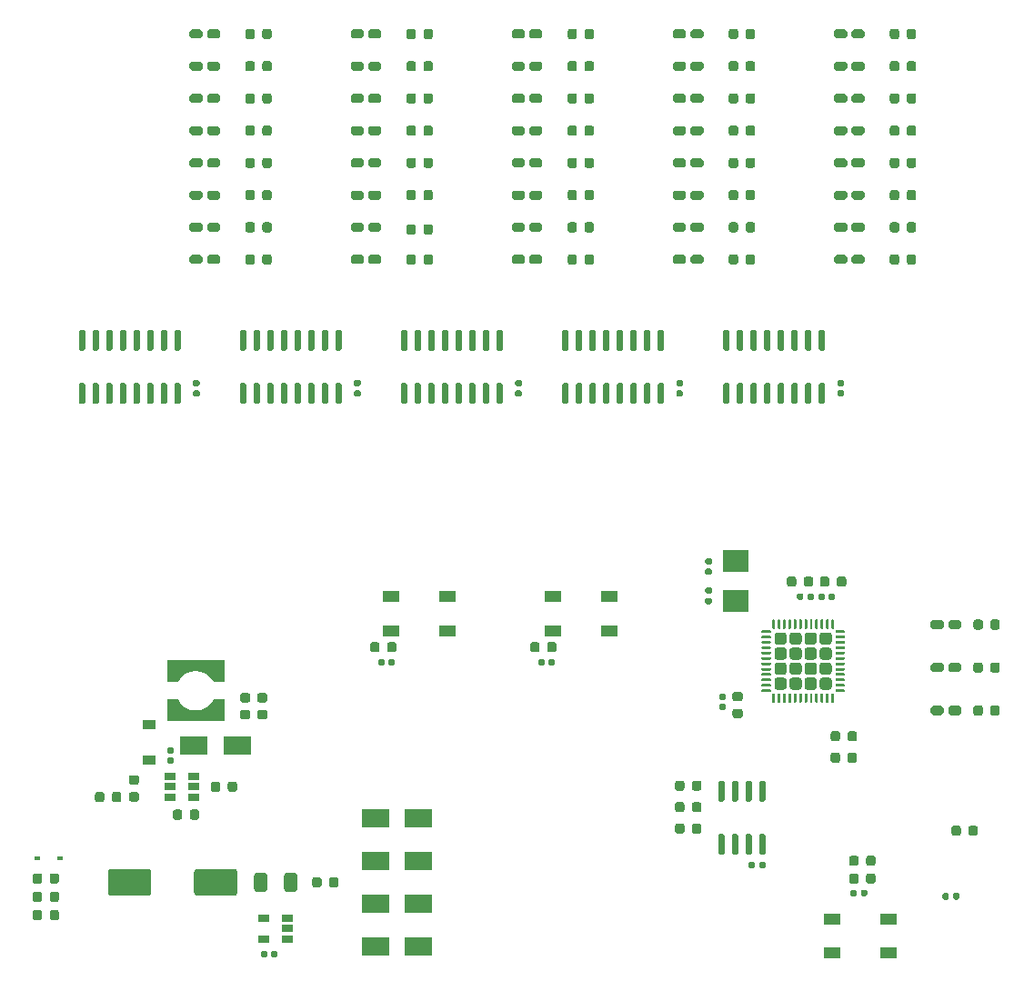
<source format=gbr>
%TF.GenerationSoftware,KiCad,Pcbnew,(5.1.6)-1*%
%TF.CreationDate,2021-07-30T18:19:51-07:00*%
%TF.ProjectId,WPT Receiver,57505420-5265-4636-9569-7665722e6b69,rev?*%
%TF.SameCoordinates,Original*%
%TF.FileFunction,Paste,Top*%
%TF.FilePolarity,Positive*%
%FSLAX46Y46*%
G04 Gerber Fmt 4.6, Leading zero omitted, Abs format (unit mm)*
G04 Created by KiCad (PCBNEW (5.1.6)-1) date 2021-07-30 18:19:51*
%MOMM*%
%LPD*%
G01*
G04 APERTURE LIST*
%ADD10C,0.100000*%
%ADD11R,2.400000X2.000000*%
%ADD12R,1.060000X0.650000*%
%ADD13R,1.550000X1.000000*%
%ADD14R,2.500000X1.800000*%
%ADD15R,1.200000X0.900000*%
%ADD16R,0.600000X0.450000*%
G04 APERTURE END LIST*
%TO.C,R61*%
G36*
G01*
X143130000Y-115256250D02*
X143130000Y-114743750D01*
G75*
G02*
X143348750Y-114525000I218750J0D01*
G01*
X143786250Y-114525000D01*
G75*
G02*
X144005000Y-114743750I0J-218750D01*
G01*
X144005000Y-115256250D01*
G75*
G02*
X143786250Y-115475000I-218750J0D01*
G01*
X143348750Y-115475000D01*
G75*
G02*
X143130000Y-115256250I0J218750D01*
G01*
G37*
G36*
G01*
X141555000Y-115256250D02*
X141555000Y-114743750D01*
G75*
G02*
X141773750Y-114525000I218750J0D01*
G01*
X142211250Y-114525000D01*
G75*
G02*
X142430000Y-114743750I0J-218750D01*
G01*
X142430000Y-115256250D01*
G75*
G02*
X142211250Y-115475000I-218750J0D01*
G01*
X141773750Y-115475000D01*
G75*
G02*
X141555000Y-115256250I0J218750D01*
G01*
G37*
%TD*%
%TO.C,R60*%
G36*
G01*
X143130000Y-119256250D02*
X143130000Y-118743750D01*
G75*
G02*
X143348750Y-118525000I218750J0D01*
G01*
X143786250Y-118525000D01*
G75*
G02*
X144005000Y-118743750I0J-218750D01*
G01*
X144005000Y-119256250D01*
G75*
G02*
X143786250Y-119475000I-218750J0D01*
G01*
X143348750Y-119475000D01*
G75*
G02*
X143130000Y-119256250I0J218750D01*
G01*
G37*
G36*
G01*
X141555000Y-119256250D02*
X141555000Y-118743750D01*
G75*
G02*
X141773750Y-118525000I218750J0D01*
G01*
X142211250Y-118525000D01*
G75*
G02*
X142430000Y-118743750I0J-218750D01*
G01*
X142430000Y-119256250D01*
G75*
G02*
X142211250Y-119475000I-218750J0D01*
G01*
X141773750Y-119475000D01*
G75*
G02*
X141555000Y-119256250I0J218750D01*
G01*
G37*
%TD*%
%TO.C,R59*%
G36*
G01*
X143130000Y-123256250D02*
X143130000Y-122743750D01*
G75*
G02*
X143348750Y-122525000I218750J0D01*
G01*
X143786250Y-122525000D01*
G75*
G02*
X144005000Y-122743750I0J-218750D01*
G01*
X144005000Y-123256250D01*
G75*
G02*
X143786250Y-123475000I-218750J0D01*
G01*
X143348750Y-123475000D01*
G75*
G02*
X143130000Y-123256250I0J218750D01*
G01*
G37*
G36*
G01*
X141555000Y-123256250D02*
X141555000Y-122743750D01*
G75*
G02*
X141773750Y-122525000I218750J0D01*
G01*
X142211250Y-122525000D01*
G75*
G02*
X142430000Y-122743750I0J-218750D01*
G01*
X142430000Y-123256250D01*
G75*
G02*
X142211250Y-123475000I-218750J0D01*
G01*
X141773750Y-123475000D01*
G75*
G02*
X141555000Y-123256250I0J218750D01*
G01*
G37*
%TD*%
%TO.C,D50*%
G36*
G01*
X138800000Y-114787500D02*
X138800000Y-115212500D01*
G75*
G02*
X138587500Y-115425000I-212500J0D01*
G01*
X137787500Y-115425000D01*
G75*
G02*
X137575000Y-115212500I0J212500D01*
G01*
X137575000Y-114787500D01*
G75*
G02*
X137787500Y-114575000I212500J0D01*
G01*
X138587500Y-114575000D01*
G75*
G02*
X138800000Y-114787500I0J-212500D01*
G01*
G37*
G36*
G01*
X140425000Y-114787500D02*
X140425000Y-115212500D01*
G75*
G02*
X140212500Y-115425000I-212500J0D01*
G01*
X139412500Y-115425000D01*
G75*
G02*
X139200000Y-115212500I0J212500D01*
G01*
X139200000Y-114787500D01*
G75*
G02*
X139412500Y-114575000I212500J0D01*
G01*
X140212500Y-114575000D01*
G75*
G02*
X140425000Y-114787500I0J-212500D01*
G01*
G37*
%TD*%
%TO.C,D49*%
G36*
G01*
X138800000Y-118787500D02*
X138800000Y-119212500D01*
G75*
G02*
X138587500Y-119425000I-212500J0D01*
G01*
X137787500Y-119425000D01*
G75*
G02*
X137575000Y-119212500I0J212500D01*
G01*
X137575000Y-118787500D01*
G75*
G02*
X137787500Y-118575000I212500J0D01*
G01*
X138587500Y-118575000D01*
G75*
G02*
X138800000Y-118787500I0J-212500D01*
G01*
G37*
G36*
G01*
X140425000Y-118787500D02*
X140425000Y-119212500D01*
G75*
G02*
X140212500Y-119425000I-212500J0D01*
G01*
X139412500Y-119425000D01*
G75*
G02*
X139200000Y-119212500I0J212500D01*
G01*
X139200000Y-118787500D01*
G75*
G02*
X139412500Y-118575000I212500J0D01*
G01*
X140212500Y-118575000D01*
G75*
G02*
X140425000Y-118787500I0J-212500D01*
G01*
G37*
%TD*%
%TO.C,D48*%
G36*
G01*
X138800000Y-122787500D02*
X138800000Y-123212500D01*
G75*
G02*
X138587500Y-123425000I-212500J0D01*
G01*
X137787500Y-123425000D01*
G75*
G02*
X137575000Y-123212500I0J212500D01*
G01*
X137575000Y-122787500D01*
G75*
G02*
X137787500Y-122575000I212500J0D01*
G01*
X138587500Y-122575000D01*
G75*
G02*
X138800000Y-122787500I0J-212500D01*
G01*
G37*
G36*
G01*
X140425000Y-122787500D02*
X140425000Y-123212500D01*
G75*
G02*
X140212500Y-123425000I-212500J0D01*
G01*
X139412500Y-123425000D01*
G75*
G02*
X139200000Y-123212500I0J212500D01*
G01*
X139200000Y-122787500D01*
G75*
G02*
X139412500Y-122575000I212500J0D01*
G01*
X140212500Y-122575000D01*
G75*
G02*
X140425000Y-122787500I0J-212500D01*
G01*
G37*
%TD*%
%TO.C,R58*%
G36*
G01*
X119343750Y-122837500D02*
X119856250Y-122837500D01*
G75*
G02*
X120075000Y-123056250I0J-218750D01*
G01*
X120075000Y-123493750D01*
G75*
G02*
X119856250Y-123712500I-218750J0D01*
G01*
X119343750Y-123712500D01*
G75*
G02*
X119125000Y-123493750I0J218750D01*
G01*
X119125000Y-123056250D01*
G75*
G02*
X119343750Y-122837500I218750J0D01*
G01*
G37*
G36*
G01*
X119343750Y-121262500D02*
X119856250Y-121262500D01*
G75*
G02*
X120075000Y-121481250I0J-218750D01*
G01*
X120075000Y-121918750D01*
G75*
G02*
X119856250Y-122137500I-218750J0D01*
G01*
X119343750Y-122137500D01*
G75*
G02*
X119125000Y-121918750I0J218750D01*
G01*
X119125000Y-121481250D01*
G75*
G02*
X119343750Y-121262500I218750J0D01*
G01*
G37*
%TD*%
D10*
%TO.C,L2*%
G36*
X66497522Y-123962456D02*
G01*
X66495140Y-123961733D01*
X66492944Y-123960560D01*
X66491020Y-123958980D01*
X66489440Y-123957056D01*
X66488267Y-123954860D01*
X66487544Y-123952478D01*
X66487300Y-123950000D01*
X66487300Y-121950000D01*
X66487544Y-121947522D01*
X66488267Y-121945140D01*
X66489440Y-121942944D01*
X66491020Y-121941020D01*
X66492944Y-121939440D01*
X66495140Y-121938267D01*
X66497522Y-121937544D01*
X66500000Y-121937300D01*
X67500000Y-121937300D01*
X67502478Y-121937544D01*
X67504860Y-121938267D01*
X67507056Y-121939440D01*
X67508980Y-121941020D01*
X67510560Y-121942944D01*
X67511359Y-121944320D01*
X67660438Y-122242478D01*
X68157135Y-122739175D01*
X68653051Y-122937542D01*
X69150000Y-122987237D01*
X69646949Y-122937542D01*
X70142865Y-122739175D01*
X70639562Y-122242478D01*
X70788641Y-121944320D01*
X70789967Y-121942213D01*
X70791679Y-121940406D01*
X70793711Y-121938967D01*
X70795984Y-121937952D01*
X70798412Y-121937400D01*
X70800000Y-121937300D01*
X71800000Y-121937300D01*
X71802478Y-121937544D01*
X71804860Y-121938267D01*
X71807056Y-121939440D01*
X71808980Y-121941020D01*
X71810560Y-121942944D01*
X71811733Y-121945140D01*
X71812456Y-121947522D01*
X71812700Y-121950000D01*
X71812700Y-123950000D01*
X71812456Y-123952478D01*
X71811733Y-123954860D01*
X71810560Y-123957056D01*
X71808980Y-123958980D01*
X71807056Y-123960560D01*
X71804860Y-123961733D01*
X71802478Y-123962456D01*
X71800000Y-123962700D01*
X66500000Y-123962700D01*
X66497522Y-123962456D01*
G37*
G36*
X71802478Y-118337544D02*
G01*
X71804860Y-118338267D01*
X71807056Y-118339440D01*
X71808980Y-118341020D01*
X71810560Y-118342944D01*
X71811733Y-118345140D01*
X71812456Y-118347522D01*
X71812700Y-118350000D01*
X71812700Y-120350000D01*
X71812456Y-120352478D01*
X71811733Y-120354860D01*
X71810560Y-120357056D01*
X71808980Y-120358980D01*
X71807056Y-120360560D01*
X71804860Y-120361733D01*
X71802478Y-120362456D01*
X71800000Y-120362700D01*
X70800000Y-120362700D01*
X70797522Y-120362456D01*
X70795140Y-120361733D01*
X70792944Y-120360560D01*
X70791020Y-120358980D01*
X70789440Y-120357056D01*
X70788641Y-120355680D01*
X70639562Y-120057522D01*
X70142865Y-119560825D01*
X69646949Y-119362458D01*
X69150000Y-119312763D01*
X68653051Y-119362458D01*
X68157135Y-119560825D01*
X67660438Y-120057522D01*
X67511359Y-120355680D01*
X67510033Y-120357787D01*
X67508321Y-120359594D01*
X67506289Y-120361033D01*
X67504016Y-120362048D01*
X67501588Y-120362600D01*
X67500000Y-120362700D01*
X66500000Y-120362700D01*
X66497522Y-120362456D01*
X66495140Y-120361733D01*
X66492944Y-120360560D01*
X66491020Y-120358980D01*
X66489440Y-120357056D01*
X66488267Y-120354860D01*
X66487544Y-120352478D01*
X66487300Y-120350000D01*
X66487300Y-118350000D01*
X66487544Y-118347522D01*
X66488267Y-118345140D01*
X66489440Y-118342944D01*
X66491020Y-118341020D01*
X66492944Y-118339440D01*
X66495140Y-118338267D01*
X66497522Y-118337544D01*
X66500000Y-118337300D01*
X71800000Y-118337300D01*
X71802478Y-118337544D01*
G37*
%TD*%
%TO.C,C24*%
G36*
G01*
X118027500Y-122375000D02*
X118372500Y-122375000D01*
G75*
G02*
X118520000Y-122522500I0J-147500D01*
G01*
X118520000Y-122817500D01*
G75*
G02*
X118372500Y-122965000I-147500J0D01*
G01*
X118027500Y-122965000D01*
G75*
G02*
X117880000Y-122817500I0J147500D01*
G01*
X117880000Y-122522500D01*
G75*
G02*
X118027500Y-122375000I147500J0D01*
G01*
G37*
G36*
G01*
X118027500Y-121405000D02*
X118372500Y-121405000D01*
G75*
G02*
X118520000Y-121552500I0J-147500D01*
G01*
X118520000Y-121847500D01*
G75*
G02*
X118372500Y-121995000I-147500J0D01*
G01*
X118027500Y-121995000D01*
G75*
G02*
X117880000Y-121847500I0J147500D01*
G01*
X117880000Y-121552500D01*
G75*
G02*
X118027500Y-121405000I147500J0D01*
G01*
G37*
%TD*%
D11*
%TO.C,Y1*%
X119400000Y-112800000D03*
X119400000Y-109100000D03*
%TD*%
%TO.C,U10*%
G36*
G01*
X67295000Y-92500000D02*
X67595000Y-92500000D01*
G75*
G02*
X67745000Y-92650000I0J-150000D01*
G01*
X67745000Y-94300000D01*
G75*
G02*
X67595000Y-94450000I-150000J0D01*
G01*
X67295000Y-94450000D01*
G75*
G02*
X67145000Y-94300000I0J150000D01*
G01*
X67145000Y-92650000D01*
G75*
G02*
X67295000Y-92500000I150000J0D01*
G01*
G37*
G36*
G01*
X66025000Y-92500000D02*
X66325000Y-92500000D01*
G75*
G02*
X66475000Y-92650000I0J-150000D01*
G01*
X66475000Y-94300000D01*
G75*
G02*
X66325000Y-94450000I-150000J0D01*
G01*
X66025000Y-94450000D01*
G75*
G02*
X65875000Y-94300000I0J150000D01*
G01*
X65875000Y-92650000D01*
G75*
G02*
X66025000Y-92500000I150000J0D01*
G01*
G37*
G36*
G01*
X64755000Y-92500000D02*
X65055000Y-92500000D01*
G75*
G02*
X65205000Y-92650000I0J-150000D01*
G01*
X65205000Y-94300000D01*
G75*
G02*
X65055000Y-94450000I-150000J0D01*
G01*
X64755000Y-94450000D01*
G75*
G02*
X64605000Y-94300000I0J150000D01*
G01*
X64605000Y-92650000D01*
G75*
G02*
X64755000Y-92500000I150000J0D01*
G01*
G37*
G36*
G01*
X63485000Y-92500000D02*
X63785000Y-92500000D01*
G75*
G02*
X63935000Y-92650000I0J-150000D01*
G01*
X63935000Y-94300000D01*
G75*
G02*
X63785000Y-94450000I-150000J0D01*
G01*
X63485000Y-94450000D01*
G75*
G02*
X63335000Y-94300000I0J150000D01*
G01*
X63335000Y-92650000D01*
G75*
G02*
X63485000Y-92500000I150000J0D01*
G01*
G37*
G36*
G01*
X62215000Y-92500000D02*
X62515000Y-92500000D01*
G75*
G02*
X62665000Y-92650000I0J-150000D01*
G01*
X62665000Y-94300000D01*
G75*
G02*
X62515000Y-94450000I-150000J0D01*
G01*
X62215000Y-94450000D01*
G75*
G02*
X62065000Y-94300000I0J150000D01*
G01*
X62065000Y-92650000D01*
G75*
G02*
X62215000Y-92500000I150000J0D01*
G01*
G37*
G36*
G01*
X60945000Y-92500000D02*
X61245000Y-92500000D01*
G75*
G02*
X61395000Y-92650000I0J-150000D01*
G01*
X61395000Y-94300000D01*
G75*
G02*
X61245000Y-94450000I-150000J0D01*
G01*
X60945000Y-94450000D01*
G75*
G02*
X60795000Y-94300000I0J150000D01*
G01*
X60795000Y-92650000D01*
G75*
G02*
X60945000Y-92500000I150000J0D01*
G01*
G37*
G36*
G01*
X59675000Y-92500000D02*
X59975000Y-92500000D01*
G75*
G02*
X60125000Y-92650000I0J-150000D01*
G01*
X60125000Y-94300000D01*
G75*
G02*
X59975000Y-94450000I-150000J0D01*
G01*
X59675000Y-94450000D01*
G75*
G02*
X59525000Y-94300000I0J150000D01*
G01*
X59525000Y-92650000D01*
G75*
G02*
X59675000Y-92500000I150000J0D01*
G01*
G37*
G36*
G01*
X58405000Y-92500000D02*
X58705000Y-92500000D01*
G75*
G02*
X58855000Y-92650000I0J-150000D01*
G01*
X58855000Y-94300000D01*
G75*
G02*
X58705000Y-94450000I-150000J0D01*
G01*
X58405000Y-94450000D01*
G75*
G02*
X58255000Y-94300000I0J150000D01*
G01*
X58255000Y-92650000D01*
G75*
G02*
X58405000Y-92500000I150000J0D01*
G01*
G37*
G36*
G01*
X58405000Y-87550000D02*
X58705000Y-87550000D01*
G75*
G02*
X58855000Y-87700000I0J-150000D01*
G01*
X58855000Y-89350000D01*
G75*
G02*
X58705000Y-89500000I-150000J0D01*
G01*
X58405000Y-89500000D01*
G75*
G02*
X58255000Y-89350000I0J150000D01*
G01*
X58255000Y-87700000D01*
G75*
G02*
X58405000Y-87550000I150000J0D01*
G01*
G37*
G36*
G01*
X59675000Y-87550000D02*
X59975000Y-87550000D01*
G75*
G02*
X60125000Y-87700000I0J-150000D01*
G01*
X60125000Y-89350000D01*
G75*
G02*
X59975000Y-89500000I-150000J0D01*
G01*
X59675000Y-89500000D01*
G75*
G02*
X59525000Y-89350000I0J150000D01*
G01*
X59525000Y-87700000D01*
G75*
G02*
X59675000Y-87550000I150000J0D01*
G01*
G37*
G36*
G01*
X60945000Y-87550000D02*
X61245000Y-87550000D01*
G75*
G02*
X61395000Y-87700000I0J-150000D01*
G01*
X61395000Y-89350000D01*
G75*
G02*
X61245000Y-89500000I-150000J0D01*
G01*
X60945000Y-89500000D01*
G75*
G02*
X60795000Y-89350000I0J150000D01*
G01*
X60795000Y-87700000D01*
G75*
G02*
X60945000Y-87550000I150000J0D01*
G01*
G37*
G36*
G01*
X62215000Y-87550000D02*
X62515000Y-87550000D01*
G75*
G02*
X62665000Y-87700000I0J-150000D01*
G01*
X62665000Y-89350000D01*
G75*
G02*
X62515000Y-89500000I-150000J0D01*
G01*
X62215000Y-89500000D01*
G75*
G02*
X62065000Y-89350000I0J150000D01*
G01*
X62065000Y-87700000D01*
G75*
G02*
X62215000Y-87550000I150000J0D01*
G01*
G37*
G36*
G01*
X63485000Y-87550000D02*
X63785000Y-87550000D01*
G75*
G02*
X63935000Y-87700000I0J-150000D01*
G01*
X63935000Y-89350000D01*
G75*
G02*
X63785000Y-89500000I-150000J0D01*
G01*
X63485000Y-89500000D01*
G75*
G02*
X63335000Y-89350000I0J150000D01*
G01*
X63335000Y-87700000D01*
G75*
G02*
X63485000Y-87550000I150000J0D01*
G01*
G37*
G36*
G01*
X64755000Y-87550000D02*
X65055000Y-87550000D01*
G75*
G02*
X65205000Y-87700000I0J-150000D01*
G01*
X65205000Y-89350000D01*
G75*
G02*
X65055000Y-89500000I-150000J0D01*
G01*
X64755000Y-89500000D01*
G75*
G02*
X64605000Y-89350000I0J150000D01*
G01*
X64605000Y-87700000D01*
G75*
G02*
X64755000Y-87550000I150000J0D01*
G01*
G37*
G36*
G01*
X66025000Y-87550000D02*
X66325000Y-87550000D01*
G75*
G02*
X66475000Y-87700000I0J-150000D01*
G01*
X66475000Y-89350000D01*
G75*
G02*
X66325000Y-89500000I-150000J0D01*
G01*
X66025000Y-89500000D01*
G75*
G02*
X65875000Y-89350000I0J150000D01*
G01*
X65875000Y-87700000D01*
G75*
G02*
X66025000Y-87550000I150000J0D01*
G01*
G37*
G36*
G01*
X67295000Y-87550000D02*
X67595000Y-87550000D01*
G75*
G02*
X67745000Y-87700000I0J-150000D01*
G01*
X67745000Y-89350000D01*
G75*
G02*
X67595000Y-89500000I-150000J0D01*
G01*
X67295000Y-89500000D01*
G75*
G02*
X67145000Y-89350000I0J150000D01*
G01*
X67145000Y-87700000D01*
G75*
G02*
X67295000Y-87550000I150000J0D01*
G01*
G37*
%TD*%
%TO.C,U9*%
G36*
G01*
X82295000Y-92500000D02*
X82595000Y-92500000D01*
G75*
G02*
X82745000Y-92650000I0J-150000D01*
G01*
X82745000Y-94300000D01*
G75*
G02*
X82595000Y-94450000I-150000J0D01*
G01*
X82295000Y-94450000D01*
G75*
G02*
X82145000Y-94300000I0J150000D01*
G01*
X82145000Y-92650000D01*
G75*
G02*
X82295000Y-92500000I150000J0D01*
G01*
G37*
G36*
G01*
X81025000Y-92500000D02*
X81325000Y-92500000D01*
G75*
G02*
X81475000Y-92650000I0J-150000D01*
G01*
X81475000Y-94300000D01*
G75*
G02*
X81325000Y-94450000I-150000J0D01*
G01*
X81025000Y-94450000D01*
G75*
G02*
X80875000Y-94300000I0J150000D01*
G01*
X80875000Y-92650000D01*
G75*
G02*
X81025000Y-92500000I150000J0D01*
G01*
G37*
G36*
G01*
X79755000Y-92500000D02*
X80055000Y-92500000D01*
G75*
G02*
X80205000Y-92650000I0J-150000D01*
G01*
X80205000Y-94300000D01*
G75*
G02*
X80055000Y-94450000I-150000J0D01*
G01*
X79755000Y-94450000D01*
G75*
G02*
X79605000Y-94300000I0J150000D01*
G01*
X79605000Y-92650000D01*
G75*
G02*
X79755000Y-92500000I150000J0D01*
G01*
G37*
G36*
G01*
X78485000Y-92500000D02*
X78785000Y-92500000D01*
G75*
G02*
X78935000Y-92650000I0J-150000D01*
G01*
X78935000Y-94300000D01*
G75*
G02*
X78785000Y-94450000I-150000J0D01*
G01*
X78485000Y-94450000D01*
G75*
G02*
X78335000Y-94300000I0J150000D01*
G01*
X78335000Y-92650000D01*
G75*
G02*
X78485000Y-92500000I150000J0D01*
G01*
G37*
G36*
G01*
X77215000Y-92500000D02*
X77515000Y-92500000D01*
G75*
G02*
X77665000Y-92650000I0J-150000D01*
G01*
X77665000Y-94300000D01*
G75*
G02*
X77515000Y-94450000I-150000J0D01*
G01*
X77215000Y-94450000D01*
G75*
G02*
X77065000Y-94300000I0J150000D01*
G01*
X77065000Y-92650000D01*
G75*
G02*
X77215000Y-92500000I150000J0D01*
G01*
G37*
G36*
G01*
X75945000Y-92500000D02*
X76245000Y-92500000D01*
G75*
G02*
X76395000Y-92650000I0J-150000D01*
G01*
X76395000Y-94300000D01*
G75*
G02*
X76245000Y-94450000I-150000J0D01*
G01*
X75945000Y-94450000D01*
G75*
G02*
X75795000Y-94300000I0J150000D01*
G01*
X75795000Y-92650000D01*
G75*
G02*
X75945000Y-92500000I150000J0D01*
G01*
G37*
G36*
G01*
X74675000Y-92500000D02*
X74975000Y-92500000D01*
G75*
G02*
X75125000Y-92650000I0J-150000D01*
G01*
X75125000Y-94300000D01*
G75*
G02*
X74975000Y-94450000I-150000J0D01*
G01*
X74675000Y-94450000D01*
G75*
G02*
X74525000Y-94300000I0J150000D01*
G01*
X74525000Y-92650000D01*
G75*
G02*
X74675000Y-92500000I150000J0D01*
G01*
G37*
G36*
G01*
X73405000Y-92500000D02*
X73705000Y-92500000D01*
G75*
G02*
X73855000Y-92650000I0J-150000D01*
G01*
X73855000Y-94300000D01*
G75*
G02*
X73705000Y-94450000I-150000J0D01*
G01*
X73405000Y-94450000D01*
G75*
G02*
X73255000Y-94300000I0J150000D01*
G01*
X73255000Y-92650000D01*
G75*
G02*
X73405000Y-92500000I150000J0D01*
G01*
G37*
G36*
G01*
X73405000Y-87550000D02*
X73705000Y-87550000D01*
G75*
G02*
X73855000Y-87700000I0J-150000D01*
G01*
X73855000Y-89350000D01*
G75*
G02*
X73705000Y-89500000I-150000J0D01*
G01*
X73405000Y-89500000D01*
G75*
G02*
X73255000Y-89350000I0J150000D01*
G01*
X73255000Y-87700000D01*
G75*
G02*
X73405000Y-87550000I150000J0D01*
G01*
G37*
G36*
G01*
X74675000Y-87550000D02*
X74975000Y-87550000D01*
G75*
G02*
X75125000Y-87700000I0J-150000D01*
G01*
X75125000Y-89350000D01*
G75*
G02*
X74975000Y-89500000I-150000J0D01*
G01*
X74675000Y-89500000D01*
G75*
G02*
X74525000Y-89350000I0J150000D01*
G01*
X74525000Y-87700000D01*
G75*
G02*
X74675000Y-87550000I150000J0D01*
G01*
G37*
G36*
G01*
X75945000Y-87550000D02*
X76245000Y-87550000D01*
G75*
G02*
X76395000Y-87700000I0J-150000D01*
G01*
X76395000Y-89350000D01*
G75*
G02*
X76245000Y-89500000I-150000J0D01*
G01*
X75945000Y-89500000D01*
G75*
G02*
X75795000Y-89350000I0J150000D01*
G01*
X75795000Y-87700000D01*
G75*
G02*
X75945000Y-87550000I150000J0D01*
G01*
G37*
G36*
G01*
X77215000Y-87550000D02*
X77515000Y-87550000D01*
G75*
G02*
X77665000Y-87700000I0J-150000D01*
G01*
X77665000Y-89350000D01*
G75*
G02*
X77515000Y-89500000I-150000J0D01*
G01*
X77215000Y-89500000D01*
G75*
G02*
X77065000Y-89350000I0J150000D01*
G01*
X77065000Y-87700000D01*
G75*
G02*
X77215000Y-87550000I150000J0D01*
G01*
G37*
G36*
G01*
X78485000Y-87550000D02*
X78785000Y-87550000D01*
G75*
G02*
X78935000Y-87700000I0J-150000D01*
G01*
X78935000Y-89350000D01*
G75*
G02*
X78785000Y-89500000I-150000J0D01*
G01*
X78485000Y-89500000D01*
G75*
G02*
X78335000Y-89350000I0J150000D01*
G01*
X78335000Y-87700000D01*
G75*
G02*
X78485000Y-87550000I150000J0D01*
G01*
G37*
G36*
G01*
X79755000Y-87550000D02*
X80055000Y-87550000D01*
G75*
G02*
X80205000Y-87700000I0J-150000D01*
G01*
X80205000Y-89350000D01*
G75*
G02*
X80055000Y-89500000I-150000J0D01*
G01*
X79755000Y-89500000D01*
G75*
G02*
X79605000Y-89350000I0J150000D01*
G01*
X79605000Y-87700000D01*
G75*
G02*
X79755000Y-87550000I150000J0D01*
G01*
G37*
G36*
G01*
X81025000Y-87550000D02*
X81325000Y-87550000D01*
G75*
G02*
X81475000Y-87700000I0J-150000D01*
G01*
X81475000Y-89350000D01*
G75*
G02*
X81325000Y-89500000I-150000J0D01*
G01*
X81025000Y-89500000D01*
G75*
G02*
X80875000Y-89350000I0J150000D01*
G01*
X80875000Y-87700000D01*
G75*
G02*
X81025000Y-87550000I150000J0D01*
G01*
G37*
G36*
G01*
X82295000Y-87550000D02*
X82595000Y-87550000D01*
G75*
G02*
X82745000Y-87700000I0J-150000D01*
G01*
X82745000Y-89350000D01*
G75*
G02*
X82595000Y-89500000I-150000J0D01*
G01*
X82295000Y-89500000D01*
G75*
G02*
X82145000Y-89350000I0J150000D01*
G01*
X82145000Y-87700000D01*
G75*
G02*
X82295000Y-87550000I150000J0D01*
G01*
G37*
%TD*%
%TO.C,U8*%
G36*
G01*
X97295000Y-92500000D02*
X97595000Y-92500000D01*
G75*
G02*
X97745000Y-92650000I0J-150000D01*
G01*
X97745000Y-94300000D01*
G75*
G02*
X97595000Y-94450000I-150000J0D01*
G01*
X97295000Y-94450000D01*
G75*
G02*
X97145000Y-94300000I0J150000D01*
G01*
X97145000Y-92650000D01*
G75*
G02*
X97295000Y-92500000I150000J0D01*
G01*
G37*
G36*
G01*
X96025000Y-92500000D02*
X96325000Y-92500000D01*
G75*
G02*
X96475000Y-92650000I0J-150000D01*
G01*
X96475000Y-94300000D01*
G75*
G02*
X96325000Y-94450000I-150000J0D01*
G01*
X96025000Y-94450000D01*
G75*
G02*
X95875000Y-94300000I0J150000D01*
G01*
X95875000Y-92650000D01*
G75*
G02*
X96025000Y-92500000I150000J0D01*
G01*
G37*
G36*
G01*
X94755000Y-92500000D02*
X95055000Y-92500000D01*
G75*
G02*
X95205000Y-92650000I0J-150000D01*
G01*
X95205000Y-94300000D01*
G75*
G02*
X95055000Y-94450000I-150000J0D01*
G01*
X94755000Y-94450000D01*
G75*
G02*
X94605000Y-94300000I0J150000D01*
G01*
X94605000Y-92650000D01*
G75*
G02*
X94755000Y-92500000I150000J0D01*
G01*
G37*
G36*
G01*
X93485000Y-92500000D02*
X93785000Y-92500000D01*
G75*
G02*
X93935000Y-92650000I0J-150000D01*
G01*
X93935000Y-94300000D01*
G75*
G02*
X93785000Y-94450000I-150000J0D01*
G01*
X93485000Y-94450000D01*
G75*
G02*
X93335000Y-94300000I0J150000D01*
G01*
X93335000Y-92650000D01*
G75*
G02*
X93485000Y-92500000I150000J0D01*
G01*
G37*
G36*
G01*
X92215000Y-92500000D02*
X92515000Y-92500000D01*
G75*
G02*
X92665000Y-92650000I0J-150000D01*
G01*
X92665000Y-94300000D01*
G75*
G02*
X92515000Y-94450000I-150000J0D01*
G01*
X92215000Y-94450000D01*
G75*
G02*
X92065000Y-94300000I0J150000D01*
G01*
X92065000Y-92650000D01*
G75*
G02*
X92215000Y-92500000I150000J0D01*
G01*
G37*
G36*
G01*
X90945000Y-92500000D02*
X91245000Y-92500000D01*
G75*
G02*
X91395000Y-92650000I0J-150000D01*
G01*
X91395000Y-94300000D01*
G75*
G02*
X91245000Y-94450000I-150000J0D01*
G01*
X90945000Y-94450000D01*
G75*
G02*
X90795000Y-94300000I0J150000D01*
G01*
X90795000Y-92650000D01*
G75*
G02*
X90945000Y-92500000I150000J0D01*
G01*
G37*
G36*
G01*
X89675000Y-92500000D02*
X89975000Y-92500000D01*
G75*
G02*
X90125000Y-92650000I0J-150000D01*
G01*
X90125000Y-94300000D01*
G75*
G02*
X89975000Y-94450000I-150000J0D01*
G01*
X89675000Y-94450000D01*
G75*
G02*
X89525000Y-94300000I0J150000D01*
G01*
X89525000Y-92650000D01*
G75*
G02*
X89675000Y-92500000I150000J0D01*
G01*
G37*
G36*
G01*
X88405000Y-92500000D02*
X88705000Y-92500000D01*
G75*
G02*
X88855000Y-92650000I0J-150000D01*
G01*
X88855000Y-94300000D01*
G75*
G02*
X88705000Y-94450000I-150000J0D01*
G01*
X88405000Y-94450000D01*
G75*
G02*
X88255000Y-94300000I0J150000D01*
G01*
X88255000Y-92650000D01*
G75*
G02*
X88405000Y-92500000I150000J0D01*
G01*
G37*
G36*
G01*
X88405000Y-87550000D02*
X88705000Y-87550000D01*
G75*
G02*
X88855000Y-87700000I0J-150000D01*
G01*
X88855000Y-89350000D01*
G75*
G02*
X88705000Y-89500000I-150000J0D01*
G01*
X88405000Y-89500000D01*
G75*
G02*
X88255000Y-89350000I0J150000D01*
G01*
X88255000Y-87700000D01*
G75*
G02*
X88405000Y-87550000I150000J0D01*
G01*
G37*
G36*
G01*
X89675000Y-87550000D02*
X89975000Y-87550000D01*
G75*
G02*
X90125000Y-87700000I0J-150000D01*
G01*
X90125000Y-89350000D01*
G75*
G02*
X89975000Y-89500000I-150000J0D01*
G01*
X89675000Y-89500000D01*
G75*
G02*
X89525000Y-89350000I0J150000D01*
G01*
X89525000Y-87700000D01*
G75*
G02*
X89675000Y-87550000I150000J0D01*
G01*
G37*
G36*
G01*
X90945000Y-87550000D02*
X91245000Y-87550000D01*
G75*
G02*
X91395000Y-87700000I0J-150000D01*
G01*
X91395000Y-89350000D01*
G75*
G02*
X91245000Y-89500000I-150000J0D01*
G01*
X90945000Y-89500000D01*
G75*
G02*
X90795000Y-89350000I0J150000D01*
G01*
X90795000Y-87700000D01*
G75*
G02*
X90945000Y-87550000I150000J0D01*
G01*
G37*
G36*
G01*
X92215000Y-87550000D02*
X92515000Y-87550000D01*
G75*
G02*
X92665000Y-87700000I0J-150000D01*
G01*
X92665000Y-89350000D01*
G75*
G02*
X92515000Y-89500000I-150000J0D01*
G01*
X92215000Y-89500000D01*
G75*
G02*
X92065000Y-89350000I0J150000D01*
G01*
X92065000Y-87700000D01*
G75*
G02*
X92215000Y-87550000I150000J0D01*
G01*
G37*
G36*
G01*
X93485000Y-87550000D02*
X93785000Y-87550000D01*
G75*
G02*
X93935000Y-87700000I0J-150000D01*
G01*
X93935000Y-89350000D01*
G75*
G02*
X93785000Y-89500000I-150000J0D01*
G01*
X93485000Y-89500000D01*
G75*
G02*
X93335000Y-89350000I0J150000D01*
G01*
X93335000Y-87700000D01*
G75*
G02*
X93485000Y-87550000I150000J0D01*
G01*
G37*
G36*
G01*
X94755000Y-87550000D02*
X95055000Y-87550000D01*
G75*
G02*
X95205000Y-87700000I0J-150000D01*
G01*
X95205000Y-89350000D01*
G75*
G02*
X95055000Y-89500000I-150000J0D01*
G01*
X94755000Y-89500000D01*
G75*
G02*
X94605000Y-89350000I0J150000D01*
G01*
X94605000Y-87700000D01*
G75*
G02*
X94755000Y-87550000I150000J0D01*
G01*
G37*
G36*
G01*
X96025000Y-87550000D02*
X96325000Y-87550000D01*
G75*
G02*
X96475000Y-87700000I0J-150000D01*
G01*
X96475000Y-89350000D01*
G75*
G02*
X96325000Y-89500000I-150000J0D01*
G01*
X96025000Y-89500000D01*
G75*
G02*
X95875000Y-89350000I0J150000D01*
G01*
X95875000Y-87700000D01*
G75*
G02*
X96025000Y-87550000I150000J0D01*
G01*
G37*
G36*
G01*
X97295000Y-87550000D02*
X97595000Y-87550000D01*
G75*
G02*
X97745000Y-87700000I0J-150000D01*
G01*
X97745000Y-89350000D01*
G75*
G02*
X97595000Y-89500000I-150000J0D01*
G01*
X97295000Y-89500000D01*
G75*
G02*
X97145000Y-89350000I0J150000D01*
G01*
X97145000Y-87700000D01*
G75*
G02*
X97295000Y-87550000I150000J0D01*
G01*
G37*
%TD*%
%TO.C,U6*%
G36*
G01*
X121755000Y-134500000D02*
X122055000Y-134500000D01*
G75*
G02*
X122205000Y-134650000I0J-150000D01*
G01*
X122205000Y-136300000D01*
G75*
G02*
X122055000Y-136450000I-150000J0D01*
G01*
X121755000Y-136450000D01*
G75*
G02*
X121605000Y-136300000I0J150000D01*
G01*
X121605000Y-134650000D01*
G75*
G02*
X121755000Y-134500000I150000J0D01*
G01*
G37*
G36*
G01*
X120485000Y-134500000D02*
X120785000Y-134500000D01*
G75*
G02*
X120935000Y-134650000I0J-150000D01*
G01*
X120935000Y-136300000D01*
G75*
G02*
X120785000Y-136450000I-150000J0D01*
G01*
X120485000Y-136450000D01*
G75*
G02*
X120335000Y-136300000I0J150000D01*
G01*
X120335000Y-134650000D01*
G75*
G02*
X120485000Y-134500000I150000J0D01*
G01*
G37*
G36*
G01*
X119215000Y-134500000D02*
X119515000Y-134500000D01*
G75*
G02*
X119665000Y-134650000I0J-150000D01*
G01*
X119665000Y-136300000D01*
G75*
G02*
X119515000Y-136450000I-150000J0D01*
G01*
X119215000Y-136450000D01*
G75*
G02*
X119065000Y-136300000I0J150000D01*
G01*
X119065000Y-134650000D01*
G75*
G02*
X119215000Y-134500000I150000J0D01*
G01*
G37*
G36*
G01*
X117945000Y-134500000D02*
X118245000Y-134500000D01*
G75*
G02*
X118395000Y-134650000I0J-150000D01*
G01*
X118395000Y-136300000D01*
G75*
G02*
X118245000Y-136450000I-150000J0D01*
G01*
X117945000Y-136450000D01*
G75*
G02*
X117795000Y-136300000I0J150000D01*
G01*
X117795000Y-134650000D01*
G75*
G02*
X117945000Y-134500000I150000J0D01*
G01*
G37*
G36*
G01*
X117945000Y-129550000D02*
X118245000Y-129550000D01*
G75*
G02*
X118395000Y-129700000I0J-150000D01*
G01*
X118395000Y-131350000D01*
G75*
G02*
X118245000Y-131500000I-150000J0D01*
G01*
X117945000Y-131500000D01*
G75*
G02*
X117795000Y-131350000I0J150000D01*
G01*
X117795000Y-129700000D01*
G75*
G02*
X117945000Y-129550000I150000J0D01*
G01*
G37*
G36*
G01*
X119215000Y-129550000D02*
X119515000Y-129550000D01*
G75*
G02*
X119665000Y-129700000I0J-150000D01*
G01*
X119665000Y-131350000D01*
G75*
G02*
X119515000Y-131500000I-150000J0D01*
G01*
X119215000Y-131500000D01*
G75*
G02*
X119065000Y-131350000I0J150000D01*
G01*
X119065000Y-129700000D01*
G75*
G02*
X119215000Y-129550000I150000J0D01*
G01*
G37*
G36*
G01*
X120485000Y-129550000D02*
X120785000Y-129550000D01*
G75*
G02*
X120935000Y-129700000I0J-150000D01*
G01*
X120935000Y-131350000D01*
G75*
G02*
X120785000Y-131500000I-150000J0D01*
G01*
X120485000Y-131500000D01*
G75*
G02*
X120335000Y-131350000I0J150000D01*
G01*
X120335000Y-129700000D01*
G75*
G02*
X120485000Y-129550000I150000J0D01*
G01*
G37*
G36*
G01*
X121755000Y-129550000D02*
X122055000Y-129550000D01*
G75*
G02*
X122205000Y-129700000I0J-150000D01*
G01*
X122205000Y-131350000D01*
G75*
G02*
X122055000Y-131500000I-150000J0D01*
G01*
X121755000Y-131500000D01*
G75*
G02*
X121605000Y-131350000I0J150000D01*
G01*
X121605000Y-129700000D01*
G75*
G02*
X121755000Y-129550000I150000J0D01*
G01*
G37*
%TD*%
%TO.C,U5*%
G36*
G01*
X112295000Y-92500000D02*
X112595000Y-92500000D01*
G75*
G02*
X112745000Y-92650000I0J-150000D01*
G01*
X112745000Y-94300000D01*
G75*
G02*
X112595000Y-94450000I-150000J0D01*
G01*
X112295000Y-94450000D01*
G75*
G02*
X112145000Y-94300000I0J150000D01*
G01*
X112145000Y-92650000D01*
G75*
G02*
X112295000Y-92500000I150000J0D01*
G01*
G37*
G36*
G01*
X111025000Y-92500000D02*
X111325000Y-92500000D01*
G75*
G02*
X111475000Y-92650000I0J-150000D01*
G01*
X111475000Y-94300000D01*
G75*
G02*
X111325000Y-94450000I-150000J0D01*
G01*
X111025000Y-94450000D01*
G75*
G02*
X110875000Y-94300000I0J150000D01*
G01*
X110875000Y-92650000D01*
G75*
G02*
X111025000Y-92500000I150000J0D01*
G01*
G37*
G36*
G01*
X109755000Y-92500000D02*
X110055000Y-92500000D01*
G75*
G02*
X110205000Y-92650000I0J-150000D01*
G01*
X110205000Y-94300000D01*
G75*
G02*
X110055000Y-94450000I-150000J0D01*
G01*
X109755000Y-94450000D01*
G75*
G02*
X109605000Y-94300000I0J150000D01*
G01*
X109605000Y-92650000D01*
G75*
G02*
X109755000Y-92500000I150000J0D01*
G01*
G37*
G36*
G01*
X108485000Y-92500000D02*
X108785000Y-92500000D01*
G75*
G02*
X108935000Y-92650000I0J-150000D01*
G01*
X108935000Y-94300000D01*
G75*
G02*
X108785000Y-94450000I-150000J0D01*
G01*
X108485000Y-94450000D01*
G75*
G02*
X108335000Y-94300000I0J150000D01*
G01*
X108335000Y-92650000D01*
G75*
G02*
X108485000Y-92500000I150000J0D01*
G01*
G37*
G36*
G01*
X107215000Y-92500000D02*
X107515000Y-92500000D01*
G75*
G02*
X107665000Y-92650000I0J-150000D01*
G01*
X107665000Y-94300000D01*
G75*
G02*
X107515000Y-94450000I-150000J0D01*
G01*
X107215000Y-94450000D01*
G75*
G02*
X107065000Y-94300000I0J150000D01*
G01*
X107065000Y-92650000D01*
G75*
G02*
X107215000Y-92500000I150000J0D01*
G01*
G37*
G36*
G01*
X105945000Y-92500000D02*
X106245000Y-92500000D01*
G75*
G02*
X106395000Y-92650000I0J-150000D01*
G01*
X106395000Y-94300000D01*
G75*
G02*
X106245000Y-94450000I-150000J0D01*
G01*
X105945000Y-94450000D01*
G75*
G02*
X105795000Y-94300000I0J150000D01*
G01*
X105795000Y-92650000D01*
G75*
G02*
X105945000Y-92500000I150000J0D01*
G01*
G37*
G36*
G01*
X104675000Y-92500000D02*
X104975000Y-92500000D01*
G75*
G02*
X105125000Y-92650000I0J-150000D01*
G01*
X105125000Y-94300000D01*
G75*
G02*
X104975000Y-94450000I-150000J0D01*
G01*
X104675000Y-94450000D01*
G75*
G02*
X104525000Y-94300000I0J150000D01*
G01*
X104525000Y-92650000D01*
G75*
G02*
X104675000Y-92500000I150000J0D01*
G01*
G37*
G36*
G01*
X103405000Y-92500000D02*
X103705000Y-92500000D01*
G75*
G02*
X103855000Y-92650000I0J-150000D01*
G01*
X103855000Y-94300000D01*
G75*
G02*
X103705000Y-94450000I-150000J0D01*
G01*
X103405000Y-94450000D01*
G75*
G02*
X103255000Y-94300000I0J150000D01*
G01*
X103255000Y-92650000D01*
G75*
G02*
X103405000Y-92500000I150000J0D01*
G01*
G37*
G36*
G01*
X103405000Y-87550000D02*
X103705000Y-87550000D01*
G75*
G02*
X103855000Y-87700000I0J-150000D01*
G01*
X103855000Y-89350000D01*
G75*
G02*
X103705000Y-89500000I-150000J0D01*
G01*
X103405000Y-89500000D01*
G75*
G02*
X103255000Y-89350000I0J150000D01*
G01*
X103255000Y-87700000D01*
G75*
G02*
X103405000Y-87550000I150000J0D01*
G01*
G37*
G36*
G01*
X104675000Y-87550000D02*
X104975000Y-87550000D01*
G75*
G02*
X105125000Y-87700000I0J-150000D01*
G01*
X105125000Y-89350000D01*
G75*
G02*
X104975000Y-89500000I-150000J0D01*
G01*
X104675000Y-89500000D01*
G75*
G02*
X104525000Y-89350000I0J150000D01*
G01*
X104525000Y-87700000D01*
G75*
G02*
X104675000Y-87550000I150000J0D01*
G01*
G37*
G36*
G01*
X105945000Y-87550000D02*
X106245000Y-87550000D01*
G75*
G02*
X106395000Y-87700000I0J-150000D01*
G01*
X106395000Y-89350000D01*
G75*
G02*
X106245000Y-89500000I-150000J0D01*
G01*
X105945000Y-89500000D01*
G75*
G02*
X105795000Y-89350000I0J150000D01*
G01*
X105795000Y-87700000D01*
G75*
G02*
X105945000Y-87550000I150000J0D01*
G01*
G37*
G36*
G01*
X107215000Y-87550000D02*
X107515000Y-87550000D01*
G75*
G02*
X107665000Y-87700000I0J-150000D01*
G01*
X107665000Y-89350000D01*
G75*
G02*
X107515000Y-89500000I-150000J0D01*
G01*
X107215000Y-89500000D01*
G75*
G02*
X107065000Y-89350000I0J150000D01*
G01*
X107065000Y-87700000D01*
G75*
G02*
X107215000Y-87550000I150000J0D01*
G01*
G37*
G36*
G01*
X108485000Y-87550000D02*
X108785000Y-87550000D01*
G75*
G02*
X108935000Y-87700000I0J-150000D01*
G01*
X108935000Y-89350000D01*
G75*
G02*
X108785000Y-89500000I-150000J0D01*
G01*
X108485000Y-89500000D01*
G75*
G02*
X108335000Y-89350000I0J150000D01*
G01*
X108335000Y-87700000D01*
G75*
G02*
X108485000Y-87550000I150000J0D01*
G01*
G37*
G36*
G01*
X109755000Y-87550000D02*
X110055000Y-87550000D01*
G75*
G02*
X110205000Y-87700000I0J-150000D01*
G01*
X110205000Y-89350000D01*
G75*
G02*
X110055000Y-89500000I-150000J0D01*
G01*
X109755000Y-89500000D01*
G75*
G02*
X109605000Y-89350000I0J150000D01*
G01*
X109605000Y-87700000D01*
G75*
G02*
X109755000Y-87550000I150000J0D01*
G01*
G37*
G36*
G01*
X111025000Y-87550000D02*
X111325000Y-87550000D01*
G75*
G02*
X111475000Y-87700000I0J-150000D01*
G01*
X111475000Y-89350000D01*
G75*
G02*
X111325000Y-89500000I-150000J0D01*
G01*
X111025000Y-89500000D01*
G75*
G02*
X110875000Y-89350000I0J150000D01*
G01*
X110875000Y-87700000D01*
G75*
G02*
X111025000Y-87550000I150000J0D01*
G01*
G37*
G36*
G01*
X112295000Y-87550000D02*
X112595000Y-87550000D01*
G75*
G02*
X112745000Y-87700000I0J-150000D01*
G01*
X112745000Y-89350000D01*
G75*
G02*
X112595000Y-89500000I-150000J0D01*
G01*
X112295000Y-89500000D01*
G75*
G02*
X112145000Y-89350000I0J150000D01*
G01*
X112145000Y-87700000D01*
G75*
G02*
X112295000Y-87550000I150000J0D01*
G01*
G37*
%TD*%
%TO.C,U4*%
G36*
G01*
X127295000Y-92500000D02*
X127595000Y-92500000D01*
G75*
G02*
X127745000Y-92650000I0J-150000D01*
G01*
X127745000Y-94300000D01*
G75*
G02*
X127595000Y-94450000I-150000J0D01*
G01*
X127295000Y-94450000D01*
G75*
G02*
X127145000Y-94300000I0J150000D01*
G01*
X127145000Y-92650000D01*
G75*
G02*
X127295000Y-92500000I150000J0D01*
G01*
G37*
G36*
G01*
X126025000Y-92500000D02*
X126325000Y-92500000D01*
G75*
G02*
X126475000Y-92650000I0J-150000D01*
G01*
X126475000Y-94300000D01*
G75*
G02*
X126325000Y-94450000I-150000J0D01*
G01*
X126025000Y-94450000D01*
G75*
G02*
X125875000Y-94300000I0J150000D01*
G01*
X125875000Y-92650000D01*
G75*
G02*
X126025000Y-92500000I150000J0D01*
G01*
G37*
G36*
G01*
X124755000Y-92500000D02*
X125055000Y-92500000D01*
G75*
G02*
X125205000Y-92650000I0J-150000D01*
G01*
X125205000Y-94300000D01*
G75*
G02*
X125055000Y-94450000I-150000J0D01*
G01*
X124755000Y-94450000D01*
G75*
G02*
X124605000Y-94300000I0J150000D01*
G01*
X124605000Y-92650000D01*
G75*
G02*
X124755000Y-92500000I150000J0D01*
G01*
G37*
G36*
G01*
X123485000Y-92500000D02*
X123785000Y-92500000D01*
G75*
G02*
X123935000Y-92650000I0J-150000D01*
G01*
X123935000Y-94300000D01*
G75*
G02*
X123785000Y-94450000I-150000J0D01*
G01*
X123485000Y-94450000D01*
G75*
G02*
X123335000Y-94300000I0J150000D01*
G01*
X123335000Y-92650000D01*
G75*
G02*
X123485000Y-92500000I150000J0D01*
G01*
G37*
G36*
G01*
X122215000Y-92500000D02*
X122515000Y-92500000D01*
G75*
G02*
X122665000Y-92650000I0J-150000D01*
G01*
X122665000Y-94300000D01*
G75*
G02*
X122515000Y-94450000I-150000J0D01*
G01*
X122215000Y-94450000D01*
G75*
G02*
X122065000Y-94300000I0J150000D01*
G01*
X122065000Y-92650000D01*
G75*
G02*
X122215000Y-92500000I150000J0D01*
G01*
G37*
G36*
G01*
X120945000Y-92500000D02*
X121245000Y-92500000D01*
G75*
G02*
X121395000Y-92650000I0J-150000D01*
G01*
X121395000Y-94300000D01*
G75*
G02*
X121245000Y-94450000I-150000J0D01*
G01*
X120945000Y-94450000D01*
G75*
G02*
X120795000Y-94300000I0J150000D01*
G01*
X120795000Y-92650000D01*
G75*
G02*
X120945000Y-92500000I150000J0D01*
G01*
G37*
G36*
G01*
X119675000Y-92500000D02*
X119975000Y-92500000D01*
G75*
G02*
X120125000Y-92650000I0J-150000D01*
G01*
X120125000Y-94300000D01*
G75*
G02*
X119975000Y-94450000I-150000J0D01*
G01*
X119675000Y-94450000D01*
G75*
G02*
X119525000Y-94300000I0J150000D01*
G01*
X119525000Y-92650000D01*
G75*
G02*
X119675000Y-92500000I150000J0D01*
G01*
G37*
G36*
G01*
X118405000Y-92500000D02*
X118705000Y-92500000D01*
G75*
G02*
X118855000Y-92650000I0J-150000D01*
G01*
X118855000Y-94300000D01*
G75*
G02*
X118705000Y-94450000I-150000J0D01*
G01*
X118405000Y-94450000D01*
G75*
G02*
X118255000Y-94300000I0J150000D01*
G01*
X118255000Y-92650000D01*
G75*
G02*
X118405000Y-92500000I150000J0D01*
G01*
G37*
G36*
G01*
X118405000Y-87550000D02*
X118705000Y-87550000D01*
G75*
G02*
X118855000Y-87700000I0J-150000D01*
G01*
X118855000Y-89350000D01*
G75*
G02*
X118705000Y-89500000I-150000J0D01*
G01*
X118405000Y-89500000D01*
G75*
G02*
X118255000Y-89350000I0J150000D01*
G01*
X118255000Y-87700000D01*
G75*
G02*
X118405000Y-87550000I150000J0D01*
G01*
G37*
G36*
G01*
X119675000Y-87550000D02*
X119975000Y-87550000D01*
G75*
G02*
X120125000Y-87700000I0J-150000D01*
G01*
X120125000Y-89350000D01*
G75*
G02*
X119975000Y-89500000I-150000J0D01*
G01*
X119675000Y-89500000D01*
G75*
G02*
X119525000Y-89350000I0J150000D01*
G01*
X119525000Y-87700000D01*
G75*
G02*
X119675000Y-87550000I150000J0D01*
G01*
G37*
G36*
G01*
X120945000Y-87550000D02*
X121245000Y-87550000D01*
G75*
G02*
X121395000Y-87700000I0J-150000D01*
G01*
X121395000Y-89350000D01*
G75*
G02*
X121245000Y-89500000I-150000J0D01*
G01*
X120945000Y-89500000D01*
G75*
G02*
X120795000Y-89350000I0J150000D01*
G01*
X120795000Y-87700000D01*
G75*
G02*
X120945000Y-87550000I150000J0D01*
G01*
G37*
G36*
G01*
X122215000Y-87550000D02*
X122515000Y-87550000D01*
G75*
G02*
X122665000Y-87700000I0J-150000D01*
G01*
X122665000Y-89350000D01*
G75*
G02*
X122515000Y-89500000I-150000J0D01*
G01*
X122215000Y-89500000D01*
G75*
G02*
X122065000Y-89350000I0J150000D01*
G01*
X122065000Y-87700000D01*
G75*
G02*
X122215000Y-87550000I150000J0D01*
G01*
G37*
G36*
G01*
X123485000Y-87550000D02*
X123785000Y-87550000D01*
G75*
G02*
X123935000Y-87700000I0J-150000D01*
G01*
X123935000Y-89350000D01*
G75*
G02*
X123785000Y-89500000I-150000J0D01*
G01*
X123485000Y-89500000D01*
G75*
G02*
X123335000Y-89350000I0J150000D01*
G01*
X123335000Y-87700000D01*
G75*
G02*
X123485000Y-87550000I150000J0D01*
G01*
G37*
G36*
G01*
X124755000Y-87550000D02*
X125055000Y-87550000D01*
G75*
G02*
X125205000Y-87700000I0J-150000D01*
G01*
X125205000Y-89350000D01*
G75*
G02*
X125055000Y-89500000I-150000J0D01*
G01*
X124755000Y-89500000D01*
G75*
G02*
X124605000Y-89350000I0J150000D01*
G01*
X124605000Y-87700000D01*
G75*
G02*
X124755000Y-87550000I150000J0D01*
G01*
G37*
G36*
G01*
X126025000Y-87550000D02*
X126325000Y-87550000D01*
G75*
G02*
X126475000Y-87700000I0J-150000D01*
G01*
X126475000Y-89350000D01*
G75*
G02*
X126325000Y-89500000I-150000J0D01*
G01*
X126025000Y-89500000D01*
G75*
G02*
X125875000Y-89350000I0J150000D01*
G01*
X125875000Y-87700000D01*
G75*
G02*
X126025000Y-87550000I150000J0D01*
G01*
G37*
G36*
G01*
X127295000Y-87550000D02*
X127595000Y-87550000D01*
G75*
G02*
X127745000Y-87700000I0J-150000D01*
G01*
X127745000Y-89350000D01*
G75*
G02*
X127595000Y-89500000I-150000J0D01*
G01*
X127295000Y-89500000D01*
G75*
G02*
X127145000Y-89350000I0J150000D01*
G01*
X127145000Y-87700000D01*
G75*
G02*
X127295000Y-87550000I150000J0D01*
G01*
G37*
%TD*%
D12*
%TO.C,U3*%
X69000000Y-130100000D03*
X69000000Y-129150000D03*
X69000000Y-131050000D03*
X66800000Y-131050000D03*
X66800000Y-130100000D03*
X66800000Y-129150000D03*
%TD*%
%TO.C,U2*%
X75500000Y-144250000D03*
X75500000Y-142350000D03*
X77700000Y-142350000D03*
X77700000Y-143300000D03*
X77700000Y-144250000D03*
%TD*%
%TO.C,U1*%
G36*
G01*
X123285000Y-119935000D02*
X123915000Y-119935000D01*
G75*
G02*
X124165000Y-120185000I0J-250000D01*
G01*
X124165000Y-120815000D01*
G75*
G02*
X123915000Y-121065000I-250000J0D01*
G01*
X123285000Y-121065000D01*
G75*
G02*
X123035000Y-120815000I0J250000D01*
G01*
X123035000Y-120185000D01*
G75*
G02*
X123285000Y-119935000I250000J0D01*
G01*
G37*
G36*
G01*
X124685000Y-119935000D02*
X125315000Y-119935000D01*
G75*
G02*
X125565000Y-120185000I0J-250000D01*
G01*
X125565000Y-120815000D01*
G75*
G02*
X125315000Y-121065000I-250000J0D01*
G01*
X124685000Y-121065000D01*
G75*
G02*
X124435000Y-120815000I0J250000D01*
G01*
X124435000Y-120185000D01*
G75*
G02*
X124685000Y-119935000I250000J0D01*
G01*
G37*
G36*
G01*
X126085000Y-119935000D02*
X126715000Y-119935000D01*
G75*
G02*
X126965000Y-120185000I0J-250000D01*
G01*
X126965000Y-120815000D01*
G75*
G02*
X126715000Y-121065000I-250000J0D01*
G01*
X126085000Y-121065000D01*
G75*
G02*
X125835000Y-120815000I0J250000D01*
G01*
X125835000Y-120185000D01*
G75*
G02*
X126085000Y-119935000I250000J0D01*
G01*
G37*
G36*
G01*
X127485000Y-119935000D02*
X128115000Y-119935000D01*
G75*
G02*
X128365000Y-120185000I0J-250000D01*
G01*
X128365000Y-120815000D01*
G75*
G02*
X128115000Y-121065000I-250000J0D01*
G01*
X127485000Y-121065000D01*
G75*
G02*
X127235000Y-120815000I0J250000D01*
G01*
X127235000Y-120185000D01*
G75*
G02*
X127485000Y-119935000I250000J0D01*
G01*
G37*
G36*
G01*
X123285000Y-118535000D02*
X123915000Y-118535000D01*
G75*
G02*
X124165000Y-118785000I0J-250000D01*
G01*
X124165000Y-119415000D01*
G75*
G02*
X123915000Y-119665000I-250000J0D01*
G01*
X123285000Y-119665000D01*
G75*
G02*
X123035000Y-119415000I0J250000D01*
G01*
X123035000Y-118785000D01*
G75*
G02*
X123285000Y-118535000I250000J0D01*
G01*
G37*
G36*
G01*
X124685000Y-118535000D02*
X125315000Y-118535000D01*
G75*
G02*
X125565000Y-118785000I0J-250000D01*
G01*
X125565000Y-119415000D01*
G75*
G02*
X125315000Y-119665000I-250000J0D01*
G01*
X124685000Y-119665000D01*
G75*
G02*
X124435000Y-119415000I0J250000D01*
G01*
X124435000Y-118785000D01*
G75*
G02*
X124685000Y-118535000I250000J0D01*
G01*
G37*
G36*
G01*
X126085000Y-118535000D02*
X126715000Y-118535000D01*
G75*
G02*
X126965000Y-118785000I0J-250000D01*
G01*
X126965000Y-119415000D01*
G75*
G02*
X126715000Y-119665000I-250000J0D01*
G01*
X126085000Y-119665000D01*
G75*
G02*
X125835000Y-119415000I0J250000D01*
G01*
X125835000Y-118785000D01*
G75*
G02*
X126085000Y-118535000I250000J0D01*
G01*
G37*
G36*
G01*
X127485000Y-118535000D02*
X128115000Y-118535000D01*
G75*
G02*
X128365000Y-118785000I0J-250000D01*
G01*
X128365000Y-119415000D01*
G75*
G02*
X128115000Y-119665000I-250000J0D01*
G01*
X127485000Y-119665000D01*
G75*
G02*
X127235000Y-119415000I0J250000D01*
G01*
X127235000Y-118785000D01*
G75*
G02*
X127485000Y-118535000I250000J0D01*
G01*
G37*
G36*
G01*
X123285000Y-117135000D02*
X123915000Y-117135000D01*
G75*
G02*
X124165000Y-117385000I0J-250000D01*
G01*
X124165000Y-118015000D01*
G75*
G02*
X123915000Y-118265000I-250000J0D01*
G01*
X123285000Y-118265000D01*
G75*
G02*
X123035000Y-118015000I0J250000D01*
G01*
X123035000Y-117385000D01*
G75*
G02*
X123285000Y-117135000I250000J0D01*
G01*
G37*
G36*
G01*
X124685000Y-117135000D02*
X125315000Y-117135000D01*
G75*
G02*
X125565000Y-117385000I0J-250000D01*
G01*
X125565000Y-118015000D01*
G75*
G02*
X125315000Y-118265000I-250000J0D01*
G01*
X124685000Y-118265000D01*
G75*
G02*
X124435000Y-118015000I0J250000D01*
G01*
X124435000Y-117385000D01*
G75*
G02*
X124685000Y-117135000I250000J0D01*
G01*
G37*
G36*
G01*
X126085000Y-117135000D02*
X126715000Y-117135000D01*
G75*
G02*
X126965000Y-117385000I0J-250000D01*
G01*
X126965000Y-118015000D01*
G75*
G02*
X126715000Y-118265000I-250000J0D01*
G01*
X126085000Y-118265000D01*
G75*
G02*
X125835000Y-118015000I0J250000D01*
G01*
X125835000Y-117385000D01*
G75*
G02*
X126085000Y-117135000I250000J0D01*
G01*
G37*
G36*
G01*
X127485000Y-117135000D02*
X128115000Y-117135000D01*
G75*
G02*
X128365000Y-117385000I0J-250000D01*
G01*
X128365000Y-118015000D01*
G75*
G02*
X128115000Y-118265000I-250000J0D01*
G01*
X127485000Y-118265000D01*
G75*
G02*
X127235000Y-118015000I0J250000D01*
G01*
X127235000Y-117385000D01*
G75*
G02*
X127485000Y-117135000I250000J0D01*
G01*
G37*
G36*
G01*
X123285000Y-115735000D02*
X123915000Y-115735000D01*
G75*
G02*
X124165000Y-115985000I0J-250000D01*
G01*
X124165000Y-116615000D01*
G75*
G02*
X123915000Y-116865000I-250000J0D01*
G01*
X123285000Y-116865000D01*
G75*
G02*
X123035000Y-116615000I0J250000D01*
G01*
X123035000Y-115985000D01*
G75*
G02*
X123285000Y-115735000I250000J0D01*
G01*
G37*
G36*
G01*
X124685000Y-115735000D02*
X125315000Y-115735000D01*
G75*
G02*
X125565000Y-115985000I0J-250000D01*
G01*
X125565000Y-116615000D01*
G75*
G02*
X125315000Y-116865000I-250000J0D01*
G01*
X124685000Y-116865000D01*
G75*
G02*
X124435000Y-116615000I0J250000D01*
G01*
X124435000Y-115985000D01*
G75*
G02*
X124685000Y-115735000I250000J0D01*
G01*
G37*
G36*
G01*
X126085000Y-115735000D02*
X126715000Y-115735000D01*
G75*
G02*
X126965000Y-115985000I0J-250000D01*
G01*
X126965000Y-116615000D01*
G75*
G02*
X126715000Y-116865000I-250000J0D01*
G01*
X126085000Y-116865000D01*
G75*
G02*
X125835000Y-116615000I0J250000D01*
G01*
X125835000Y-115985000D01*
G75*
G02*
X126085000Y-115735000I250000J0D01*
G01*
G37*
G36*
G01*
X127485000Y-115735000D02*
X128115000Y-115735000D01*
G75*
G02*
X128365000Y-115985000I0J-250000D01*
G01*
X128365000Y-116615000D01*
G75*
G02*
X128115000Y-116865000I-250000J0D01*
G01*
X127485000Y-116865000D01*
G75*
G02*
X127235000Y-116615000I0J250000D01*
G01*
X127235000Y-115985000D01*
G75*
G02*
X127485000Y-115735000I250000J0D01*
G01*
G37*
G36*
G01*
X128762500Y-115525000D02*
X129512500Y-115525000D01*
G75*
G02*
X129575000Y-115587500I0J-62500D01*
G01*
X129575000Y-115712500D01*
G75*
G02*
X129512500Y-115775000I-62500J0D01*
G01*
X128762500Y-115775000D01*
G75*
G02*
X128700000Y-115712500I0J62500D01*
G01*
X128700000Y-115587500D01*
G75*
G02*
X128762500Y-115525000I62500J0D01*
G01*
G37*
G36*
G01*
X128762500Y-116025000D02*
X129512500Y-116025000D01*
G75*
G02*
X129575000Y-116087500I0J-62500D01*
G01*
X129575000Y-116212500D01*
G75*
G02*
X129512500Y-116275000I-62500J0D01*
G01*
X128762500Y-116275000D01*
G75*
G02*
X128700000Y-116212500I0J62500D01*
G01*
X128700000Y-116087500D01*
G75*
G02*
X128762500Y-116025000I62500J0D01*
G01*
G37*
G36*
G01*
X128762500Y-116525000D02*
X129512500Y-116525000D01*
G75*
G02*
X129575000Y-116587500I0J-62500D01*
G01*
X129575000Y-116712500D01*
G75*
G02*
X129512500Y-116775000I-62500J0D01*
G01*
X128762500Y-116775000D01*
G75*
G02*
X128700000Y-116712500I0J62500D01*
G01*
X128700000Y-116587500D01*
G75*
G02*
X128762500Y-116525000I62500J0D01*
G01*
G37*
G36*
G01*
X128762500Y-117025000D02*
X129512500Y-117025000D01*
G75*
G02*
X129575000Y-117087500I0J-62500D01*
G01*
X129575000Y-117212500D01*
G75*
G02*
X129512500Y-117275000I-62500J0D01*
G01*
X128762500Y-117275000D01*
G75*
G02*
X128700000Y-117212500I0J62500D01*
G01*
X128700000Y-117087500D01*
G75*
G02*
X128762500Y-117025000I62500J0D01*
G01*
G37*
G36*
G01*
X128762500Y-117525000D02*
X129512500Y-117525000D01*
G75*
G02*
X129575000Y-117587500I0J-62500D01*
G01*
X129575000Y-117712500D01*
G75*
G02*
X129512500Y-117775000I-62500J0D01*
G01*
X128762500Y-117775000D01*
G75*
G02*
X128700000Y-117712500I0J62500D01*
G01*
X128700000Y-117587500D01*
G75*
G02*
X128762500Y-117525000I62500J0D01*
G01*
G37*
G36*
G01*
X128762500Y-118025000D02*
X129512500Y-118025000D01*
G75*
G02*
X129575000Y-118087500I0J-62500D01*
G01*
X129575000Y-118212500D01*
G75*
G02*
X129512500Y-118275000I-62500J0D01*
G01*
X128762500Y-118275000D01*
G75*
G02*
X128700000Y-118212500I0J62500D01*
G01*
X128700000Y-118087500D01*
G75*
G02*
X128762500Y-118025000I62500J0D01*
G01*
G37*
G36*
G01*
X128762500Y-118525000D02*
X129512500Y-118525000D01*
G75*
G02*
X129575000Y-118587500I0J-62500D01*
G01*
X129575000Y-118712500D01*
G75*
G02*
X129512500Y-118775000I-62500J0D01*
G01*
X128762500Y-118775000D01*
G75*
G02*
X128700000Y-118712500I0J62500D01*
G01*
X128700000Y-118587500D01*
G75*
G02*
X128762500Y-118525000I62500J0D01*
G01*
G37*
G36*
G01*
X128762500Y-119025000D02*
X129512500Y-119025000D01*
G75*
G02*
X129575000Y-119087500I0J-62500D01*
G01*
X129575000Y-119212500D01*
G75*
G02*
X129512500Y-119275000I-62500J0D01*
G01*
X128762500Y-119275000D01*
G75*
G02*
X128700000Y-119212500I0J62500D01*
G01*
X128700000Y-119087500D01*
G75*
G02*
X128762500Y-119025000I62500J0D01*
G01*
G37*
G36*
G01*
X128762500Y-119525000D02*
X129512500Y-119525000D01*
G75*
G02*
X129575000Y-119587500I0J-62500D01*
G01*
X129575000Y-119712500D01*
G75*
G02*
X129512500Y-119775000I-62500J0D01*
G01*
X128762500Y-119775000D01*
G75*
G02*
X128700000Y-119712500I0J62500D01*
G01*
X128700000Y-119587500D01*
G75*
G02*
X128762500Y-119525000I62500J0D01*
G01*
G37*
G36*
G01*
X128762500Y-120025000D02*
X129512500Y-120025000D01*
G75*
G02*
X129575000Y-120087500I0J-62500D01*
G01*
X129575000Y-120212500D01*
G75*
G02*
X129512500Y-120275000I-62500J0D01*
G01*
X128762500Y-120275000D01*
G75*
G02*
X128700000Y-120212500I0J62500D01*
G01*
X128700000Y-120087500D01*
G75*
G02*
X128762500Y-120025000I62500J0D01*
G01*
G37*
G36*
G01*
X128762500Y-120525000D02*
X129512500Y-120525000D01*
G75*
G02*
X129575000Y-120587500I0J-62500D01*
G01*
X129575000Y-120712500D01*
G75*
G02*
X129512500Y-120775000I-62500J0D01*
G01*
X128762500Y-120775000D01*
G75*
G02*
X128700000Y-120712500I0J62500D01*
G01*
X128700000Y-120587500D01*
G75*
G02*
X128762500Y-120525000I62500J0D01*
G01*
G37*
G36*
G01*
X128762500Y-121025000D02*
X129512500Y-121025000D01*
G75*
G02*
X129575000Y-121087500I0J-62500D01*
G01*
X129575000Y-121212500D01*
G75*
G02*
X129512500Y-121275000I-62500J0D01*
G01*
X128762500Y-121275000D01*
G75*
G02*
X128700000Y-121212500I0J62500D01*
G01*
X128700000Y-121087500D01*
G75*
G02*
X128762500Y-121025000I62500J0D01*
G01*
G37*
G36*
G01*
X128387500Y-121400000D02*
X128512500Y-121400000D01*
G75*
G02*
X128575000Y-121462500I0J-62500D01*
G01*
X128575000Y-122212500D01*
G75*
G02*
X128512500Y-122275000I-62500J0D01*
G01*
X128387500Y-122275000D01*
G75*
G02*
X128325000Y-122212500I0J62500D01*
G01*
X128325000Y-121462500D01*
G75*
G02*
X128387500Y-121400000I62500J0D01*
G01*
G37*
G36*
G01*
X127887500Y-121400000D02*
X128012500Y-121400000D01*
G75*
G02*
X128075000Y-121462500I0J-62500D01*
G01*
X128075000Y-122212500D01*
G75*
G02*
X128012500Y-122275000I-62500J0D01*
G01*
X127887500Y-122275000D01*
G75*
G02*
X127825000Y-122212500I0J62500D01*
G01*
X127825000Y-121462500D01*
G75*
G02*
X127887500Y-121400000I62500J0D01*
G01*
G37*
G36*
G01*
X127387500Y-121400000D02*
X127512500Y-121400000D01*
G75*
G02*
X127575000Y-121462500I0J-62500D01*
G01*
X127575000Y-122212500D01*
G75*
G02*
X127512500Y-122275000I-62500J0D01*
G01*
X127387500Y-122275000D01*
G75*
G02*
X127325000Y-122212500I0J62500D01*
G01*
X127325000Y-121462500D01*
G75*
G02*
X127387500Y-121400000I62500J0D01*
G01*
G37*
G36*
G01*
X126887500Y-121400000D02*
X127012500Y-121400000D01*
G75*
G02*
X127075000Y-121462500I0J-62500D01*
G01*
X127075000Y-122212500D01*
G75*
G02*
X127012500Y-122275000I-62500J0D01*
G01*
X126887500Y-122275000D01*
G75*
G02*
X126825000Y-122212500I0J62500D01*
G01*
X126825000Y-121462500D01*
G75*
G02*
X126887500Y-121400000I62500J0D01*
G01*
G37*
G36*
G01*
X126387500Y-121400000D02*
X126512500Y-121400000D01*
G75*
G02*
X126575000Y-121462500I0J-62500D01*
G01*
X126575000Y-122212500D01*
G75*
G02*
X126512500Y-122275000I-62500J0D01*
G01*
X126387500Y-122275000D01*
G75*
G02*
X126325000Y-122212500I0J62500D01*
G01*
X126325000Y-121462500D01*
G75*
G02*
X126387500Y-121400000I62500J0D01*
G01*
G37*
G36*
G01*
X125887500Y-121400000D02*
X126012500Y-121400000D01*
G75*
G02*
X126075000Y-121462500I0J-62500D01*
G01*
X126075000Y-122212500D01*
G75*
G02*
X126012500Y-122275000I-62500J0D01*
G01*
X125887500Y-122275000D01*
G75*
G02*
X125825000Y-122212500I0J62500D01*
G01*
X125825000Y-121462500D01*
G75*
G02*
X125887500Y-121400000I62500J0D01*
G01*
G37*
G36*
G01*
X125387500Y-121400000D02*
X125512500Y-121400000D01*
G75*
G02*
X125575000Y-121462500I0J-62500D01*
G01*
X125575000Y-122212500D01*
G75*
G02*
X125512500Y-122275000I-62500J0D01*
G01*
X125387500Y-122275000D01*
G75*
G02*
X125325000Y-122212500I0J62500D01*
G01*
X125325000Y-121462500D01*
G75*
G02*
X125387500Y-121400000I62500J0D01*
G01*
G37*
G36*
G01*
X124887500Y-121400000D02*
X125012500Y-121400000D01*
G75*
G02*
X125075000Y-121462500I0J-62500D01*
G01*
X125075000Y-122212500D01*
G75*
G02*
X125012500Y-122275000I-62500J0D01*
G01*
X124887500Y-122275000D01*
G75*
G02*
X124825000Y-122212500I0J62500D01*
G01*
X124825000Y-121462500D01*
G75*
G02*
X124887500Y-121400000I62500J0D01*
G01*
G37*
G36*
G01*
X124387500Y-121400000D02*
X124512500Y-121400000D01*
G75*
G02*
X124575000Y-121462500I0J-62500D01*
G01*
X124575000Y-122212500D01*
G75*
G02*
X124512500Y-122275000I-62500J0D01*
G01*
X124387500Y-122275000D01*
G75*
G02*
X124325000Y-122212500I0J62500D01*
G01*
X124325000Y-121462500D01*
G75*
G02*
X124387500Y-121400000I62500J0D01*
G01*
G37*
G36*
G01*
X123887500Y-121400000D02*
X124012500Y-121400000D01*
G75*
G02*
X124075000Y-121462500I0J-62500D01*
G01*
X124075000Y-122212500D01*
G75*
G02*
X124012500Y-122275000I-62500J0D01*
G01*
X123887500Y-122275000D01*
G75*
G02*
X123825000Y-122212500I0J62500D01*
G01*
X123825000Y-121462500D01*
G75*
G02*
X123887500Y-121400000I62500J0D01*
G01*
G37*
G36*
G01*
X123387500Y-121400000D02*
X123512500Y-121400000D01*
G75*
G02*
X123575000Y-121462500I0J-62500D01*
G01*
X123575000Y-122212500D01*
G75*
G02*
X123512500Y-122275000I-62500J0D01*
G01*
X123387500Y-122275000D01*
G75*
G02*
X123325000Y-122212500I0J62500D01*
G01*
X123325000Y-121462500D01*
G75*
G02*
X123387500Y-121400000I62500J0D01*
G01*
G37*
G36*
G01*
X122887500Y-121400000D02*
X123012500Y-121400000D01*
G75*
G02*
X123075000Y-121462500I0J-62500D01*
G01*
X123075000Y-122212500D01*
G75*
G02*
X123012500Y-122275000I-62500J0D01*
G01*
X122887500Y-122275000D01*
G75*
G02*
X122825000Y-122212500I0J62500D01*
G01*
X122825000Y-121462500D01*
G75*
G02*
X122887500Y-121400000I62500J0D01*
G01*
G37*
G36*
G01*
X121887500Y-121025000D02*
X122637500Y-121025000D01*
G75*
G02*
X122700000Y-121087500I0J-62500D01*
G01*
X122700000Y-121212500D01*
G75*
G02*
X122637500Y-121275000I-62500J0D01*
G01*
X121887500Y-121275000D01*
G75*
G02*
X121825000Y-121212500I0J62500D01*
G01*
X121825000Y-121087500D01*
G75*
G02*
X121887500Y-121025000I62500J0D01*
G01*
G37*
G36*
G01*
X121887500Y-120525000D02*
X122637500Y-120525000D01*
G75*
G02*
X122700000Y-120587500I0J-62500D01*
G01*
X122700000Y-120712500D01*
G75*
G02*
X122637500Y-120775000I-62500J0D01*
G01*
X121887500Y-120775000D01*
G75*
G02*
X121825000Y-120712500I0J62500D01*
G01*
X121825000Y-120587500D01*
G75*
G02*
X121887500Y-120525000I62500J0D01*
G01*
G37*
G36*
G01*
X121887500Y-120025000D02*
X122637500Y-120025000D01*
G75*
G02*
X122700000Y-120087500I0J-62500D01*
G01*
X122700000Y-120212500D01*
G75*
G02*
X122637500Y-120275000I-62500J0D01*
G01*
X121887500Y-120275000D01*
G75*
G02*
X121825000Y-120212500I0J62500D01*
G01*
X121825000Y-120087500D01*
G75*
G02*
X121887500Y-120025000I62500J0D01*
G01*
G37*
G36*
G01*
X121887500Y-119525000D02*
X122637500Y-119525000D01*
G75*
G02*
X122700000Y-119587500I0J-62500D01*
G01*
X122700000Y-119712500D01*
G75*
G02*
X122637500Y-119775000I-62500J0D01*
G01*
X121887500Y-119775000D01*
G75*
G02*
X121825000Y-119712500I0J62500D01*
G01*
X121825000Y-119587500D01*
G75*
G02*
X121887500Y-119525000I62500J0D01*
G01*
G37*
G36*
G01*
X121887500Y-119025000D02*
X122637500Y-119025000D01*
G75*
G02*
X122700000Y-119087500I0J-62500D01*
G01*
X122700000Y-119212500D01*
G75*
G02*
X122637500Y-119275000I-62500J0D01*
G01*
X121887500Y-119275000D01*
G75*
G02*
X121825000Y-119212500I0J62500D01*
G01*
X121825000Y-119087500D01*
G75*
G02*
X121887500Y-119025000I62500J0D01*
G01*
G37*
G36*
G01*
X121887500Y-118525000D02*
X122637500Y-118525000D01*
G75*
G02*
X122700000Y-118587500I0J-62500D01*
G01*
X122700000Y-118712500D01*
G75*
G02*
X122637500Y-118775000I-62500J0D01*
G01*
X121887500Y-118775000D01*
G75*
G02*
X121825000Y-118712500I0J62500D01*
G01*
X121825000Y-118587500D01*
G75*
G02*
X121887500Y-118525000I62500J0D01*
G01*
G37*
G36*
G01*
X121887500Y-118025000D02*
X122637500Y-118025000D01*
G75*
G02*
X122700000Y-118087500I0J-62500D01*
G01*
X122700000Y-118212500D01*
G75*
G02*
X122637500Y-118275000I-62500J0D01*
G01*
X121887500Y-118275000D01*
G75*
G02*
X121825000Y-118212500I0J62500D01*
G01*
X121825000Y-118087500D01*
G75*
G02*
X121887500Y-118025000I62500J0D01*
G01*
G37*
G36*
G01*
X121887500Y-117525000D02*
X122637500Y-117525000D01*
G75*
G02*
X122700000Y-117587500I0J-62500D01*
G01*
X122700000Y-117712500D01*
G75*
G02*
X122637500Y-117775000I-62500J0D01*
G01*
X121887500Y-117775000D01*
G75*
G02*
X121825000Y-117712500I0J62500D01*
G01*
X121825000Y-117587500D01*
G75*
G02*
X121887500Y-117525000I62500J0D01*
G01*
G37*
G36*
G01*
X121887500Y-117025000D02*
X122637500Y-117025000D01*
G75*
G02*
X122700000Y-117087500I0J-62500D01*
G01*
X122700000Y-117212500D01*
G75*
G02*
X122637500Y-117275000I-62500J0D01*
G01*
X121887500Y-117275000D01*
G75*
G02*
X121825000Y-117212500I0J62500D01*
G01*
X121825000Y-117087500D01*
G75*
G02*
X121887500Y-117025000I62500J0D01*
G01*
G37*
G36*
G01*
X121887500Y-116525000D02*
X122637500Y-116525000D01*
G75*
G02*
X122700000Y-116587500I0J-62500D01*
G01*
X122700000Y-116712500D01*
G75*
G02*
X122637500Y-116775000I-62500J0D01*
G01*
X121887500Y-116775000D01*
G75*
G02*
X121825000Y-116712500I0J62500D01*
G01*
X121825000Y-116587500D01*
G75*
G02*
X121887500Y-116525000I62500J0D01*
G01*
G37*
G36*
G01*
X121887500Y-116025000D02*
X122637500Y-116025000D01*
G75*
G02*
X122700000Y-116087500I0J-62500D01*
G01*
X122700000Y-116212500D01*
G75*
G02*
X122637500Y-116275000I-62500J0D01*
G01*
X121887500Y-116275000D01*
G75*
G02*
X121825000Y-116212500I0J62500D01*
G01*
X121825000Y-116087500D01*
G75*
G02*
X121887500Y-116025000I62500J0D01*
G01*
G37*
G36*
G01*
X121887500Y-115525000D02*
X122637500Y-115525000D01*
G75*
G02*
X122700000Y-115587500I0J-62500D01*
G01*
X122700000Y-115712500D01*
G75*
G02*
X122637500Y-115775000I-62500J0D01*
G01*
X121887500Y-115775000D01*
G75*
G02*
X121825000Y-115712500I0J62500D01*
G01*
X121825000Y-115587500D01*
G75*
G02*
X121887500Y-115525000I62500J0D01*
G01*
G37*
G36*
G01*
X122887500Y-114525000D02*
X123012500Y-114525000D01*
G75*
G02*
X123075000Y-114587500I0J-62500D01*
G01*
X123075000Y-115337500D01*
G75*
G02*
X123012500Y-115400000I-62500J0D01*
G01*
X122887500Y-115400000D01*
G75*
G02*
X122825000Y-115337500I0J62500D01*
G01*
X122825000Y-114587500D01*
G75*
G02*
X122887500Y-114525000I62500J0D01*
G01*
G37*
G36*
G01*
X123387500Y-114525000D02*
X123512500Y-114525000D01*
G75*
G02*
X123575000Y-114587500I0J-62500D01*
G01*
X123575000Y-115337500D01*
G75*
G02*
X123512500Y-115400000I-62500J0D01*
G01*
X123387500Y-115400000D01*
G75*
G02*
X123325000Y-115337500I0J62500D01*
G01*
X123325000Y-114587500D01*
G75*
G02*
X123387500Y-114525000I62500J0D01*
G01*
G37*
G36*
G01*
X123887500Y-114525000D02*
X124012500Y-114525000D01*
G75*
G02*
X124075000Y-114587500I0J-62500D01*
G01*
X124075000Y-115337500D01*
G75*
G02*
X124012500Y-115400000I-62500J0D01*
G01*
X123887500Y-115400000D01*
G75*
G02*
X123825000Y-115337500I0J62500D01*
G01*
X123825000Y-114587500D01*
G75*
G02*
X123887500Y-114525000I62500J0D01*
G01*
G37*
G36*
G01*
X124387500Y-114525000D02*
X124512500Y-114525000D01*
G75*
G02*
X124575000Y-114587500I0J-62500D01*
G01*
X124575000Y-115337500D01*
G75*
G02*
X124512500Y-115400000I-62500J0D01*
G01*
X124387500Y-115400000D01*
G75*
G02*
X124325000Y-115337500I0J62500D01*
G01*
X124325000Y-114587500D01*
G75*
G02*
X124387500Y-114525000I62500J0D01*
G01*
G37*
G36*
G01*
X124887500Y-114525000D02*
X125012500Y-114525000D01*
G75*
G02*
X125075000Y-114587500I0J-62500D01*
G01*
X125075000Y-115337500D01*
G75*
G02*
X125012500Y-115400000I-62500J0D01*
G01*
X124887500Y-115400000D01*
G75*
G02*
X124825000Y-115337500I0J62500D01*
G01*
X124825000Y-114587500D01*
G75*
G02*
X124887500Y-114525000I62500J0D01*
G01*
G37*
G36*
G01*
X125387500Y-114525000D02*
X125512500Y-114525000D01*
G75*
G02*
X125575000Y-114587500I0J-62500D01*
G01*
X125575000Y-115337500D01*
G75*
G02*
X125512500Y-115400000I-62500J0D01*
G01*
X125387500Y-115400000D01*
G75*
G02*
X125325000Y-115337500I0J62500D01*
G01*
X125325000Y-114587500D01*
G75*
G02*
X125387500Y-114525000I62500J0D01*
G01*
G37*
G36*
G01*
X125887500Y-114525000D02*
X126012500Y-114525000D01*
G75*
G02*
X126075000Y-114587500I0J-62500D01*
G01*
X126075000Y-115337500D01*
G75*
G02*
X126012500Y-115400000I-62500J0D01*
G01*
X125887500Y-115400000D01*
G75*
G02*
X125825000Y-115337500I0J62500D01*
G01*
X125825000Y-114587500D01*
G75*
G02*
X125887500Y-114525000I62500J0D01*
G01*
G37*
G36*
G01*
X126387500Y-114525000D02*
X126512500Y-114525000D01*
G75*
G02*
X126575000Y-114587500I0J-62500D01*
G01*
X126575000Y-115337500D01*
G75*
G02*
X126512500Y-115400000I-62500J0D01*
G01*
X126387500Y-115400000D01*
G75*
G02*
X126325000Y-115337500I0J62500D01*
G01*
X126325000Y-114587500D01*
G75*
G02*
X126387500Y-114525000I62500J0D01*
G01*
G37*
G36*
G01*
X126887500Y-114525000D02*
X127012500Y-114525000D01*
G75*
G02*
X127075000Y-114587500I0J-62500D01*
G01*
X127075000Y-115337500D01*
G75*
G02*
X127012500Y-115400000I-62500J0D01*
G01*
X126887500Y-115400000D01*
G75*
G02*
X126825000Y-115337500I0J62500D01*
G01*
X126825000Y-114587500D01*
G75*
G02*
X126887500Y-114525000I62500J0D01*
G01*
G37*
G36*
G01*
X127387500Y-114525000D02*
X127512500Y-114525000D01*
G75*
G02*
X127575000Y-114587500I0J-62500D01*
G01*
X127575000Y-115337500D01*
G75*
G02*
X127512500Y-115400000I-62500J0D01*
G01*
X127387500Y-115400000D01*
G75*
G02*
X127325000Y-115337500I0J62500D01*
G01*
X127325000Y-114587500D01*
G75*
G02*
X127387500Y-114525000I62500J0D01*
G01*
G37*
G36*
G01*
X127887500Y-114525000D02*
X128012500Y-114525000D01*
G75*
G02*
X128075000Y-114587500I0J-62500D01*
G01*
X128075000Y-115337500D01*
G75*
G02*
X128012500Y-115400000I-62500J0D01*
G01*
X127887500Y-115400000D01*
G75*
G02*
X127825000Y-115337500I0J62500D01*
G01*
X127825000Y-114587500D01*
G75*
G02*
X127887500Y-114525000I62500J0D01*
G01*
G37*
G36*
G01*
X128387500Y-114525000D02*
X128512500Y-114525000D01*
G75*
G02*
X128575000Y-114587500I0J-62500D01*
G01*
X128575000Y-115337500D01*
G75*
G02*
X128512500Y-115400000I-62500J0D01*
G01*
X128387500Y-115400000D01*
G75*
G02*
X128325000Y-115337500I0J62500D01*
G01*
X128325000Y-114587500D01*
G75*
G02*
X128387500Y-114525000I62500J0D01*
G01*
G37*
%TD*%
D13*
%TO.C,SW3*%
X102375000Y-112400000D03*
X107625000Y-112400000D03*
X102375000Y-115600000D03*
X107625000Y-115600000D03*
%TD*%
%TO.C,SW2*%
X87375000Y-112400000D03*
X92625000Y-112400000D03*
X87375000Y-115600000D03*
X92625000Y-115600000D03*
%TD*%
%TO.C,SW1*%
X133625000Y-145600000D03*
X128375000Y-145600000D03*
X133625000Y-142400000D03*
X128375000Y-142400000D03*
%TD*%
%TO.C,R57*%
G36*
G01*
X75350000Y-81256250D02*
X75350000Y-80743750D01*
G75*
G02*
X75568750Y-80525000I218750J0D01*
G01*
X76006250Y-80525000D01*
G75*
G02*
X76225000Y-80743750I0J-218750D01*
G01*
X76225000Y-81256250D01*
G75*
G02*
X76006250Y-81475000I-218750J0D01*
G01*
X75568750Y-81475000D01*
G75*
G02*
X75350000Y-81256250I0J218750D01*
G01*
G37*
G36*
G01*
X73775000Y-81256250D02*
X73775000Y-80743750D01*
G75*
G02*
X73993750Y-80525000I218750J0D01*
G01*
X74431250Y-80525000D01*
G75*
G02*
X74650000Y-80743750I0J-218750D01*
G01*
X74650000Y-81256250D01*
G75*
G02*
X74431250Y-81475000I-218750J0D01*
G01*
X73993750Y-81475000D01*
G75*
G02*
X73775000Y-81256250I0J218750D01*
G01*
G37*
%TD*%
%TO.C,R56*%
G36*
G01*
X90350000Y-81256250D02*
X90350000Y-80743750D01*
G75*
G02*
X90568750Y-80525000I218750J0D01*
G01*
X91006250Y-80525000D01*
G75*
G02*
X91225000Y-80743750I0J-218750D01*
G01*
X91225000Y-81256250D01*
G75*
G02*
X91006250Y-81475000I-218750J0D01*
G01*
X90568750Y-81475000D01*
G75*
G02*
X90350000Y-81256250I0J218750D01*
G01*
G37*
G36*
G01*
X88775000Y-81256250D02*
X88775000Y-80743750D01*
G75*
G02*
X88993750Y-80525000I218750J0D01*
G01*
X89431250Y-80525000D01*
G75*
G02*
X89650000Y-80743750I0J-218750D01*
G01*
X89650000Y-81256250D01*
G75*
G02*
X89431250Y-81475000I-218750J0D01*
G01*
X88993750Y-81475000D01*
G75*
G02*
X88775000Y-81256250I0J218750D01*
G01*
G37*
%TD*%
%TO.C,R55*%
G36*
G01*
X105350000Y-81256250D02*
X105350000Y-80743750D01*
G75*
G02*
X105568750Y-80525000I218750J0D01*
G01*
X106006250Y-80525000D01*
G75*
G02*
X106225000Y-80743750I0J-218750D01*
G01*
X106225000Y-81256250D01*
G75*
G02*
X106006250Y-81475000I-218750J0D01*
G01*
X105568750Y-81475000D01*
G75*
G02*
X105350000Y-81256250I0J218750D01*
G01*
G37*
G36*
G01*
X103775000Y-81256250D02*
X103775000Y-80743750D01*
G75*
G02*
X103993750Y-80525000I218750J0D01*
G01*
X104431250Y-80525000D01*
G75*
G02*
X104650000Y-80743750I0J-218750D01*
G01*
X104650000Y-81256250D01*
G75*
G02*
X104431250Y-81475000I-218750J0D01*
G01*
X103993750Y-81475000D01*
G75*
G02*
X103775000Y-81256250I0J218750D01*
G01*
G37*
%TD*%
%TO.C,R54*%
G36*
G01*
X75350000Y-78256250D02*
X75350000Y-77743750D01*
G75*
G02*
X75568750Y-77525000I218750J0D01*
G01*
X76006250Y-77525000D01*
G75*
G02*
X76225000Y-77743750I0J-218750D01*
G01*
X76225000Y-78256250D01*
G75*
G02*
X76006250Y-78475000I-218750J0D01*
G01*
X75568750Y-78475000D01*
G75*
G02*
X75350000Y-78256250I0J218750D01*
G01*
G37*
G36*
G01*
X73775000Y-78256250D02*
X73775000Y-77743750D01*
G75*
G02*
X73993750Y-77525000I218750J0D01*
G01*
X74431250Y-77525000D01*
G75*
G02*
X74650000Y-77743750I0J-218750D01*
G01*
X74650000Y-78256250D01*
G75*
G02*
X74431250Y-78475000I-218750J0D01*
G01*
X73993750Y-78475000D01*
G75*
G02*
X73775000Y-78256250I0J218750D01*
G01*
G37*
%TD*%
%TO.C,R53*%
G36*
G01*
X90350000Y-78456250D02*
X90350000Y-77943750D01*
G75*
G02*
X90568750Y-77725000I218750J0D01*
G01*
X91006250Y-77725000D01*
G75*
G02*
X91225000Y-77943750I0J-218750D01*
G01*
X91225000Y-78456250D01*
G75*
G02*
X91006250Y-78675000I-218750J0D01*
G01*
X90568750Y-78675000D01*
G75*
G02*
X90350000Y-78456250I0J218750D01*
G01*
G37*
G36*
G01*
X88775000Y-78456250D02*
X88775000Y-77943750D01*
G75*
G02*
X88993750Y-77725000I218750J0D01*
G01*
X89431250Y-77725000D01*
G75*
G02*
X89650000Y-77943750I0J-218750D01*
G01*
X89650000Y-78456250D01*
G75*
G02*
X89431250Y-78675000I-218750J0D01*
G01*
X88993750Y-78675000D01*
G75*
G02*
X88775000Y-78456250I0J218750D01*
G01*
G37*
%TD*%
%TO.C,R52*%
G36*
G01*
X105350000Y-78256250D02*
X105350000Y-77743750D01*
G75*
G02*
X105568750Y-77525000I218750J0D01*
G01*
X106006250Y-77525000D01*
G75*
G02*
X106225000Y-77743750I0J-218750D01*
G01*
X106225000Y-78256250D01*
G75*
G02*
X106006250Y-78475000I-218750J0D01*
G01*
X105568750Y-78475000D01*
G75*
G02*
X105350000Y-78256250I0J218750D01*
G01*
G37*
G36*
G01*
X103775000Y-78256250D02*
X103775000Y-77743750D01*
G75*
G02*
X103993750Y-77525000I218750J0D01*
G01*
X104431250Y-77525000D01*
G75*
G02*
X104650000Y-77743750I0J-218750D01*
G01*
X104650000Y-78256250D01*
G75*
G02*
X104431250Y-78475000I-218750J0D01*
G01*
X103993750Y-78475000D01*
G75*
G02*
X103775000Y-78256250I0J218750D01*
G01*
G37*
%TD*%
%TO.C,R51*%
G36*
G01*
X75350000Y-75256250D02*
X75350000Y-74743750D01*
G75*
G02*
X75568750Y-74525000I218750J0D01*
G01*
X76006250Y-74525000D01*
G75*
G02*
X76225000Y-74743750I0J-218750D01*
G01*
X76225000Y-75256250D01*
G75*
G02*
X76006250Y-75475000I-218750J0D01*
G01*
X75568750Y-75475000D01*
G75*
G02*
X75350000Y-75256250I0J218750D01*
G01*
G37*
G36*
G01*
X73775000Y-75256250D02*
X73775000Y-74743750D01*
G75*
G02*
X73993750Y-74525000I218750J0D01*
G01*
X74431250Y-74525000D01*
G75*
G02*
X74650000Y-74743750I0J-218750D01*
G01*
X74650000Y-75256250D01*
G75*
G02*
X74431250Y-75475000I-218750J0D01*
G01*
X73993750Y-75475000D01*
G75*
G02*
X73775000Y-75256250I0J218750D01*
G01*
G37*
%TD*%
%TO.C,R50*%
G36*
G01*
X90350000Y-75256250D02*
X90350000Y-74743750D01*
G75*
G02*
X90568750Y-74525000I218750J0D01*
G01*
X91006250Y-74525000D01*
G75*
G02*
X91225000Y-74743750I0J-218750D01*
G01*
X91225000Y-75256250D01*
G75*
G02*
X91006250Y-75475000I-218750J0D01*
G01*
X90568750Y-75475000D01*
G75*
G02*
X90350000Y-75256250I0J218750D01*
G01*
G37*
G36*
G01*
X88775000Y-75256250D02*
X88775000Y-74743750D01*
G75*
G02*
X88993750Y-74525000I218750J0D01*
G01*
X89431250Y-74525000D01*
G75*
G02*
X89650000Y-74743750I0J-218750D01*
G01*
X89650000Y-75256250D01*
G75*
G02*
X89431250Y-75475000I-218750J0D01*
G01*
X88993750Y-75475000D01*
G75*
G02*
X88775000Y-75256250I0J218750D01*
G01*
G37*
%TD*%
%TO.C,R49*%
G36*
G01*
X105350000Y-75256250D02*
X105350000Y-74743750D01*
G75*
G02*
X105568750Y-74525000I218750J0D01*
G01*
X106006250Y-74525000D01*
G75*
G02*
X106225000Y-74743750I0J-218750D01*
G01*
X106225000Y-75256250D01*
G75*
G02*
X106006250Y-75475000I-218750J0D01*
G01*
X105568750Y-75475000D01*
G75*
G02*
X105350000Y-75256250I0J218750D01*
G01*
G37*
G36*
G01*
X103775000Y-75256250D02*
X103775000Y-74743750D01*
G75*
G02*
X103993750Y-74525000I218750J0D01*
G01*
X104431250Y-74525000D01*
G75*
G02*
X104650000Y-74743750I0J-218750D01*
G01*
X104650000Y-75256250D01*
G75*
G02*
X104431250Y-75475000I-218750J0D01*
G01*
X103993750Y-75475000D01*
G75*
G02*
X103775000Y-75256250I0J218750D01*
G01*
G37*
%TD*%
%TO.C,R48*%
G36*
G01*
X75350000Y-72256250D02*
X75350000Y-71743750D01*
G75*
G02*
X75568750Y-71525000I218750J0D01*
G01*
X76006250Y-71525000D01*
G75*
G02*
X76225000Y-71743750I0J-218750D01*
G01*
X76225000Y-72256250D01*
G75*
G02*
X76006250Y-72475000I-218750J0D01*
G01*
X75568750Y-72475000D01*
G75*
G02*
X75350000Y-72256250I0J218750D01*
G01*
G37*
G36*
G01*
X73775000Y-72256250D02*
X73775000Y-71743750D01*
G75*
G02*
X73993750Y-71525000I218750J0D01*
G01*
X74431250Y-71525000D01*
G75*
G02*
X74650000Y-71743750I0J-218750D01*
G01*
X74650000Y-72256250D01*
G75*
G02*
X74431250Y-72475000I-218750J0D01*
G01*
X73993750Y-72475000D01*
G75*
G02*
X73775000Y-72256250I0J218750D01*
G01*
G37*
%TD*%
%TO.C,R47*%
G36*
G01*
X90350000Y-72256250D02*
X90350000Y-71743750D01*
G75*
G02*
X90568750Y-71525000I218750J0D01*
G01*
X91006250Y-71525000D01*
G75*
G02*
X91225000Y-71743750I0J-218750D01*
G01*
X91225000Y-72256250D01*
G75*
G02*
X91006250Y-72475000I-218750J0D01*
G01*
X90568750Y-72475000D01*
G75*
G02*
X90350000Y-72256250I0J218750D01*
G01*
G37*
G36*
G01*
X88775000Y-72256250D02*
X88775000Y-71743750D01*
G75*
G02*
X88993750Y-71525000I218750J0D01*
G01*
X89431250Y-71525000D01*
G75*
G02*
X89650000Y-71743750I0J-218750D01*
G01*
X89650000Y-72256250D01*
G75*
G02*
X89431250Y-72475000I-218750J0D01*
G01*
X88993750Y-72475000D01*
G75*
G02*
X88775000Y-72256250I0J218750D01*
G01*
G37*
%TD*%
%TO.C,R46*%
G36*
G01*
X105350000Y-72256250D02*
X105350000Y-71743750D01*
G75*
G02*
X105568750Y-71525000I218750J0D01*
G01*
X106006250Y-71525000D01*
G75*
G02*
X106225000Y-71743750I0J-218750D01*
G01*
X106225000Y-72256250D01*
G75*
G02*
X106006250Y-72475000I-218750J0D01*
G01*
X105568750Y-72475000D01*
G75*
G02*
X105350000Y-72256250I0J218750D01*
G01*
G37*
G36*
G01*
X103775000Y-72256250D02*
X103775000Y-71743750D01*
G75*
G02*
X103993750Y-71525000I218750J0D01*
G01*
X104431250Y-71525000D01*
G75*
G02*
X104650000Y-71743750I0J-218750D01*
G01*
X104650000Y-72256250D01*
G75*
G02*
X104431250Y-72475000I-218750J0D01*
G01*
X103993750Y-72475000D01*
G75*
G02*
X103775000Y-72256250I0J218750D01*
G01*
G37*
%TD*%
%TO.C,R45*%
G36*
G01*
X75350000Y-69256250D02*
X75350000Y-68743750D01*
G75*
G02*
X75568750Y-68525000I218750J0D01*
G01*
X76006250Y-68525000D01*
G75*
G02*
X76225000Y-68743750I0J-218750D01*
G01*
X76225000Y-69256250D01*
G75*
G02*
X76006250Y-69475000I-218750J0D01*
G01*
X75568750Y-69475000D01*
G75*
G02*
X75350000Y-69256250I0J218750D01*
G01*
G37*
G36*
G01*
X73775000Y-69256250D02*
X73775000Y-68743750D01*
G75*
G02*
X73993750Y-68525000I218750J0D01*
G01*
X74431250Y-68525000D01*
G75*
G02*
X74650000Y-68743750I0J-218750D01*
G01*
X74650000Y-69256250D01*
G75*
G02*
X74431250Y-69475000I-218750J0D01*
G01*
X73993750Y-69475000D01*
G75*
G02*
X73775000Y-69256250I0J218750D01*
G01*
G37*
%TD*%
%TO.C,R44*%
G36*
G01*
X90350000Y-69256250D02*
X90350000Y-68743750D01*
G75*
G02*
X90568750Y-68525000I218750J0D01*
G01*
X91006250Y-68525000D01*
G75*
G02*
X91225000Y-68743750I0J-218750D01*
G01*
X91225000Y-69256250D01*
G75*
G02*
X91006250Y-69475000I-218750J0D01*
G01*
X90568750Y-69475000D01*
G75*
G02*
X90350000Y-69256250I0J218750D01*
G01*
G37*
G36*
G01*
X88775000Y-69256250D02*
X88775000Y-68743750D01*
G75*
G02*
X88993750Y-68525000I218750J0D01*
G01*
X89431250Y-68525000D01*
G75*
G02*
X89650000Y-68743750I0J-218750D01*
G01*
X89650000Y-69256250D01*
G75*
G02*
X89431250Y-69475000I-218750J0D01*
G01*
X88993750Y-69475000D01*
G75*
G02*
X88775000Y-69256250I0J218750D01*
G01*
G37*
%TD*%
%TO.C,R43*%
G36*
G01*
X105350000Y-69256250D02*
X105350000Y-68743750D01*
G75*
G02*
X105568750Y-68525000I218750J0D01*
G01*
X106006250Y-68525000D01*
G75*
G02*
X106225000Y-68743750I0J-218750D01*
G01*
X106225000Y-69256250D01*
G75*
G02*
X106006250Y-69475000I-218750J0D01*
G01*
X105568750Y-69475000D01*
G75*
G02*
X105350000Y-69256250I0J218750D01*
G01*
G37*
G36*
G01*
X103775000Y-69256250D02*
X103775000Y-68743750D01*
G75*
G02*
X103993750Y-68525000I218750J0D01*
G01*
X104431250Y-68525000D01*
G75*
G02*
X104650000Y-68743750I0J-218750D01*
G01*
X104650000Y-69256250D01*
G75*
G02*
X104431250Y-69475000I-218750J0D01*
G01*
X103993750Y-69475000D01*
G75*
G02*
X103775000Y-69256250I0J218750D01*
G01*
G37*
%TD*%
%TO.C,R42*%
G36*
G01*
X75350000Y-66256250D02*
X75350000Y-65743750D01*
G75*
G02*
X75568750Y-65525000I218750J0D01*
G01*
X76006250Y-65525000D01*
G75*
G02*
X76225000Y-65743750I0J-218750D01*
G01*
X76225000Y-66256250D01*
G75*
G02*
X76006250Y-66475000I-218750J0D01*
G01*
X75568750Y-66475000D01*
G75*
G02*
X75350000Y-66256250I0J218750D01*
G01*
G37*
G36*
G01*
X73775000Y-66256250D02*
X73775000Y-65743750D01*
G75*
G02*
X73993750Y-65525000I218750J0D01*
G01*
X74431250Y-65525000D01*
G75*
G02*
X74650000Y-65743750I0J-218750D01*
G01*
X74650000Y-66256250D01*
G75*
G02*
X74431250Y-66475000I-218750J0D01*
G01*
X73993750Y-66475000D01*
G75*
G02*
X73775000Y-66256250I0J218750D01*
G01*
G37*
%TD*%
%TO.C,R41*%
G36*
G01*
X90350000Y-66256250D02*
X90350000Y-65743750D01*
G75*
G02*
X90568750Y-65525000I218750J0D01*
G01*
X91006250Y-65525000D01*
G75*
G02*
X91225000Y-65743750I0J-218750D01*
G01*
X91225000Y-66256250D01*
G75*
G02*
X91006250Y-66475000I-218750J0D01*
G01*
X90568750Y-66475000D01*
G75*
G02*
X90350000Y-66256250I0J218750D01*
G01*
G37*
G36*
G01*
X88775000Y-66256250D02*
X88775000Y-65743750D01*
G75*
G02*
X88993750Y-65525000I218750J0D01*
G01*
X89431250Y-65525000D01*
G75*
G02*
X89650000Y-65743750I0J-218750D01*
G01*
X89650000Y-66256250D01*
G75*
G02*
X89431250Y-66475000I-218750J0D01*
G01*
X88993750Y-66475000D01*
G75*
G02*
X88775000Y-66256250I0J218750D01*
G01*
G37*
%TD*%
%TO.C,R40*%
G36*
G01*
X105350000Y-66256250D02*
X105350000Y-65743750D01*
G75*
G02*
X105568750Y-65525000I218750J0D01*
G01*
X106006250Y-65525000D01*
G75*
G02*
X106225000Y-65743750I0J-218750D01*
G01*
X106225000Y-66256250D01*
G75*
G02*
X106006250Y-66475000I-218750J0D01*
G01*
X105568750Y-66475000D01*
G75*
G02*
X105350000Y-66256250I0J218750D01*
G01*
G37*
G36*
G01*
X103775000Y-66256250D02*
X103775000Y-65743750D01*
G75*
G02*
X103993750Y-65525000I218750J0D01*
G01*
X104431250Y-65525000D01*
G75*
G02*
X104650000Y-65743750I0J-218750D01*
G01*
X104650000Y-66256250D01*
G75*
G02*
X104431250Y-66475000I-218750J0D01*
G01*
X103993750Y-66475000D01*
G75*
G02*
X103775000Y-66256250I0J218750D01*
G01*
G37*
%TD*%
%TO.C,R39*%
G36*
G01*
X75350000Y-63256250D02*
X75350000Y-62743750D01*
G75*
G02*
X75568750Y-62525000I218750J0D01*
G01*
X76006250Y-62525000D01*
G75*
G02*
X76225000Y-62743750I0J-218750D01*
G01*
X76225000Y-63256250D01*
G75*
G02*
X76006250Y-63475000I-218750J0D01*
G01*
X75568750Y-63475000D01*
G75*
G02*
X75350000Y-63256250I0J218750D01*
G01*
G37*
G36*
G01*
X73775000Y-63256250D02*
X73775000Y-62743750D01*
G75*
G02*
X73993750Y-62525000I218750J0D01*
G01*
X74431250Y-62525000D01*
G75*
G02*
X74650000Y-62743750I0J-218750D01*
G01*
X74650000Y-63256250D01*
G75*
G02*
X74431250Y-63475000I-218750J0D01*
G01*
X73993750Y-63475000D01*
G75*
G02*
X73775000Y-63256250I0J218750D01*
G01*
G37*
%TD*%
%TO.C,R38*%
G36*
G01*
X90350000Y-63256250D02*
X90350000Y-62743750D01*
G75*
G02*
X90568750Y-62525000I218750J0D01*
G01*
X91006250Y-62525000D01*
G75*
G02*
X91225000Y-62743750I0J-218750D01*
G01*
X91225000Y-63256250D01*
G75*
G02*
X91006250Y-63475000I-218750J0D01*
G01*
X90568750Y-63475000D01*
G75*
G02*
X90350000Y-63256250I0J218750D01*
G01*
G37*
G36*
G01*
X88775000Y-63256250D02*
X88775000Y-62743750D01*
G75*
G02*
X88993750Y-62525000I218750J0D01*
G01*
X89431250Y-62525000D01*
G75*
G02*
X89650000Y-62743750I0J-218750D01*
G01*
X89650000Y-63256250D01*
G75*
G02*
X89431250Y-63475000I-218750J0D01*
G01*
X88993750Y-63475000D01*
G75*
G02*
X88775000Y-63256250I0J218750D01*
G01*
G37*
%TD*%
%TO.C,R37*%
G36*
G01*
X105350000Y-63256250D02*
X105350000Y-62743750D01*
G75*
G02*
X105568750Y-62525000I218750J0D01*
G01*
X106006250Y-62525000D01*
G75*
G02*
X106225000Y-62743750I0J-218750D01*
G01*
X106225000Y-63256250D01*
G75*
G02*
X106006250Y-63475000I-218750J0D01*
G01*
X105568750Y-63475000D01*
G75*
G02*
X105350000Y-63256250I0J218750D01*
G01*
G37*
G36*
G01*
X103775000Y-63256250D02*
X103775000Y-62743750D01*
G75*
G02*
X103993750Y-62525000I218750J0D01*
G01*
X104431250Y-62525000D01*
G75*
G02*
X104650000Y-62743750I0J-218750D01*
G01*
X104650000Y-63256250D01*
G75*
G02*
X104431250Y-63475000I-218750J0D01*
G01*
X103993750Y-63475000D01*
G75*
G02*
X103775000Y-63256250I0J218750D01*
G01*
G37*
%TD*%
%TO.C,R36*%
G36*
G01*
X75350000Y-60256250D02*
X75350000Y-59743750D01*
G75*
G02*
X75568750Y-59525000I218750J0D01*
G01*
X76006250Y-59525000D01*
G75*
G02*
X76225000Y-59743750I0J-218750D01*
G01*
X76225000Y-60256250D01*
G75*
G02*
X76006250Y-60475000I-218750J0D01*
G01*
X75568750Y-60475000D01*
G75*
G02*
X75350000Y-60256250I0J218750D01*
G01*
G37*
G36*
G01*
X73775000Y-60256250D02*
X73775000Y-59743750D01*
G75*
G02*
X73993750Y-59525000I218750J0D01*
G01*
X74431250Y-59525000D01*
G75*
G02*
X74650000Y-59743750I0J-218750D01*
G01*
X74650000Y-60256250D01*
G75*
G02*
X74431250Y-60475000I-218750J0D01*
G01*
X73993750Y-60475000D01*
G75*
G02*
X73775000Y-60256250I0J218750D01*
G01*
G37*
%TD*%
%TO.C,R35*%
G36*
G01*
X90350000Y-60256250D02*
X90350000Y-59743750D01*
G75*
G02*
X90568750Y-59525000I218750J0D01*
G01*
X91006250Y-59525000D01*
G75*
G02*
X91225000Y-59743750I0J-218750D01*
G01*
X91225000Y-60256250D01*
G75*
G02*
X91006250Y-60475000I-218750J0D01*
G01*
X90568750Y-60475000D01*
G75*
G02*
X90350000Y-60256250I0J218750D01*
G01*
G37*
G36*
G01*
X88775000Y-60256250D02*
X88775000Y-59743750D01*
G75*
G02*
X88993750Y-59525000I218750J0D01*
G01*
X89431250Y-59525000D01*
G75*
G02*
X89650000Y-59743750I0J-218750D01*
G01*
X89650000Y-60256250D01*
G75*
G02*
X89431250Y-60475000I-218750J0D01*
G01*
X88993750Y-60475000D01*
G75*
G02*
X88775000Y-60256250I0J218750D01*
G01*
G37*
%TD*%
%TO.C,R34*%
G36*
G01*
X105350000Y-60256250D02*
X105350000Y-59743750D01*
G75*
G02*
X105568750Y-59525000I218750J0D01*
G01*
X106006250Y-59525000D01*
G75*
G02*
X106225000Y-59743750I0J-218750D01*
G01*
X106225000Y-60256250D01*
G75*
G02*
X106006250Y-60475000I-218750J0D01*
G01*
X105568750Y-60475000D01*
G75*
G02*
X105350000Y-60256250I0J218750D01*
G01*
G37*
G36*
G01*
X103775000Y-60256250D02*
X103775000Y-59743750D01*
G75*
G02*
X103993750Y-59525000I218750J0D01*
G01*
X104431250Y-59525000D01*
G75*
G02*
X104650000Y-59743750I0J-218750D01*
G01*
X104650000Y-60256250D01*
G75*
G02*
X104431250Y-60475000I-218750J0D01*
G01*
X103993750Y-60475000D01*
G75*
G02*
X103775000Y-60256250I0J218750D01*
G01*
G37*
%TD*%
%TO.C,R33*%
G36*
G01*
X120350000Y-81256250D02*
X120350000Y-80743750D01*
G75*
G02*
X120568750Y-80525000I218750J0D01*
G01*
X121006250Y-80525000D01*
G75*
G02*
X121225000Y-80743750I0J-218750D01*
G01*
X121225000Y-81256250D01*
G75*
G02*
X121006250Y-81475000I-218750J0D01*
G01*
X120568750Y-81475000D01*
G75*
G02*
X120350000Y-81256250I0J218750D01*
G01*
G37*
G36*
G01*
X118775000Y-81256250D02*
X118775000Y-80743750D01*
G75*
G02*
X118993750Y-80525000I218750J0D01*
G01*
X119431250Y-80525000D01*
G75*
G02*
X119650000Y-80743750I0J-218750D01*
G01*
X119650000Y-81256250D01*
G75*
G02*
X119431250Y-81475000I-218750J0D01*
G01*
X118993750Y-81475000D01*
G75*
G02*
X118775000Y-81256250I0J218750D01*
G01*
G37*
%TD*%
%TO.C,R32*%
G36*
G01*
X133775000Y-81256250D02*
X133775000Y-80743750D01*
G75*
G02*
X133993750Y-80525000I218750J0D01*
G01*
X134431250Y-80525000D01*
G75*
G02*
X134650000Y-80743750I0J-218750D01*
G01*
X134650000Y-81256250D01*
G75*
G02*
X134431250Y-81475000I-218750J0D01*
G01*
X133993750Y-81475000D01*
G75*
G02*
X133775000Y-81256250I0J218750D01*
G01*
G37*
G36*
G01*
X135350000Y-81256250D02*
X135350000Y-80743750D01*
G75*
G02*
X135568750Y-80525000I218750J0D01*
G01*
X136006250Y-80525000D01*
G75*
G02*
X136225000Y-80743750I0J-218750D01*
G01*
X136225000Y-81256250D01*
G75*
G02*
X136006250Y-81475000I-218750J0D01*
G01*
X135568750Y-81475000D01*
G75*
G02*
X135350000Y-81256250I0J218750D01*
G01*
G37*
%TD*%
%TO.C,R31*%
G36*
G01*
X120350000Y-78256250D02*
X120350000Y-77743750D01*
G75*
G02*
X120568750Y-77525000I218750J0D01*
G01*
X121006250Y-77525000D01*
G75*
G02*
X121225000Y-77743750I0J-218750D01*
G01*
X121225000Y-78256250D01*
G75*
G02*
X121006250Y-78475000I-218750J0D01*
G01*
X120568750Y-78475000D01*
G75*
G02*
X120350000Y-78256250I0J218750D01*
G01*
G37*
G36*
G01*
X118775000Y-78256250D02*
X118775000Y-77743750D01*
G75*
G02*
X118993750Y-77525000I218750J0D01*
G01*
X119431250Y-77525000D01*
G75*
G02*
X119650000Y-77743750I0J-218750D01*
G01*
X119650000Y-78256250D01*
G75*
G02*
X119431250Y-78475000I-218750J0D01*
G01*
X118993750Y-78475000D01*
G75*
G02*
X118775000Y-78256250I0J218750D01*
G01*
G37*
%TD*%
%TO.C,R30*%
G36*
G01*
X133775000Y-78256250D02*
X133775000Y-77743750D01*
G75*
G02*
X133993750Y-77525000I218750J0D01*
G01*
X134431250Y-77525000D01*
G75*
G02*
X134650000Y-77743750I0J-218750D01*
G01*
X134650000Y-78256250D01*
G75*
G02*
X134431250Y-78475000I-218750J0D01*
G01*
X133993750Y-78475000D01*
G75*
G02*
X133775000Y-78256250I0J218750D01*
G01*
G37*
G36*
G01*
X135350000Y-78256250D02*
X135350000Y-77743750D01*
G75*
G02*
X135568750Y-77525000I218750J0D01*
G01*
X136006250Y-77525000D01*
G75*
G02*
X136225000Y-77743750I0J-218750D01*
G01*
X136225000Y-78256250D01*
G75*
G02*
X136006250Y-78475000I-218750J0D01*
G01*
X135568750Y-78475000D01*
G75*
G02*
X135350000Y-78256250I0J218750D01*
G01*
G37*
%TD*%
%TO.C,R29*%
G36*
G01*
X120350000Y-75256250D02*
X120350000Y-74743750D01*
G75*
G02*
X120568750Y-74525000I218750J0D01*
G01*
X121006250Y-74525000D01*
G75*
G02*
X121225000Y-74743750I0J-218750D01*
G01*
X121225000Y-75256250D01*
G75*
G02*
X121006250Y-75475000I-218750J0D01*
G01*
X120568750Y-75475000D01*
G75*
G02*
X120350000Y-75256250I0J218750D01*
G01*
G37*
G36*
G01*
X118775000Y-75256250D02*
X118775000Y-74743750D01*
G75*
G02*
X118993750Y-74525000I218750J0D01*
G01*
X119431250Y-74525000D01*
G75*
G02*
X119650000Y-74743750I0J-218750D01*
G01*
X119650000Y-75256250D01*
G75*
G02*
X119431250Y-75475000I-218750J0D01*
G01*
X118993750Y-75475000D01*
G75*
G02*
X118775000Y-75256250I0J218750D01*
G01*
G37*
%TD*%
%TO.C,R28*%
G36*
G01*
X133775000Y-75256250D02*
X133775000Y-74743750D01*
G75*
G02*
X133993750Y-74525000I218750J0D01*
G01*
X134431250Y-74525000D01*
G75*
G02*
X134650000Y-74743750I0J-218750D01*
G01*
X134650000Y-75256250D01*
G75*
G02*
X134431250Y-75475000I-218750J0D01*
G01*
X133993750Y-75475000D01*
G75*
G02*
X133775000Y-75256250I0J218750D01*
G01*
G37*
G36*
G01*
X135350000Y-75256250D02*
X135350000Y-74743750D01*
G75*
G02*
X135568750Y-74525000I218750J0D01*
G01*
X136006250Y-74525000D01*
G75*
G02*
X136225000Y-74743750I0J-218750D01*
G01*
X136225000Y-75256250D01*
G75*
G02*
X136006250Y-75475000I-218750J0D01*
G01*
X135568750Y-75475000D01*
G75*
G02*
X135350000Y-75256250I0J218750D01*
G01*
G37*
%TD*%
%TO.C,R27*%
G36*
G01*
X120350000Y-72256250D02*
X120350000Y-71743750D01*
G75*
G02*
X120568750Y-71525000I218750J0D01*
G01*
X121006250Y-71525000D01*
G75*
G02*
X121225000Y-71743750I0J-218750D01*
G01*
X121225000Y-72256250D01*
G75*
G02*
X121006250Y-72475000I-218750J0D01*
G01*
X120568750Y-72475000D01*
G75*
G02*
X120350000Y-72256250I0J218750D01*
G01*
G37*
G36*
G01*
X118775000Y-72256250D02*
X118775000Y-71743750D01*
G75*
G02*
X118993750Y-71525000I218750J0D01*
G01*
X119431250Y-71525000D01*
G75*
G02*
X119650000Y-71743750I0J-218750D01*
G01*
X119650000Y-72256250D01*
G75*
G02*
X119431250Y-72475000I-218750J0D01*
G01*
X118993750Y-72475000D01*
G75*
G02*
X118775000Y-72256250I0J218750D01*
G01*
G37*
%TD*%
%TO.C,R26*%
G36*
G01*
X133775000Y-72256250D02*
X133775000Y-71743750D01*
G75*
G02*
X133993750Y-71525000I218750J0D01*
G01*
X134431250Y-71525000D01*
G75*
G02*
X134650000Y-71743750I0J-218750D01*
G01*
X134650000Y-72256250D01*
G75*
G02*
X134431250Y-72475000I-218750J0D01*
G01*
X133993750Y-72475000D01*
G75*
G02*
X133775000Y-72256250I0J218750D01*
G01*
G37*
G36*
G01*
X135350000Y-72256250D02*
X135350000Y-71743750D01*
G75*
G02*
X135568750Y-71525000I218750J0D01*
G01*
X136006250Y-71525000D01*
G75*
G02*
X136225000Y-71743750I0J-218750D01*
G01*
X136225000Y-72256250D01*
G75*
G02*
X136006250Y-72475000I-218750J0D01*
G01*
X135568750Y-72475000D01*
G75*
G02*
X135350000Y-72256250I0J218750D01*
G01*
G37*
%TD*%
%TO.C,R25*%
G36*
G01*
X120350000Y-69256250D02*
X120350000Y-68743750D01*
G75*
G02*
X120568750Y-68525000I218750J0D01*
G01*
X121006250Y-68525000D01*
G75*
G02*
X121225000Y-68743750I0J-218750D01*
G01*
X121225000Y-69256250D01*
G75*
G02*
X121006250Y-69475000I-218750J0D01*
G01*
X120568750Y-69475000D01*
G75*
G02*
X120350000Y-69256250I0J218750D01*
G01*
G37*
G36*
G01*
X118775000Y-69256250D02*
X118775000Y-68743750D01*
G75*
G02*
X118993750Y-68525000I218750J0D01*
G01*
X119431250Y-68525000D01*
G75*
G02*
X119650000Y-68743750I0J-218750D01*
G01*
X119650000Y-69256250D01*
G75*
G02*
X119431250Y-69475000I-218750J0D01*
G01*
X118993750Y-69475000D01*
G75*
G02*
X118775000Y-69256250I0J218750D01*
G01*
G37*
%TD*%
%TO.C,R24*%
G36*
G01*
X133775000Y-69256250D02*
X133775000Y-68743750D01*
G75*
G02*
X133993750Y-68525000I218750J0D01*
G01*
X134431250Y-68525000D01*
G75*
G02*
X134650000Y-68743750I0J-218750D01*
G01*
X134650000Y-69256250D01*
G75*
G02*
X134431250Y-69475000I-218750J0D01*
G01*
X133993750Y-69475000D01*
G75*
G02*
X133775000Y-69256250I0J218750D01*
G01*
G37*
G36*
G01*
X135350000Y-69256250D02*
X135350000Y-68743750D01*
G75*
G02*
X135568750Y-68525000I218750J0D01*
G01*
X136006250Y-68525000D01*
G75*
G02*
X136225000Y-68743750I0J-218750D01*
G01*
X136225000Y-69256250D01*
G75*
G02*
X136006250Y-69475000I-218750J0D01*
G01*
X135568750Y-69475000D01*
G75*
G02*
X135350000Y-69256250I0J218750D01*
G01*
G37*
%TD*%
%TO.C,R23*%
G36*
G01*
X141087500Y-134456250D02*
X141087500Y-133943750D01*
G75*
G02*
X141306250Y-133725000I218750J0D01*
G01*
X141743750Y-133725000D01*
G75*
G02*
X141962500Y-133943750I0J-218750D01*
G01*
X141962500Y-134456250D01*
G75*
G02*
X141743750Y-134675000I-218750J0D01*
G01*
X141306250Y-134675000D01*
G75*
G02*
X141087500Y-134456250I0J218750D01*
G01*
G37*
G36*
G01*
X139512500Y-134456250D02*
X139512500Y-133943750D01*
G75*
G02*
X139731250Y-133725000I218750J0D01*
G01*
X140168750Y-133725000D01*
G75*
G02*
X140387500Y-133943750I0J-218750D01*
G01*
X140387500Y-134456250D01*
G75*
G02*
X140168750Y-134675000I-218750J0D01*
G01*
X139731250Y-134675000D01*
G75*
G02*
X139512500Y-134456250I0J218750D01*
G01*
G37*
%TD*%
%TO.C,R22*%
G36*
G01*
X120350000Y-66256250D02*
X120350000Y-65743750D01*
G75*
G02*
X120568750Y-65525000I218750J0D01*
G01*
X121006250Y-65525000D01*
G75*
G02*
X121225000Y-65743750I0J-218750D01*
G01*
X121225000Y-66256250D01*
G75*
G02*
X121006250Y-66475000I-218750J0D01*
G01*
X120568750Y-66475000D01*
G75*
G02*
X120350000Y-66256250I0J218750D01*
G01*
G37*
G36*
G01*
X118775000Y-66256250D02*
X118775000Y-65743750D01*
G75*
G02*
X118993750Y-65525000I218750J0D01*
G01*
X119431250Y-65525000D01*
G75*
G02*
X119650000Y-65743750I0J-218750D01*
G01*
X119650000Y-66256250D01*
G75*
G02*
X119431250Y-66475000I-218750J0D01*
G01*
X118993750Y-66475000D01*
G75*
G02*
X118775000Y-66256250I0J218750D01*
G01*
G37*
%TD*%
%TO.C,R21*%
G36*
G01*
X133775000Y-66256250D02*
X133775000Y-65743750D01*
G75*
G02*
X133993750Y-65525000I218750J0D01*
G01*
X134431250Y-65525000D01*
G75*
G02*
X134650000Y-65743750I0J-218750D01*
G01*
X134650000Y-66256250D01*
G75*
G02*
X134431250Y-66475000I-218750J0D01*
G01*
X133993750Y-66475000D01*
G75*
G02*
X133775000Y-66256250I0J218750D01*
G01*
G37*
G36*
G01*
X135350000Y-66256250D02*
X135350000Y-65743750D01*
G75*
G02*
X135568750Y-65525000I218750J0D01*
G01*
X136006250Y-65525000D01*
G75*
G02*
X136225000Y-65743750I0J-218750D01*
G01*
X136225000Y-66256250D01*
G75*
G02*
X136006250Y-66475000I-218750J0D01*
G01*
X135568750Y-66475000D01*
G75*
G02*
X135350000Y-66256250I0J218750D01*
G01*
G37*
%TD*%
%TO.C,R20*%
G36*
G01*
X120350000Y-63256250D02*
X120350000Y-62743750D01*
G75*
G02*
X120568750Y-62525000I218750J0D01*
G01*
X121006250Y-62525000D01*
G75*
G02*
X121225000Y-62743750I0J-218750D01*
G01*
X121225000Y-63256250D01*
G75*
G02*
X121006250Y-63475000I-218750J0D01*
G01*
X120568750Y-63475000D01*
G75*
G02*
X120350000Y-63256250I0J218750D01*
G01*
G37*
G36*
G01*
X118775000Y-63256250D02*
X118775000Y-62743750D01*
G75*
G02*
X118993750Y-62525000I218750J0D01*
G01*
X119431250Y-62525000D01*
G75*
G02*
X119650000Y-62743750I0J-218750D01*
G01*
X119650000Y-63256250D01*
G75*
G02*
X119431250Y-63475000I-218750J0D01*
G01*
X118993750Y-63475000D01*
G75*
G02*
X118775000Y-63256250I0J218750D01*
G01*
G37*
%TD*%
%TO.C,R19*%
G36*
G01*
X133775000Y-63256250D02*
X133775000Y-62743750D01*
G75*
G02*
X133993750Y-62525000I218750J0D01*
G01*
X134431250Y-62525000D01*
G75*
G02*
X134650000Y-62743750I0J-218750D01*
G01*
X134650000Y-63256250D01*
G75*
G02*
X134431250Y-63475000I-218750J0D01*
G01*
X133993750Y-63475000D01*
G75*
G02*
X133775000Y-63256250I0J218750D01*
G01*
G37*
G36*
G01*
X135350000Y-63256250D02*
X135350000Y-62743750D01*
G75*
G02*
X135568750Y-62525000I218750J0D01*
G01*
X136006250Y-62525000D01*
G75*
G02*
X136225000Y-62743750I0J-218750D01*
G01*
X136225000Y-63256250D01*
G75*
G02*
X136006250Y-63475000I-218750J0D01*
G01*
X135568750Y-63475000D01*
G75*
G02*
X135350000Y-63256250I0J218750D01*
G01*
G37*
%TD*%
%TO.C,R18*%
G36*
G01*
X120350000Y-60256250D02*
X120350000Y-59743750D01*
G75*
G02*
X120568750Y-59525000I218750J0D01*
G01*
X121006250Y-59525000D01*
G75*
G02*
X121225000Y-59743750I0J-218750D01*
G01*
X121225000Y-60256250D01*
G75*
G02*
X121006250Y-60475000I-218750J0D01*
G01*
X120568750Y-60475000D01*
G75*
G02*
X120350000Y-60256250I0J218750D01*
G01*
G37*
G36*
G01*
X118775000Y-60256250D02*
X118775000Y-59743750D01*
G75*
G02*
X118993750Y-59525000I218750J0D01*
G01*
X119431250Y-59525000D01*
G75*
G02*
X119650000Y-59743750I0J-218750D01*
G01*
X119650000Y-60256250D01*
G75*
G02*
X119431250Y-60475000I-218750J0D01*
G01*
X118993750Y-60475000D01*
G75*
G02*
X118775000Y-60256250I0J218750D01*
G01*
G37*
%TD*%
%TO.C,R17*%
G36*
G01*
X133775000Y-60256250D02*
X133775000Y-59743750D01*
G75*
G02*
X133993750Y-59525000I218750J0D01*
G01*
X134431250Y-59525000D01*
G75*
G02*
X134650000Y-59743750I0J-218750D01*
G01*
X134650000Y-60256250D01*
G75*
G02*
X134431250Y-60475000I-218750J0D01*
G01*
X133993750Y-60475000D01*
G75*
G02*
X133775000Y-60256250I0J218750D01*
G01*
G37*
G36*
G01*
X135350000Y-60256250D02*
X135350000Y-59743750D01*
G75*
G02*
X135568750Y-59525000I218750J0D01*
G01*
X136006250Y-59525000D01*
G75*
G02*
X136225000Y-59743750I0J-218750D01*
G01*
X136225000Y-60256250D01*
G75*
G02*
X136006250Y-60475000I-218750J0D01*
G01*
X135568750Y-60475000D01*
G75*
G02*
X135350000Y-60256250I0J218750D01*
G01*
G37*
%TD*%
%TO.C,R16*%
G36*
G01*
X115350000Y-130256250D02*
X115350000Y-129743750D01*
G75*
G02*
X115568750Y-129525000I218750J0D01*
G01*
X116006250Y-129525000D01*
G75*
G02*
X116225000Y-129743750I0J-218750D01*
G01*
X116225000Y-130256250D01*
G75*
G02*
X116006250Y-130475000I-218750J0D01*
G01*
X115568750Y-130475000D01*
G75*
G02*
X115350000Y-130256250I0J218750D01*
G01*
G37*
G36*
G01*
X113775000Y-130256250D02*
X113775000Y-129743750D01*
G75*
G02*
X113993750Y-129525000I218750J0D01*
G01*
X114431250Y-129525000D01*
G75*
G02*
X114650000Y-129743750I0J-218750D01*
G01*
X114650000Y-130256250D01*
G75*
G02*
X114431250Y-130475000I-218750J0D01*
G01*
X113993750Y-130475000D01*
G75*
G02*
X113775000Y-130256250I0J218750D01*
G01*
G37*
%TD*%
%TO.C,R15*%
G36*
G01*
X115350000Y-134256250D02*
X115350000Y-133743750D01*
G75*
G02*
X115568750Y-133525000I218750J0D01*
G01*
X116006250Y-133525000D01*
G75*
G02*
X116225000Y-133743750I0J-218750D01*
G01*
X116225000Y-134256250D01*
G75*
G02*
X116006250Y-134475000I-218750J0D01*
G01*
X115568750Y-134475000D01*
G75*
G02*
X115350000Y-134256250I0J218750D01*
G01*
G37*
G36*
G01*
X113775000Y-134256250D02*
X113775000Y-133743750D01*
G75*
G02*
X113993750Y-133525000I218750J0D01*
G01*
X114431250Y-133525000D01*
G75*
G02*
X114650000Y-133743750I0J-218750D01*
G01*
X114650000Y-134256250D01*
G75*
G02*
X114431250Y-134475000I-218750J0D01*
G01*
X113993750Y-134475000D01*
G75*
G02*
X113775000Y-134256250I0J218750D01*
G01*
G37*
%TD*%
%TO.C,R14*%
G36*
G01*
X115350000Y-132256250D02*
X115350000Y-131743750D01*
G75*
G02*
X115568750Y-131525000I218750J0D01*
G01*
X116006250Y-131525000D01*
G75*
G02*
X116225000Y-131743750I0J-218750D01*
G01*
X116225000Y-132256250D01*
G75*
G02*
X116006250Y-132475000I-218750J0D01*
G01*
X115568750Y-132475000D01*
G75*
G02*
X115350000Y-132256250I0J218750D01*
G01*
G37*
G36*
G01*
X113775000Y-132256250D02*
X113775000Y-131743750D01*
G75*
G02*
X113993750Y-131525000I218750J0D01*
G01*
X114431250Y-131525000D01*
G75*
G02*
X114650000Y-131743750I0J-218750D01*
G01*
X114650000Y-132256250D01*
G75*
G02*
X114431250Y-132475000I-218750J0D01*
G01*
X113993750Y-132475000D01*
G75*
G02*
X113775000Y-132256250I0J218750D01*
G01*
G37*
%TD*%
%TO.C,R13*%
G36*
G01*
X101862500Y-117356250D02*
X101862500Y-116843750D01*
G75*
G02*
X102081250Y-116625000I218750J0D01*
G01*
X102518750Y-116625000D01*
G75*
G02*
X102737500Y-116843750I0J-218750D01*
G01*
X102737500Y-117356250D01*
G75*
G02*
X102518750Y-117575000I-218750J0D01*
G01*
X102081250Y-117575000D01*
G75*
G02*
X101862500Y-117356250I0J218750D01*
G01*
G37*
G36*
G01*
X100287500Y-117356250D02*
X100287500Y-116843750D01*
G75*
G02*
X100506250Y-116625000I218750J0D01*
G01*
X100943750Y-116625000D01*
G75*
G02*
X101162500Y-116843750I0J-218750D01*
G01*
X101162500Y-117356250D01*
G75*
G02*
X100943750Y-117575000I-218750J0D01*
G01*
X100506250Y-117575000D01*
G75*
G02*
X100287500Y-117356250I0J218750D01*
G01*
G37*
%TD*%
%TO.C,R12*%
G36*
G01*
X63656250Y-129900000D02*
X63143750Y-129900000D01*
G75*
G02*
X62925000Y-129681250I0J218750D01*
G01*
X62925000Y-129243750D01*
G75*
G02*
X63143750Y-129025000I218750J0D01*
G01*
X63656250Y-129025000D01*
G75*
G02*
X63875000Y-129243750I0J-218750D01*
G01*
X63875000Y-129681250D01*
G75*
G02*
X63656250Y-129900000I-218750J0D01*
G01*
G37*
G36*
G01*
X63656250Y-131475000D02*
X63143750Y-131475000D01*
G75*
G02*
X62925000Y-131256250I0J218750D01*
G01*
X62925000Y-130818750D01*
G75*
G02*
X63143750Y-130600000I218750J0D01*
G01*
X63656250Y-130600000D01*
G75*
G02*
X63875000Y-130818750I0J-218750D01*
G01*
X63875000Y-131256250D01*
G75*
G02*
X63656250Y-131475000I-218750J0D01*
G01*
G37*
%TD*%
%TO.C,R11*%
G36*
G01*
X61350000Y-131306250D02*
X61350000Y-130793750D01*
G75*
G02*
X61568750Y-130575000I218750J0D01*
G01*
X62006250Y-130575000D01*
G75*
G02*
X62225000Y-130793750I0J-218750D01*
G01*
X62225000Y-131306250D01*
G75*
G02*
X62006250Y-131525000I-218750J0D01*
G01*
X61568750Y-131525000D01*
G75*
G02*
X61350000Y-131306250I0J218750D01*
G01*
G37*
G36*
G01*
X59775000Y-131306250D02*
X59775000Y-130793750D01*
G75*
G02*
X59993750Y-130575000I218750J0D01*
G01*
X60431250Y-130575000D01*
G75*
G02*
X60650000Y-130793750I0J-218750D01*
G01*
X60650000Y-131306250D01*
G75*
G02*
X60431250Y-131525000I-218750J0D01*
G01*
X59993750Y-131525000D01*
G75*
G02*
X59775000Y-131306250I0J218750D01*
G01*
G37*
%TD*%
%TO.C,R10*%
G36*
G01*
X86962500Y-117356250D02*
X86962500Y-116843750D01*
G75*
G02*
X87181250Y-116625000I218750J0D01*
G01*
X87618750Y-116625000D01*
G75*
G02*
X87837500Y-116843750I0J-218750D01*
G01*
X87837500Y-117356250D01*
G75*
G02*
X87618750Y-117575000I-218750J0D01*
G01*
X87181250Y-117575000D01*
G75*
G02*
X86962500Y-117356250I0J218750D01*
G01*
G37*
G36*
G01*
X85387500Y-117356250D02*
X85387500Y-116843750D01*
G75*
G02*
X85606250Y-116625000I218750J0D01*
G01*
X86043750Y-116625000D01*
G75*
G02*
X86262500Y-116843750I0J-218750D01*
G01*
X86262500Y-117356250D01*
G75*
G02*
X86043750Y-117575000I-218750J0D01*
G01*
X85606250Y-117575000D01*
G75*
G02*
X85387500Y-117356250I0J218750D01*
G01*
G37*
%TD*%
%TO.C,R9*%
G36*
G01*
X68600000Y-132956250D02*
X68600000Y-132443750D01*
G75*
G02*
X68818750Y-132225000I218750J0D01*
G01*
X69256250Y-132225000D01*
G75*
G02*
X69475000Y-132443750I0J-218750D01*
G01*
X69475000Y-132956250D01*
G75*
G02*
X69256250Y-133175000I-218750J0D01*
G01*
X68818750Y-133175000D01*
G75*
G02*
X68600000Y-132956250I0J218750D01*
G01*
G37*
G36*
G01*
X67025000Y-132956250D02*
X67025000Y-132443750D01*
G75*
G02*
X67243750Y-132225000I218750J0D01*
G01*
X67681250Y-132225000D01*
G75*
G02*
X67900000Y-132443750I0J-218750D01*
G01*
X67900000Y-132956250D01*
G75*
G02*
X67681250Y-133175000I-218750J0D01*
G01*
X67243750Y-133175000D01*
G75*
G02*
X67025000Y-132956250I0J218750D01*
G01*
G37*
%TD*%
%TO.C,R8*%
G36*
G01*
X75825000Y-138375000D02*
X75825000Y-139625000D01*
G75*
G02*
X75575000Y-139875000I-250000J0D01*
G01*
X74825000Y-139875000D01*
G75*
G02*
X74575000Y-139625000I0J250000D01*
G01*
X74575000Y-138375000D01*
G75*
G02*
X74825000Y-138125000I250000J0D01*
G01*
X75575000Y-138125000D01*
G75*
G02*
X75825000Y-138375000I0J-250000D01*
G01*
G37*
G36*
G01*
X78625000Y-138375000D02*
X78625000Y-139625000D01*
G75*
G02*
X78375000Y-139875000I-250000J0D01*
G01*
X77625000Y-139875000D01*
G75*
G02*
X77375000Y-139625000I0J250000D01*
G01*
X77375000Y-138375000D01*
G75*
G02*
X77625000Y-138125000I250000J0D01*
G01*
X78375000Y-138125000D01*
G75*
G02*
X78625000Y-138375000I0J-250000D01*
G01*
G37*
%TD*%
%TO.C,R7*%
G36*
G01*
X129137500Y-127143750D02*
X129137500Y-127656250D01*
G75*
G02*
X128918750Y-127875000I-218750J0D01*
G01*
X128481250Y-127875000D01*
G75*
G02*
X128262500Y-127656250I0J218750D01*
G01*
X128262500Y-127143750D01*
G75*
G02*
X128481250Y-126925000I218750J0D01*
G01*
X128918750Y-126925000D01*
G75*
G02*
X129137500Y-127143750I0J-218750D01*
G01*
G37*
G36*
G01*
X130712500Y-127143750D02*
X130712500Y-127656250D01*
G75*
G02*
X130493750Y-127875000I-218750J0D01*
G01*
X130056250Y-127875000D01*
G75*
G02*
X129837500Y-127656250I0J218750D01*
G01*
X129837500Y-127143750D01*
G75*
G02*
X130056250Y-126925000I218750J0D01*
G01*
X130493750Y-126925000D01*
G75*
G02*
X130712500Y-127143750I0J-218750D01*
G01*
G37*
%TD*%
%TO.C,R6*%
G36*
G01*
X129837500Y-125656250D02*
X129837500Y-125143750D01*
G75*
G02*
X130056250Y-124925000I218750J0D01*
G01*
X130493750Y-124925000D01*
G75*
G02*
X130712500Y-125143750I0J-218750D01*
G01*
X130712500Y-125656250D01*
G75*
G02*
X130493750Y-125875000I-218750J0D01*
G01*
X130056250Y-125875000D01*
G75*
G02*
X129837500Y-125656250I0J218750D01*
G01*
G37*
G36*
G01*
X128262500Y-125656250D02*
X128262500Y-125143750D01*
G75*
G02*
X128481250Y-124925000I218750J0D01*
G01*
X128918750Y-124925000D01*
G75*
G02*
X129137500Y-125143750I0J-218750D01*
G01*
X129137500Y-125656250D01*
G75*
G02*
X128918750Y-125875000I-218750J0D01*
G01*
X128481250Y-125875000D01*
G75*
G02*
X128262500Y-125656250I0J218750D01*
G01*
G37*
%TD*%
%TO.C,R5*%
G36*
G01*
X131562500Y-137256250D02*
X131562500Y-136743750D01*
G75*
G02*
X131781250Y-136525000I218750J0D01*
G01*
X132218750Y-136525000D01*
G75*
G02*
X132437500Y-136743750I0J-218750D01*
G01*
X132437500Y-137256250D01*
G75*
G02*
X132218750Y-137475000I-218750J0D01*
G01*
X131781250Y-137475000D01*
G75*
G02*
X131562500Y-137256250I0J218750D01*
G01*
G37*
G36*
G01*
X129987500Y-137256250D02*
X129987500Y-136743750D01*
G75*
G02*
X130206250Y-136525000I218750J0D01*
G01*
X130643750Y-136525000D01*
G75*
G02*
X130862500Y-136743750I0J-218750D01*
G01*
X130862500Y-137256250D01*
G75*
G02*
X130643750Y-137475000I-218750J0D01*
G01*
X130206250Y-137475000D01*
G75*
G02*
X129987500Y-137256250I0J218750D01*
G01*
G37*
%TD*%
%TO.C,R4*%
G36*
G01*
X55550000Y-140606250D02*
X55550000Y-140093750D01*
G75*
G02*
X55768750Y-139875000I218750J0D01*
G01*
X56206250Y-139875000D01*
G75*
G02*
X56425000Y-140093750I0J-218750D01*
G01*
X56425000Y-140606250D01*
G75*
G02*
X56206250Y-140825000I-218750J0D01*
G01*
X55768750Y-140825000D01*
G75*
G02*
X55550000Y-140606250I0J218750D01*
G01*
G37*
G36*
G01*
X53975000Y-140606250D02*
X53975000Y-140093750D01*
G75*
G02*
X54193750Y-139875000I218750J0D01*
G01*
X54631250Y-139875000D01*
G75*
G02*
X54850000Y-140093750I0J-218750D01*
G01*
X54850000Y-140606250D01*
G75*
G02*
X54631250Y-140825000I-218750J0D01*
G01*
X54193750Y-140825000D01*
G75*
G02*
X53975000Y-140606250I0J218750D01*
G01*
G37*
%TD*%
%TO.C,R3*%
G36*
G01*
X54850000Y-141793750D02*
X54850000Y-142306250D01*
G75*
G02*
X54631250Y-142525000I-218750J0D01*
G01*
X54193750Y-142525000D01*
G75*
G02*
X53975000Y-142306250I0J218750D01*
G01*
X53975000Y-141793750D01*
G75*
G02*
X54193750Y-141575000I218750J0D01*
G01*
X54631250Y-141575000D01*
G75*
G02*
X54850000Y-141793750I0J-218750D01*
G01*
G37*
G36*
G01*
X56425000Y-141793750D02*
X56425000Y-142306250D01*
G75*
G02*
X56206250Y-142525000I-218750J0D01*
G01*
X55768750Y-142525000D01*
G75*
G02*
X55550000Y-142306250I0J218750D01*
G01*
X55550000Y-141793750D01*
G75*
G02*
X55768750Y-141575000I218750J0D01*
G01*
X56206250Y-141575000D01*
G75*
G02*
X56425000Y-141793750I0J-218750D01*
G01*
G37*
%TD*%
%TO.C,R2*%
G36*
G01*
X55550000Y-138906250D02*
X55550000Y-138393750D01*
G75*
G02*
X55768750Y-138175000I218750J0D01*
G01*
X56206250Y-138175000D01*
G75*
G02*
X56425000Y-138393750I0J-218750D01*
G01*
X56425000Y-138906250D01*
G75*
G02*
X56206250Y-139125000I-218750J0D01*
G01*
X55768750Y-139125000D01*
G75*
G02*
X55550000Y-138906250I0J218750D01*
G01*
G37*
G36*
G01*
X53975000Y-138906250D02*
X53975000Y-138393750D01*
G75*
G02*
X54193750Y-138175000I218750J0D01*
G01*
X54631250Y-138175000D01*
G75*
G02*
X54850000Y-138393750I0J-218750D01*
G01*
X54850000Y-138906250D01*
G75*
G02*
X54631250Y-139125000I-218750J0D01*
G01*
X54193750Y-139125000D01*
G75*
G02*
X53975000Y-138906250I0J218750D01*
G01*
G37*
%TD*%
%TO.C,R1*%
G36*
G01*
X130862500Y-138393750D02*
X130862500Y-138906250D01*
G75*
G02*
X130643750Y-139125000I-218750J0D01*
G01*
X130206250Y-139125000D01*
G75*
G02*
X129987500Y-138906250I0J218750D01*
G01*
X129987500Y-138393750D01*
G75*
G02*
X130206250Y-138175000I218750J0D01*
G01*
X130643750Y-138175000D01*
G75*
G02*
X130862500Y-138393750I0J-218750D01*
G01*
G37*
G36*
G01*
X132437500Y-138393750D02*
X132437500Y-138906250D01*
G75*
G02*
X132218750Y-139125000I-218750J0D01*
G01*
X131781250Y-139125000D01*
G75*
G02*
X131562500Y-138906250I0J218750D01*
G01*
X131562500Y-138393750D01*
G75*
G02*
X131781250Y-138175000I218750J0D01*
G01*
X132218750Y-138175000D01*
G75*
G02*
X132437500Y-138393750I0J-218750D01*
G01*
G37*
%TD*%
%TO.C,FB1*%
G36*
G01*
X81562500Y-139256250D02*
X81562500Y-138743750D01*
G75*
G02*
X81781250Y-138525000I218750J0D01*
G01*
X82218750Y-138525000D01*
G75*
G02*
X82437500Y-138743750I0J-218750D01*
G01*
X82437500Y-139256250D01*
G75*
G02*
X82218750Y-139475000I-218750J0D01*
G01*
X81781250Y-139475000D01*
G75*
G02*
X81562500Y-139256250I0J218750D01*
G01*
G37*
G36*
G01*
X79987500Y-139256250D02*
X79987500Y-138743750D01*
G75*
G02*
X80206250Y-138525000I218750J0D01*
G01*
X80643750Y-138525000D01*
G75*
G02*
X80862500Y-138743750I0J-218750D01*
G01*
X80862500Y-139256250D01*
G75*
G02*
X80643750Y-139475000I-218750J0D01*
G01*
X80206250Y-139475000D01*
G75*
G02*
X79987500Y-139256250I0J218750D01*
G01*
G37*
%TD*%
%TO.C,D47*%
G36*
G01*
X69800000Y-80787500D02*
X69800000Y-81212500D01*
G75*
G02*
X69587500Y-81425000I-212500J0D01*
G01*
X68787500Y-81425000D01*
G75*
G02*
X68575000Y-81212500I0J212500D01*
G01*
X68575000Y-80787500D01*
G75*
G02*
X68787500Y-80575000I212500J0D01*
G01*
X69587500Y-80575000D01*
G75*
G02*
X69800000Y-80787500I0J-212500D01*
G01*
G37*
G36*
G01*
X71425000Y-80787500D02*
X71425000Y-81212500D01*
G75*
G02*
X71212500Y-81425000I-212500J0D01*
G01*
X70412500Y-81425000D01*
G75*
G02*
X70200000Y-81212500I0J212500D01*
G01*
X70200000Y-80787500D01*
G75*
G02*
X70412500Y-80575000I212500J0D01*
G01*
X71212500Y-80575000D01*
G75*
G02*
X71425000Y-80787500I0J-212500D01*
G01*
G37*
%TD*%
%TO.C,D46*%
G36*
G01*
X84800000Y-80787500D02*
X84800000Y-81212500D01*
G75*
G02*
X84587500Y-81425000I-212500J0D01*
G01*
X83787500Y-81425000D01*
G75*
G02*
X83575000Y-81212500I0J212500D01*
G01*
X83575000Y-80787500D01*
G75*
G02*
X83787500Y-80575000I212500J0D01*
G01*
X84587500Y-80575000D01*
G75*
G02*
X84800000Y-80787500I0J-212500D01*
G01*
G37*
G36*
G01*
X86425000Y-80787500D02*
X86425000Y-81212500D01*
G75*
G02*
X86212500Y-81425000I-212500J0D01*
G01*
X85412500Y-81425000D01*
G75*
G02*
X85200000Y-81212500I0J212500D01*
G01*
X85200000Y-80787500D01*
G75*
G02*
X85412500Y-80575000I212500J0D01*
G01*
X86212500Y-80575000D01*
G75*
G02*
X86425000Y-80787500I0J-212500D01*
G01*
G37*
%TD*%
%TO.C,D45*%
G36*
G01*
X99800000Y-80787500D02*
X99800000Y-81212500D01*
G75*
G02*
X99587500Y-81425000I-212500J0D01*
G01*
X98787500Y-81425000D01*
G75*
G02*
X98575000Y-81212500I0J212500D01*
G01*
X98575000Y-80787500D01*
G75*
G02*
X98787500Y-80575000I212500J0D01*
G01*
X99587500Y-80575000D01*
G75*
G02*
X99800000Y-80787500I0J-212500D01*
G01*
G37*
G36*
G01*
X101425000Y-80787500D02*
X101425000Y-81212500D01*
G75*
G02*
X101212500Y-81425000I-212500J0D01*
G01*
X100412500Y-81425000D01*
G75*
G02*
X100200000Y-81212500I0J212500D01*
G01*
X100200000Y-80787500D01*
G75*
G02*
X100412500Y-80575000I212500J0D01*
G01*
X101212500Y-80575000D01*
G75*
G02*
X101425000Y-80787500I0J-212500D01*
G01*
G37*
%TD*%
%TO.C,D44*%
G36*
G01*
X69800000Y-77787500D02*
X69800000Y-78212500D01*
G75*
G02*
X69587500Y-78425000I-212500J0D01*
G01*
X68787500Y-78425000D01*
G75*
G02*
X68575000Y-78212500I0J212500D01*
G01*
X68575000Y-77787500D01*
G75*
G02*
X68787500Y-77575000I212500J0D01*
G01*
X69587500Y-77575000D01*
G75*
G02*
X69800000Y-77787500I0J-212500D01*
G01*
G37*
G36*
G01*
X71425000Y-77787500D02*
X71425000Y-78212500D01*
G75*
G02*
X71212500Y-78425000I-212500J0D01*
G01*
X70412500Y-78425000D01*
G75*
G02*
X70200000Y-78212500I0J212500D01*
G01*
X70200000Y-77787500D01*
G75*
G02*
X70412500Y-77575000I212500J0D01*
G01*
X71212500Y-77575000D01*
G75*
G02*
X71425000Y-77787500I0J-212500D01*
G01*
G37*
%TD*%
%TO.C,D43*%
G36*
G01*
X84800000Y-77787500D02*
X84800000Y-78212500D01*
G75*
G02*
X84587500Y-78425000I-212500J0D01*
G01*
X83787500Y-78425000D01*
G75*
G02*
X83575000Y-78212500I0J212500D01*
G01*
X83575000Y-77787500D01*
G75*
G02*
X83787500Y-77575000I212500J0D01*
G01*
X84587500Y-77575000D01*
G75*
G02*
X84800000Y-77787500I0J-212500D01*
G01*
G37*
G36*
G01*
X86425000Y-77787500D02*
X86425000Y-78212500D01*
G75*
G02*
X86212500Y-78425000I-212500J0D01*
G01*
X85412500Y-78425000D01*
G75*
G02*
X85200000Y-78212500I0J212500D01*
G01*
X85200000Y-77787500D01*
G75*
G02*
X85412500Y-77575000I212500J0D01*
G01*
X86212500Y-77575000D01*
G75*
G02*
X86425000Y-77787500I0J-212500D01*
G01*
G37*
%TD*%
%TO.C,D42*%
G36*
G01*
X99800000Y-77787500D02*
X99800000Y-78212500D01*
G75*
G02*
X99587500Y-78425000I-212500J0D01*
G01*
X98787500Y-78425000D01*
G75*
G02*
X98575000Y-78212500I0J212500D01*
G01*
X98575000Y-77787500D01*
G75*
G02*
X98787500Y-77575000I212500J0D01*
G01*
X99587500Y-77575000D01*
G75*
G02*
X99800000Y-77787500I0J-212500D01*
G01*
G37*
G36*
G01*
X101425000Y-77787500D02*
X101425000Y-78212500D01*
G75*
G02*
X101212500Y-78425000I-212500J0D01*
G01*
X100412500Y-78425000D01*
G75*
G02*
X100200000Y-78212500I0J212500D01*
G01*
X100200000Y-77787500D01*
G75*
G02*
X100412500Y-77575000I212500J0D01*
G01*
X101212500Y-77575000D01*
G75*
G02*
X101425000Y-77787500I0J-212500D01*
G01*
G37*
%TD*%
%TO.C,D41*%
G36*
G01*
X69800000Y-74787500D02*
X69800000Y-75212500D01*
G75*
G02*
X69587500Y-75425000I-212500J0D01*
G01*
X68787500Y-75425000D01*
G75*
G02*
X68575000Y-75212500I0J212500D01*
G01*
X68575000Y-74787500D01*
G75*
G02*
X68787500Y-74575000I212500J0D01*
G01*
X69587500Y-74575000D01*
G75*
G02*
X69800000Y-74787500I0J-212500D01*
G01*
G37*
G36*
G01*
X71425000Y-74787500D02*
X71425000Y-75212500D01*
G75*
G02*
X71212500Y-75425000I-212500J0D01*
G01*
X70412500Y-75425000D01*
G75*
G02*
X70200000Y-75212500I0J212500D01*
G01*
X70200000Y-74787500D01*
G75*
G02*
X70412500Y-74575000I212500J0D01*
G01*
X71212500Y-74575000D01*
G75*
G02*
X71425000Y-74787500I0J-212500D01*
G01*
G37*
%TD*%
%TO.C,D40*%
G36*
G01*
X84800000Y-74787500D02*
X84800000Y-75212500D01*
G75*
G02*
X84587500Y-75425000I-212500J0D01*
G01*
X83787500Y-75425000D01*
G75*
G02*
X83575000Y-75212500I0J212500D01*
G01*
X83575000Y-74787500D01*
G75*
G02*
X83787500Y-74575000I212500J0D01*
G01*
X84587500Y-74575000D01*
G75*
G02*
X84800000Y-74787500I0J-212500D01*
G01*
G37*
G36*
G01*
X86425000Y-74787500D02*
X86425000Y-75212500D01*
G75*
G02*
X86212500Y-75425000I-212500J0D01*
G01*
X85412500Y-75425000D01*
G75*
G02*
X85200000Y-75212500I0J212500D01*
G01*
X85200000Y-74787500D01*
G75*
G02*
X85412500Y-74575000I212500J0D01*
G01*
X86212500Y-74575000D01*
G75*
G02*
X86425000Y-74787500I0J-212500D01*
G01*
G37*
%TD*%
%TO.C,D39*%
G36*
G01*
X99800000Y-74787500D02*
X99800000Y-75212500D01*
G75*
G02*
X99587500Y-75425000I-212500J0D01*
G01*
X98787500Y-75425000D01*
G75*
G02*
X98575000Y-75212500I0J212500D01*
G01*
X98575000Y-74787500D01*
G75*
G02*
X98787500Y-74575000I212500J0D01*
G01*
X99587500Y-74575000D01*
G75*
G02*
X99800000Y-74787500I0J-212500D01*
G01*
G37*
G36*
G01*
X101425000Y-74787500D02*
X101425000Y-75212500D01*
G75*
G02*
X101212500Y-75425000I-212500J0D01*
G01*
X100412500Y-75425000D01*
G75*
G02*
X100200000Y-75212500I0J212500D01*
G01*
X100200000Y-74787500D01*
G75*
G02*
X100412500Y-74575000I212500J0D01*
G01*
X101212500Y-74575000D01*
G75*
G02*
X101425000Y-74787500I0J-212500D01*
G01*
G37*
%TD*%
%TO.C,D38*%
G36*
G01*
X69800000Y-71787500D02*
X69800000Y-72212500D01*
G75*
G02*
X69587500Y-72425000I-212500J0D01*
G01*
X68787500Y-72425000D01*
G75*
G02*
X68575000Y-72212500I0J212500D01*
G01*
X68575000Y-71787500D01*
G75*
G02*
X68787500Y-71575000I212500J0D01*
G01*
X69587500Y-71575000D01*
G75*
G02*
X69800000Y-71787500I0J-212500D01*
G01*
G37*
G36*
G01*
X71425000Y-71787500D02*
X71425000Y-72212500D01*
G75*
G02*
X71212500Y-72425000I-212500J0D01*
G01*
X70412500Y-72425000D01*
G75*
G02*
X70200000Y-72212500I0J212500D01*
G01*
X70200000Y-71787500D01*
G75*
G02*
X70412500Y-71575000I212500J0D01*
G01*
X71212500Y-71575000D01*
G75*
G02*
X71425000Y-71787500I0J-212500D01*
G01*
G37*
%TD*%
%TO.C,D37*%
G36*
G01*
X84800000Y-71787500D02*
X84800000Y-72212500D01*
G75*
G02*
X84587500Y-72425000I-212500J0D01*
G01*
X83787500Y-72425000D01*
G75*
G02*
X83575000Y-72212500I0J212500D01*
G01*
X83575000Y-71787500D01*
G75*
G02*
X83787500Y-71575000I212500J0D01*
G01*
X84587500Y-71575000D01*
G75*
G02*
X84800000Y-71787500I0J-212500D01*
G01*
G37*
G36*
G01*
X86425000Y-71787500D02*
X86425000Y-72212500D01*
G75*
G02*
X86212500Y-72425000I-212500J0D01*
G01*
X85412500Y-72425000D01*
G75*
G02*
X85200000Y-72212500I0J212500D01*
G01*
X85200000Y-71787500D01*
G75*
G02*
X85412500Y-71575000I212500J0D01*
G01*
X86212500Y-71575000D01*
G75*
G02*
X86425000Y-71787500I0J-212500D01*
G01*
G37*
%TD*%
%TO.C,D36*%
G36*
G01*
X99800000Y-71787500D02*
X99800000Y-72212500D01*
G75*
G02*
X99587500Y-72425000I-212500J0D01*
G01*
X98787500Y-72425000D01*
G75*
G02*
X98575000Y-72212500I0J212500D01*
G01*
X98575000Y-71787500D01*
G75*
G02*
X98787500Y-71575000I212500J0D01*
G01*
X99587500Y-71575000D01*
G75*
G02*
X99800000Y-71787500I0J-212500D01*
G01*
G37*
G36*
G01*
X101425000Y-71787500D02*
X101425000Y-72212500D01*
G75*
G02*
X101212500Y-72425000I-212500J0D01*
G01*
X100412500Y-72425000D01*
G75*
G02*
X100200000Y-72212500I0J212500D01*
G01*
X100200000Y-71787500D01*
G75*
G02*
X100412500Y-71575000I212500J0D01*
G01*
X101212500Y-71575000D01*
G75*
G02*
X101425000Y-71787500I0J-212500D01*
G01*
G37*
%TD*%
%TO.C,D35*%
G36*
G01*
X69800000Y-68787500D02*
X69800000Y-69212500D01*
G75*
G02*
X69587500Y-69425000I-212500J0D01*
G01*
X68787500Y-69425000D01*
G75*
G02*
X68575000Y-69212500I0J212500D01*
G01*
X68575000Y-68787500D01*
G75*
G02*
X68787500Y-68575000I212500J0D01*
G01*
X69587500Y-68575000D01*
G75*
G02*
X69800000Y-68787500I0J-212500D01*
G01*
G37*
G36*
G01*
X71425000Y-68787500D02*
X71425000Y-69212500D01*
G75*
G02*
X71212500Y-69425000I-212500J0D01*
G01*
X70412500Y-69425000D01*
G75*
G02*
X70200000Y-69212500I0J212500D01*
G01*
X70200000Y-68787500D01*
G75*
G02*
X70412500Y-68575000I212500J0D01*
G01*
X71212500Y-68575000D01*
G75*
G02*
X71425000Y-68787500I0J-212500D01*
G01*
G37*
%TD*%
%TO.C,D34*%
G36*
G01*
X84800000Y-68787500D02*
X84800000Y-69212500D01*
G75*
G02*
X84587500Y-69425000I-212500J0D01*
G01*
X83787500Y-69425000D01*
G75*
G02*
X83575000Y-69212500I0J212500D01*
G01*
X83575000Y-68787500D01*
G75*
G02*
X83787500Y-68575000I212500J0D01*
G01*
X84587500Y-68575000D01*
G75*
G02*
X84800000Y-68787500I0J-212500D01*
G01*
G37*
G36*
G01*
X86425000Y-68787500D02*
X86425000Y-69212500D01*
G75*
G02*
X86212500Y-69425000I-212500J0D01*
G01*
X85412500Y-69425000D01*
G75*
G02*
X85200000Y-69212500I0J212500D01*
G01*
X85200000Y-68787500D01*
G75*
G02*
X85412500Y-68575000I212500J0D01*
G01*
X86212500Y-68575000D01*
G75*
G02*
X86425000Y-68787500I0J-212500D01*
G01*
G37*
%TD*%
%TO.C,D33*%
G36*
G01*
X99800000Y-68787500D02*
X99800000Y-69212500D01*
G75*
G02*
X99587500Y-69425000I-212500J0D01*
G01*
X98787500Y-69425000D01*
G75*
G02*
X98575000Y-69212500I0J212500D01*
G01*
X98575000Y-68787500D01*
G75*
G02*
X98787500Y-68575000I212500J0D01*
G01*
X99587500Y-68575000D01*
G75*
G02*
X99800000Y-68787500I0J-212500D01*
G01*
G37*
G36*
G01*
X101425000Y-68787500D02*
X101425000Y-69212500D01*
G75*
G02*
X101212500Y-69425000I-212500J0D01*
G01*
X100412500Y-69425000D01*
G75*
G02*
X100200000Y-69212500I0J212500D01*
G01*
X100200000Y-68787500D01*
G75*
G02*
X100412500Y-68575000I212500J0D01*
G01*
X101212500Y-68575000D01*
G75*
G02*
X101425000Y-68787500I0J-212500D01*
G01*
G37*
%TD*%
%TO.C,D32*%
G36*
G01*
X69800000Y-65787500D02*
X69800000Y-66212500D01*
G75*
G02*
X69587500Y-66425000I-212500J0D01*
G01*
X68787500Y-66425000D01*
G75*
G02*
X68575000Y-66212500I0J212500D01*
G01*
X68575000Y-65787500D01*
G75*
G02*
X68787500Y-65575000I212500J0D01*
G01*
X69587500Y-65575000D01*
G75*
G02*
X69800000Y-65787500I0J-212500D01*
G01*
G37*
G36*
G01*
X71425000Y-65787500D02*
X71425000Y-66212500D01*
G75*
G02*
X71212500Y-66425000I-212500J0D01*
G01*
X70412500Y-66425000D01*
G75*
G02*
X70200000Y-66212500I0J212500D01*
G01*
X70200000Y-65787500D01*
G75*
G02*
X70412500Y-65575000I212500J0D01*
G01*
X71212500Y-65575000D01*
G75*
G02*
X71425000Y-65787500I0J-212500D01*
G01*
G37*
%TD*%
%TO.C,D31*%
G36*
G01*
X84800000Y-65787500D02*
X84800000Y-66212500D01*
G75*
G02*
X84587500Y-66425000I-212500J0D01*
G01*
X83787500Y-66425000D01*
G75*
G02*
X83575000Y-66212500I0J212500D01*
G01*
X83575000Y-65787500D01*
G75*
G02*
X83787500Y-65575000I212500J0D01*
G01*
X84587500Y-65575000D01*
G75*
G02*
X84800000Y-65787500I0J-212500D01*
G01*
G37*
G36*
G01*
X86425000Y-65787500D02*
X86425000Y-66212500D01*
G75*
G02*
X86212500Y-66425000I-212500J0D01*
G01*
X85412500Y-66425000D01*
G75*
G02*
X85200000Y-66212500I0J212500D01*
G01*
X85200000Y-65787500D01*
G75*
G02*
X85412500Y-65575000I212500J0D01*
G01*
X86212500Y-65575000D01*
G75*
G02*
X86425000Y-65787500I0J-212500D01*
G01*
G37*
%TD*%
%TO.C,D30*%
G36*
G01*
X99800000Y-65787500D02*
X99800000Y-66212500D01*
G75*
G02*
X99587500Y-66425000I-212500J0D01*
G01*
X98787500Y-66425000D01*
G75*
G02*
X98575000Y-66212500I0J212500D01*
G01*
X98575000Y-65787500D01*
G75*
G02*
X98787500Y-65575000I212500J0D01*
G01*
X99587500Y-65575000D01*
G75*
G02*
X99800000Y-65787500I0J-212500D01*
G01*
G37*
G36*
G01*
X101425000Y-65787500D02*
X101425000Y-66212500D01*
G75*
G02*
X101212500Y-66425000I-212500J0D01*
G01*
X100412500Y-66425000D01*
G75*
G02*
X100200000Y-66212500I0J212500D01*
G01*
X100200000Y-65787500D01*
G75*
G02*
X100412500Y-65575000I212500J0D01*
G01*
X101212500Y-65575000D01*
G75*
G02*
X101425000Y-65787500I0J-212500D01*
G01*
G37*
%TD*%
%TO.C,D29*%
G36*
G01*
X69800000Y-62787500D02*
X69800000Y-63212500D01*
G75*
G02*
X69587500Y-63425000I-212500J0D01*
G01*
X68787500Y-63425000D01*
G75*
G02*
X68575000Y-63212500I0J212500D01*
G01*
X68575000Y-62787500D01*
G75*
G02*
X68787500Y-62575000I212500J0D01*
G01*
X69587500Y-62575000D01*
G75*
G02*
X69800000Y-62787500I0J-212500D01*
G01*
G37*
G36*
G01*
X71425000Y-62787500D02*
X71425000Y-63212500D01*
G75*
G02*
X71212500Y-63425000I-212500J0D01*
G01*
X70412500Y-63425000D01*
G75*
G02*
X70200000Y-63212500I0J212500D01*
G01*
X70200000Y-62787500D01*
G75*
G02*
X70412500Y-62575000I212500J0D01*
G01*
X71212500Y-62575000D01*
G75*
G02*
X71425000Y-62787500I0J-212500D01*
G01*
G37*
%TD*%
%TO.C,D28*%
G36*
G01*
X84800000Y-62787500D02*
X84800000Y-63212500D01*
G75*
G02*
X84587500Y-63425000I-212500J0D01*
G01*
X83787500Y-63425000D01*
G75*
G02*
X83575000Y-63212500I0J212500D01*
G01*
X83575000Y-62787500D01*
G75*
G02*
X83787500Y-62575000I212500J0D01*
G01*
X84587500Y-62575000D01*
G75*
G02*
X84800000Y-62787500I0J-212500D01*
G01*
G37*
G36*
G01*
X86425000Y-62787500D02*
X86425000Y-63212500D01*
G75*
G02*
X86212500Y-63425000I-212500J0D01*
G01*
X85412500Y-63425000D01*
G75*
G02*
X85200000Y-63212500I0J212500D01*
G01*
X85200000Y-62787500D01*
G75*
G02*
X85412500Y-62575000I212500J0D01*
G01*
X86212500Y-62575000D01*
G75*
G02*
X86425000Y-62787500I0J-212500D01*
G01*
G37*
%TD*%
%TO.C,D27*%
G36*
G01*
X99800000Y-62787500D02*
X99800000Y-63212500D01*
G75*
G02*
X99587500Y-63425000I-212500J0D01*
G01*
X98787500Y-63425000D01*
G75*
G02*
X98575000Y-63212500I0J212500D01*
G01*
X98575000Y-62787500D01*
G75*
G02*
X98787500Y-62575000I212500J0D01*
G01*
X99587500Y-62575000D01*
G75*
G02*
X99800000Y-62787500I0J-212500D01*
G01*
G37*
G36*
G01*
X101425000Y-62787500D02*
X101425000Y-63212500D01*
G75*
G02*
X101212500Y-63425000I-212500J0D01*
G01*
X100412500Y-63425000D01*
G75*
G02*
X100200000Y-63212500I0J212500D01*
G01*
X100200000Y-62787500D01*
G75*
G02*
X100412500Y-62575000I212500J0D01*
G01*
X101212500Y-62575000D01*
G75*
G02*
X101425000Y-62787500I0J-212500D01*
G01*
G37*
%TD*%
%TO.C,D26*%
G36*
G01*
X69800000Y-59787500D02*
X69800000Y-60212500D01*
G75*
G02*
X69587500Y-60425000I-212500J0D01*
G01*
X68787500Y-60425000D01*
G75*
G02*
X68575000Y-60212500I0J212500D01*
G01*
X68575000Y-59787500D01*
G75*
G02*
X68787500Y-59575000I212500J0D01*
G01*
X69587500Y-59575000D01*
G75*
G02*
X69800000Y-59787500I0J-212500D01*
G01*
G37*
G36*
G01*
X71425000Y-59787500D02*
X71425000Y-60212500D01*
G75*
G02*
X71212500Y-60425000I-212500J0D01*
G01*
X70412500Y-60425000D01*
G75*
G02*
X70200000Y-60212500I0J212500D01*
G01*
X70200000Y-59787500D01*
G75*
G02*
X70412500Y-59575000I212500J0D01*
G01*
X71212500Y-59575000D01*
G75*
G02*
X71425000Y-59787500I0J-212500D01*
G01*
G37*
%TD*%
%TO.C,D25*%
G36*
G01*
X84800000Y-59787500D02*
X84800000Y-60212500D01*
G75*
G02*
X84587500Y-60425000I-212500J0D01*
G01*
X83787500Y-60425000D01*
G75*
G02*
X83575000Y-60212500I0J212500D01*
G01*
X83575000Y-59787500D01*
G75*
G02*
X83787500Y-59575000I212500J0D01*
G01*
X84587500Y-59575000D01*
G75*
G02*
X84800000Y-59787500I0J-212500D01*
G01*
G37*
G36*
G01*
X86425000Y-59787500D02*
X86425000Y-60212500D01*
G75*
G02*
X86212500Y-60425000I-212500J0D01*
G01*
X85412500Y-60425000D01*
G75*
G02*
X85200000Y-60212500I0J212500D01*
G01*
X85200000Y-59787500D01*
G75*
G02*
X85412500Y-59575000I212500J0D01*
G01*
X86212500Y-59575000D01*
G75*
G02*
X86425000Y-59787500I0J-212500D01*
G01*
G37*
%TD*%
%TO.C,D24*%
G36*
G01*
X99800000Y-59787500D02*
X99800000Y-60212500D01*
G75*
G02*
X99587500Y-60425000I-212500J0D01*
G01*
X98787500Y-60425000D01*
G75*
G02*
X98575000Y-60212500I0J212500D01*
G01*
X98575000Y-59787500D01*
G75*
G02*
X98787500Y-59575000I212500J0D01*
G01*
X99587500Y-59575000D01*
G75*
G02*
X99800000Y-59787500I0J-212500D01*
G01*
G37*
G36*
G01*
X101425000Y-59787500D02*
X101425000Y-60212500D01*
G75*
G02*
X101212500Y-60425000I-212500J0D01*
G01*
X100412500Y-60425000D01*
G75*
G02*
X100200000Y-60212500I0J212500D01*
G01*
X100200000Y-59787500D01*
G75*
G02*
X100412500Y-59575000I212500J0D01*
G01*
X101212500Y-59575000D01*
G75*
G02*
X101425000Y-59787500I0J-212500D01*
G01*
G37*
%TD*%
%TO.C,D23*%
G36*
G01*
X114800000Y-80787500D02*
X114800000Y-81212500D01*
G75*
G02*
X114587500Y-81425000I-212500J0D01*
G01*
X113787500Y-81425000D01*
G75*
G02*
X113575000Y-81212500I0J212500D01*
G01*
X113575000Y-80787500D01*
G75*
G02*
X113787500Y-80575000I212500J0D01*
G01*
X114587500Y-80575000D01*
G75*
G02*
X114800000Y-80787500I0J-212500D01*
G01*
G37*
G36*
G01*
X116425000Y-80787500D02*
X116425000Y-81212500D01*
G75*
G02*
X116212500Y-81425000I-212500J0D01*
G01*
X115412500Y-81425000D01*
G75*
G02*
X115200000Y-81212500I0J212500D01*
G01*
X115200000Y-80787500D01*
G75*
G02*
X115412500Y-80575000I212500J0D01*
G01*
X116212500Y-80575000D01*
G75*
G02*
X116425000Y-80787500I0J-212500D01*
G01*
G37*
%TD*%
%TO.C,D22*%
G36*
G01*
X131425000Y-80787500D02*
X131425000Y-81212500D01*
G75*
G02*
X131212500Y-81425000I-212500J0D01*
G01*
X130412500Y-81425000D01*
G75*
G02*
X130200000Y-81212500I0J212500D01*
G01*
X130200000Y-80787500D01*
G75*
G02*
X130412500Y-80575000I212500J0D01*
G01*
X131212500Y-80575000D01*
G75*
G02*
X131425000Y-80787500I0J-212500D01*
G01*
G37*
G36*
G01*
X129800000Y-80787500D02*
X129800000Y-81212500D01*
G75*
G02*
X129587500Y-81425000I-212500J0D01*
G01*
X128787500Y-81425000D01*
G75*
G02*
X128575000Y-81212500I0J212500D01*
G01*
X128575000Y-80787500D01*
G75*
G02*
X128787500Y-80575000I212500J0D01*
G01*
X129587500Y-80575000D01*
G75*
G02*
X129800000Y-80787500I0J-212500D01*
G01*
G37*
%TD*%
%TO.C,D21*%
G36*
G01*
X114800000Y-77787500D02*
X114800000Y-78212500D01*
G75*
G02*
X114587500Y-78425000I-212500J0D01*
G01*
X113787500Y-78425000D01*
G75*
G02*
X113575000Y-78212500I0J212500D01*
G01*
X113575000Y-77787500D01*
G75*
G02*
X113787500Y-77575000I212500J0D01*
G01*
X114587500Y-77575000D01*
G75*
G02*
X114800000Y-77787500I0J-212500D01*
G01*
G37*
G36*
G01*
X116425000Y-77787500D02*
X116425000Y-78212500D01*
G75*
G02*
X116212500Y-78425000I-212500J0D01*
G01*
X115412500Y-78425000D01*
G75*
G02*
X115200000Y-78212500I0J212500D01*
G01*
X115200000Y-77787500D01*
G75*
G02*
X115412500Y-77575000I212500J0D01*
G01*
X116212500Y-77575000D01*
G75*
G02*
X116425000Y-77787500I0J-212500D01*
G01*
G37*
%TD*%
%TO.C,D20*%
G36*
G01*
X131425000Y-77787500D02*
X131425000Y-78212500D01*
G75*
G02*
X131212500Y-78425000I-212500J0D01*
G01*
X130412500Y-78425000D01*
G75*
G02*
X130200000Y-78212500I0J212500D01*
G01*
X130200000Y-77787500D01*
G75*
G02*
X130412500Y-77575000I212500J0D01*
G01*
X131212500Y-77575000D01*
G75*
G02*
X131425000Y-77787500I0J-212500D01*
G01*
G37*
G36*
G01*
X129800000Y-77787500D02*
X129800000Y-78212500D01*
G75*
G02*
X129587500Y-78425000I-212500J0D01*
G01*
X128787500Y-78425000D01*
G75*
G02*
X128575000Y-78212500I0J212500D01*
G01*
X128575000Y-77787500D01*
G75*
G02*
X128787500Y-77575000I212500J0D01*
G01*
X129587500Y-77575000D01*
G75*
G02*
X129800000Y-77787500I0J-212500D01*
G01*
G37*
%TD*%
%TO.C,D19*%
G36*
G01*
X114800000Y-74787500D02*
X114800000Y-75212500D01*
G75*
G02*
X114587500Y-75425000I-212500J0D01*
G01*
X113787500Y-75425000D01*
G75*
G02*
X113575000Y-75212500I0J212500D01*
G01*
X113575000Y-74787500D01*
G75*
G02*
X113787500Y-74575000I212500J0D01*
G01*
X114587500Y-74575000D01*
G75*
G02*
X114800000Y-74787500I0J-212500D01*
G01*
G37*
G36*
G01*
X116425000Y-74787500D02*
X116425000Y-75212500D01*
G75*
G02*
X116212500Y-75425000I-212500J0D01*
G01*
X115412500Y-75425000D01*
G75*
G02*
X115200000Y-75212500I0J212500D01*
G01*
X115200000Y-74787500D01*
G75*
G02*
X115412500Y-74575000I212500J0D01*
G01*
X116212500Y-74575000D01*
G75*
G02*
X116425000Y-74787500I0J-212500D01*
G01*
G37*
%TD*%
%TO.C,D18*%
G36*
G01*
X131425000Y-74787500D02*
X131425000Y-75212500D01*
G75*
G02*
X131212500Y-75425000I-212500J0D01*
G01*
X130412500Y-75425000D01*
G75*
G02*
X130200000Y-75212500I0J212500D01*
G01*
X130200000Y-74787500D01*
G75*
G02*
X130412500Y-74575000I212500J0D01*
G01*
X131212500Y-74575000D01*
G75*
G02*
X131425000Y-74787500I0J-212500D01*
G01*
G37*
G36*
G01*
X129800000Y-74787500D02*
X129800000Y-75212500D01*
G75*
G02*
X129587500Y-75425000I-212500J0D01*
G01*
X128787500Y-75425000D01*
G75*
G02*
X128575000Y-75212500I0J212500D01*
G01*
X128575000Y-74787500D01*
G75*
G02*
X128787500Y-74575000I212500J0D01*
G01*
X129587500Y-74575000D01*
G75*
G02*
X129800000Y-74787500I0J-212500D01*
G01*
G37*
%TD*%
%TO.C,D17*%
G36*
G01*
X114800000Y-71787500D02*
X114800000Y-72212500D01*
G75*
G02*
X114587500Y-72425000I-212500J0D01*
G01*
X113787500Y-72425000D01*
G75*
G02*
X113575000Y-72212500I0J212500D01*
G01*
X113575000Y-71787500D01*
G75*
G02*
X113787500Y-71575000I212500J0D01*
G01*
X114587500Y-71575000D01*
G75*
G02*
X114800000Y-71787500I0J-212500D01*
G01*
G37*
G36*
G01*
X116425000Y-71787500D02*
X116425000Y-72212500D01*
G75*
G02*
X116212500Y-72425000I-212500J0D01*
G01*
X115412500Y-72425000D01*
G75*
G02*
X115200000Y-72212500I0J212500D01*
G01*
X115200000Y-71787500D01*
G75*
G02*
X115412500Y-71575000I212500J0D01*
G01*
X116212500Y-71575000D01*
G75*
G02*
X116425000Y-71787500I0J-212500D01*
G01*
G37*
%TD*%
%TO.C,D16*%
G36*
G01*
X131425000Y-71787500D02*
X131425000Y-72212500D01*
G75*
G02*
X131212500Y-72425000I-212500J0D01*
G01*
X130412500Y-72425000D01*
G75*
G02*
X130200000Y-72212500I0J212500D01*
G01*
X130200000Y-71787500D01*
G75*
G02*
X130412500Y-71575000I212500J0D01*
G01*
X131212500Y-71575000D01*
G75*
G02*
X131425000Y-71787500I0J-212500D01*
G01*
G37*
G36*
G01*
X129800000Y-71787500D02*
X129800000Y-72212500D01*
G75*
G02*
X129587500Y-72425000I-212500J0D01*
G01*
X128787500Y-72425000D01*
G75*
G02*
X128575000Y-72212500I0J212500D01*
G01*
X128575000Y-71787500D01*
G75*
G02*
X128787500Y-71575000I212500J0D01*
G01*
X129587500Y-71575000D01*
G75*
G02*
X129800000Y-71787500I0J-212500D01*
G01*
G37*
%TD*%
%TO.C,D15*%
G36*
G01*
X114800000Y-68787500D02*
X114800000Y-69212500D01*
G75*
G02*
X114587500Y-69425000I-212500J0D01*
G01*
X113787500Y-69425000D01*
G75*
G02*
X113575000Y-69212500I0J212500D01*
G01*
X113575000Y-68787500D01*
G75*
G02*
X113787500Y-68575000I212500J0D01*
G01*
X114587500Y-68575000D01*
G75*
G02*
X114800000Y-68787500I0J-212500D01*
G01*
G37*
G36*
G01*
X116425000Y-68787500D02*
X116425000Y-69212500D01*
G75*
G02*
X116212500Y-69425000I-212500J0D01*
G01*
X115412500Y-69425000D01*
G75*
G02*
X115200000Y-69212500I0J212500D01*
G01*
X115200000Y-68787500D01*
G75*
G02*
X115412500Y-68575000I212500J0D01*
G01*
X116212500Y-68575000D01*
G75*
G02*
X116425000Y-68787500I0J-212500D01*
G01*
G37*
%TD*%
%TO.C,D14*%
G36*
G01*
X131425000Y-68787500D02*
X131425000Y-69212500D01*
G75*
G02*
X131212500Y-69425000I-212500J0D01*
G01*
X130412500Y-69425000D01*
G75*
G02*
X130200000Y-69212500I0J212500D01*
G01*
X130200000Y-68787500D01*
G75*
G02*
X130412500Y-68575000I212500J0D01*
G01*
X131212500Y-68575000D01*
G75*
G02*
X131425000Y-68787500I0J-212500D01*
G01*
G37*
G36*
G01*
X129800000Y-68787500D02*
X129800000Y-69212500D01*
G75*
G02*
X129587500Y-69425000I-212500J0D01*
G01*
X128787500Y-69425000D01*
G75*
G02*
X128575000Y-69212500I0J212500D01*
G01*
X128575000Y-68787500D01*
G75*
G02*
X128787500Y-68575000I212500J0D01*
G01*
X129587500Y-68575000D01*
G75*
G02*
X129800000Y-68787500I0J-212500D01*
G01*
G37*
%TD*%
%TO.C,D13*%
G36*
G01*
X114800000Y-65787500D02*
X114800000Y-66212500D01*
G75*
G02*
X114587500Y-66425000I-212500J0D01*
G01*
X113787500Y-66425000D01*
G75*
G02*
X113575000Y-66212500I0J212500D01*
G01*
X113575000Y-65787500D01*
G75*
G02*
X113787500Y-65575000I212500J0D01*
G01*
X114587500Y-65575000D01*
G75*
G02*
X114800000Y-65787500I0J-212500D01*
G01*
G37*
G36*
G01*
X116425000Y-65787500D02*
X116425000Y-66212500D01*
G75*
G02*
X116212500Y-66425000I-212500J0D01*
G01*
X115412500Y-66425000D01*
G75*
G02*
X115200000Y-66212500I0J212500D01*
G01*
X115200000Y-65787500D01*
G75*
G02*
X115412500Y-65575000I212500J0D01*
G01*
X116212500Y-65575000D01*
G75*
G02*
X116425000Y-65787500I0J-212500D01*
G01*
G37*
%TD*%
%TO.C,D12*%
G36*
G01*
X131425000Y-65787500D02*
X131425000Y-66212500D01*
G75*
G02*
X131212500Y-66425000I-212500J0D01*
G01*
X130412500Y-66425000D01*
G75*
G02*
X130200000Y-66212500I0J212500D01*
G01*
X130200000Y-65787500D01*
G75*
G02*
X130412500Y-65575000I212500J0D01*
G01*
X131212500Y-65575000D01*
G75*
G02*
X131425000Y-65787500I0J-212500D01*
G01*
G37*
G36*
G01*
X129800000Y-65787500D02*
X129800000Y-66212500D01*
G75*
G02*
X129587500Y-66425000I-212500J0D01*
G01*
X128787500Y-66425000D01*
G75*
G02*
X128575000Y-66212500I0J212500D01*
G01*
X128575000Y-65787500D01*
G75*
G02*
X128787500Y-65575000I212500J0D01*
G01*
X129587500Y-65575000D01*
G75*
G02*
X129800000Y-65787500I0J-212500D01*
G01*
G37*
%TD*%
%TO.C,D11*%
G36*
G01*
X114800000Y-62787500D02*
X114800000Y-63212500D01*
G75*
G02*
X114587500Y-63425000I-212500J0D01*
G01*
X113787500Y-63425000D01*
G75*
G02*
X113575000Y-63212500I0J212500D01*
G01*
X113575000Y-62787500D01*
G75*
G02*
X113787500Y-62575000I212500J0D01*
G01*
X114587500Y-62575000D01*
G75*
G02*
X114800000Y-62787500I0J-212500D01*
G01*
G37*
G36*
G01*
X116425000Y-62787500D02*
X116425000Y-63212500D01*
G75*
G02*
X116212500Y-63425000I-212500J0D01*
G01*
X115412500Y-63425000D01*
G75*
G02*
X115200000Y-63212500I0J212500D01*
G01*
X115200000Y-62787500D01*
G75*
G02*
X115412500Y-62575000I212500J0D01*
G01*
X116212500Y-62575000D01*
G75*
G02*
X116425000Y-62787500I0J-212500D01*
G01*
G37*
%TD*%
%TO.C,D10*%
G36*
G01*
X131425000Y-62787500D02*
X131425000Y-63212500D01*
G75*
G02*
X131212500Y-63425000I-212500J0D01*
G01*
X130412500Y-63425000D01*
G75*
G02*
X130200000Y-63212500I0J212500D01*
G01*
X130200000Y-62787500D01*
G75*
G02*
X130412500Y-62575000I212500J0D01*
G01*
X131212500Y-62575000D01*
G75*
G02*
X131425000Y-62787500I0J-212500D01*
G01*
G37*
G36*
G01*
X129800000Y-62787500D02*
X129800000Y-63212500D01*
G75*
G02*
X129587500Y-63425000I-212500J0D01*
G01*
X128787500Y-63425000D01*
G75*
G02*
X128575000Y-63212500I0J212500D01*
G01*
X128575000Y-62787500D01*
G75*
G02*
X128787500Y-62575000I212500J0D01*
G01*
X129587500Y-62575000D01*
G75*
G02*
X129800000Y-62787500I0J-212500D01*
G01*
G37*
%TD*%
%TO.C,D9*%
G36*
G01*
X114800000Y-59787500D02*
X114800000Y-60212500D01*
G75*
G02*
X114587500Y-60425000I-212500J0D01*
G01*
X113787500Y-60425000D01*
G75*
G02*
X113575000Y-60212500I0J212500D01*
G01*
X113575000Y-59787500D01*
G75*
G02*
X113787500Y-59575000I212500J0D01*
G01*
X114587500Y-59575000D01*
G75*
G02*
X114800000Y-59787500I0J-212500D01*
G01*
G37*
G36*
G01*
X116425000Y-59787500D02*
X116425000Y-60212500D01*
G75*
G02*
X116212500Y-60425000I-212500J0D01*
G01*
X115412500Y-60425000D01*
G75*
G02*
X115200000Y-60212500I0J212500D01*
G01*
X115200000Y-59787500D01*
G75*
G02*
X115412500Y-59575000I212500J0D01*
G01*
X116212500Y-59575000D01*
G75*
G02*
X116425000Y-59787500I0J-212500D01*
G01*
G37*
%TD*%
%TO.C,D8*%
G36*
G01*
X131425000Y-59787500D02*
X131425000Y-60212500D01*
G75*
G02*
X131212500Y-60425000I-212500J0D01*
G01*
X130412500Y-60425000D01*
G75*
G02*
X130200000Y-60212500I0J212500D01*
G01*
X130200000Y-59787500D01*
G75*
G02*
X130412500Y-59575000I212500J0D01*
G01*
X131212500Y-59575000D01*
G75*
G02*
X131425000Y-59787500I0J-212500D01*
G01*
G37*
G36*
G01*
X129800000Y-59787500D02*
X129800000Y-60212500D01*
G75*
G02*
X129587500Y-60425000I-212500J0D01*
G01*
X128787500Y-60425000D01*
G75*
G02*
X128575000Y-60212500I0J212500D01*
G01*
X128575000Y-59787500D01*
G75*
G02*
X128787500Y-59575000I212500J0D01*
G01*
X129587500Y-59575000D01*
G75*
G02*
X129800000Y-59787500I0J-212500D01*
G01*
G37*
%TD*%
D14*
%TO.C,D7*%
X73000000Y-126300000D03*
X69000000Y-126300000D03*
%TD*%
D15*
%TO.C,D6*%
X64800000Y-124350000D03*
X64800000Y-127650000D03*
%TD*%
D16*
%TO.C,D5*%
X56500000Y-136750000D03*
X54400000Y-136750000D03*
%TD*%
D14*
%TO.C,D4*%
X85900000Y-145000000D03*
X89900000Y-145000000D03*
%TD*%
%TO.C,D3*%
X85900000Y-133000000D03*
X89900000Y-133000000D03*
%TD*%
%TO.C,D2*%
X89900000Y-141000000D03*
X85900000Y-141000000D03*
%TD*%
%TO.C,D1*%
X89900000Y-137000000D03*
X85900000Y-137000000D03*
%TD*%
%TO.C,C23*%
G36*
G01*
X69372500Y-92810000D02*
X69027500Y-92810000D01*
G75*
G02*
X68880000Y-92662500I0J147500D01*
G01*
X68880000Y-92367500D01*
G75*
G02*
X69027500Y-92220000I147500J0D01*
G01*
X69372500Y-92220000D01*
G75*
G02*
X69520000Y-92367500I0J-147500D01*
G01*
X69520000Y-92662500D01*
G75*
G02*
X69372500Y-92810000I-147500J0D01*
G01*
G37*
G36*
G01*
X69372500Y-93780000D02*
X69027500Y-93780000D01*
G75*
G02*
X68880000Y-93632500I0J147500D01*
G01*
X68880000Y-93337500D01*
G75*
G02*
X69027500Y-93190000I147500J0D01*
G01*
X69372500Y-93190000D01*
G75*
G02*
X69520000Y-93337500I0J-147500D01*
G01*
X69520000Y-93632500D01*
G75*
G02*
X69372500Y-93780000I-147500J0D01*
G01*
G37*
%TD*%
%TO.C,C22*%
G36*
G01*
X84372500Y-92810000D02*
X84027500Y-92810000D01*
G75*
G02*
X83880000Y-92662500I0J147500D01*
G01*
X83880000Y-92367500D01*
G75*
G02*
X84027500Y-92220000I147500J0D01*
G01*
X84372500Y-92220000D01*
G75*
G02*
X84520000Y-92367500I0J-147500D01*
G01*
X84520000Y-92662500D01*
G75*
G02*
X84372500Y-92810000I-147500J0D01*
G01*
G37*
G36*
G01*
X84372500Y-93780000D02*
X84027500Y-93780000D01*
G75*
G02*
X83880000Y-93632500I0J147500D01*
G01*
X83880000Y-93337500D01*
G75*
G02*
X84027500Y-93190000I147500J0D01*
G01*
X84372500Y-93190000D01*
G75*
G02*
X84520000Y-93337500I0J-147500D01*
G01*
X84520000Y-93632500D01*
G75*
G02*
X84372500Y-93780000I-147500J0D01*
G01*
G37*
%TD*%
%TO.C,C21*%
G36*
G01*
X99372500Y-92810000D02*
X99027500Y-92810000D01*
G75*
G02*
X98880000Y-92662500I0J147500D01*
G01*
X98880000Y-92367500D01*
G75*
G02*
X99027500Y-92220000I147500J0D01*
G01*
X99372500Y-92220000D01*
G75*
G02*
X99520000Y-92367500I0J-147500D01*
G01*
X99520000Y-92662500D01*
G75*
G02*
X99372500Y-92810000I-147500J0D01*
G01*
G37*
G36*
G01*
X99372500Y-93780000D02*
X99027500Y-93780000D01*
G75*
G02*
X98880000Y-93632500I0J147500D01*
G01*
X98880000Y-93337500D01*
G75*
G02*
X99027500Y-93190000I147500J0D01*
G01*
X99372500Y-93190000D01*
G75*
G02*
X99520000Y-93337500I0J-147500D01*
G01*
X99520000Y-93632500D01*
G75*
G02*
X99372500Y-93780000I-147500J0D01*
G01*
G37*
%TD*%
%TO.C,C20*%
G36*
G01*
X139275000Y-140127500D02*
X139275000Y-140472500D01*
G75*
G02*
X139127500Y-140620000I-147500J0D01*
G01*
X138832500Y-140620000D01*
G75*
G02*
X138685000Y-140472500I0J147500D01*
G01*
X138685000Y-140127500D01*
G75*
G02*
X138832500Y-139980000I147500J0D01*
G01*
X139127500Y-139980000D01*
G75*
G02*
X139275000Y-140127500I0J-147500D01*
G01*
G37*
G36*
G01*
X140245000Y-140127500D02*
X140245000Y-140472500D01*
G75*
G02*
X140097500Y-140620000I-147500J0D01*
G01*
X139802500Y-140620000D01*
G75*
G02*
X139655000Y-140472500I0J147500D01*
G01*
X139655000Y-140127500D01*
G75*
G02*
X139802500Y-139980000I147500J0D01*
G01*
X140097500Y-139980000D01*
G75*
G02*
X140245000Y-140127500I0J-147500D01*
G01*
G37*
%TD*%
%TO.C,C19*%
G36*
G01*
X121225000Y-137227500D02*
X121225000Y-137572500D01*
G75*
G02*
X121077500Y-137720000I-147500J0D01*
G01*
X120782500Y-137720000D01*
G75*
G02*
X120635000Y-137572500I0J147500D01*
G01*
X120635000Y-137227500D01*
G75*
G02*
X120782500Y-137080000I147500J0D01*
G01*
X121077500Y-137080000D01*
G75*
G02*
X121225000Y-137227500I0J-147500D01*
G01*
G37*
G36*
G01*
X122195000Y-137227500D02*
X122195000Y-137572500D01*
G75*
G02*
X122047500Y-137720000I-147500J0D01*
G01*
X121752500Y-137720000D01*
G75*
G02*
X121605000Y-137572500I0J147500D01*
G01*
X121605000Y-137227500D01*
G75*
G02*
X121752500Y-137080000I147500J0D01*
G01*
X122047500Y-137080000D01*
G75*
G02*
X122195000Y-137227500I0J-147500D01*
G01*
G37*
%TD*%
%TO.C,C18*%
G36*
G01*
X75093750Y-122950000D02*
X75606250Y-122950000D01*
G75*
G02*
X75825000Y-123168750I0J-218750D01*
G01*
X75825000Y-123606250D01*
G75*
G02*
X75606250Y-123825000I-218750J0D01*
G01*
X75093750Y-123825000D01*
G75*
G02*
X74875000Y-123606250I0J218750D01*
G01*
X74875000Y-123168750D01*
G75*
G02*
X75093750Y-122950000I218750J0D01*
G01*
G37*
G36*
G01*
X75093750Y-121375000D02*
X75606250Y-121375000D01*
G75*
G02*
X75825000Y-121593750I0J-218750D01*
G01*
X75825000Y-122031250D01*
G75*
G02*
X75606250Y-122250000I-218750J0D01*
G01*
X75093750Y-122250000D01*
G75*
G02*
X74875000Y-122031250I0J218750D01*
G01*
X74875000Y-121593750D01*
G75*
G02*
X75093750Y-121375000I218750J0D01*
G01*
G37*
%TD*%
%TO.C,C17*%
G36*
G01*
X73493750Y-122950000D02*
X74006250Y-122950000D01*
G75*
G02*
X74225000Y-123168750I0J-218750D01*
G01*
X74225000Y-123606250D01*
G75*
G02*
X74006250Y-123825000I-218750J0D01*
G01*
X73493750Y-123825000D01*
G75*
G02*
X73275000Y-123606250I0J218750D01*
G01*
X73275000Y-123168750D01*
G75*
G02*
X73493750Y-122950000I218750J0D01*
G01*
G37*
G36*
G01*
X73493750Y-121375000D02*
X74006250Y-121375000D01*
G75*
G02*
X74225000Y-121593750I0J-218750D01*
G01*
X74225000Y-122031250D01*
G75*
G02*
X74006250Y-122250000I-218750J0D01*
G01*
X73493750Y-122250000D01*
G75*
G02*
X73275000Y-122031250I0J218750D01*
G01*
X73275000Y-121593750D01*
G75*
G02*
X73493750Y-121375000I218750J0D01*
G01*
G37*
%TD*%
%TO.C,C16*%
G36*
G01*
X101625000Y-118327500D02*
X101625000Y-118672500D01*
G75*
G02*
X101477500Y-118820000I-147500J0D01*
G01*
X101182500Y-118820000D01*
G75*
G02*
X101035000Y-118672500I0J147500D01*
G01*
X101035000Y-118327500D01*
G75*
G02*
X101182500Y-118180000I147500J0D01*
G01*
X101477500Y-118180000D01*
G75*
G02*
X101625000Y-118327500I0J-147500D01*
G01*
G37*
G36*
G01*
X102595000Y-118327500D02*
X102595000Y-118672500D01*
G75*
G02*
X102447500Y-118820000I-147500J0D01*
G01*
X102152500Y-118820000D01*
G75*
G02*
X102005000Y-118672500I0J147500D01*
G01*
X102005000Y-118327500D01*
G75*
G02*
X102152500Y-118180000I147500J0D01*
G01*
X102447500Y-118180000D01*
G75*
G02*
X102595000Y-118327500I0J-147500D01*
G01*
G37*
%TD*%
%TO.C,C15*%
G36*
G01*
X114372500Y-92810000D02*
X114027500Y-92810000D01*
G75*
G02*
X113880000Y-92662500I0J147500D01*
G01*
X113880000Y-92367500D01*
G75*
G02*
X114027500Y-92220000I147500J0D01*
G01*
X114372500Y-92220000D01*
G75*
G02*
X114520000Y-92367500I0J-147500D01*
G01*
X114520000Y-92662500D01*
G75*
G02*
X114372500Y-92810000I-147500J0D01*
G01*
G37*
G36*
G01*
X114372500Y-93780000D02*
X114027500Y-93780000D01*
G75*
G02*
X113880000Y-93632500I0J147500D01*
G01*
X113880000Y-93337500D01*
G75*
G02*
X114027500Y-93190000I147500J0D01*
G01*
X114372500Y-93190000D01*
G75*
G02*
X114520000Y-93337500I0J-147500D01*
G01*
X114520000Y-93632500D01*
G75*
G02*
X114372500Y-93780000I-147500J0D01*
G01*
G37*
%TD*%
%TO.C,C14*%
G36*
G01*
X129372500Y-92810000D02*
X129027500Y-92810000D01*
G75*
G02*
X128880000Y-92662500I0J147500D01*
G01*
X128880000Y-92367500D01*
G75*
G02*
X129027500Y-92220000I147500J0D01*
G01*
X129372500Y-92220000D01*
G75*
G02*
X129520000Y-92367500I0J-147500D01*
G01*
X129520000Y-92662500D01*
G75*
G02*
X129372500Y-92810000I-147500J0D01*
G01*
G37*
G36*
G01*
X129372500Y-93780000D02*
X129027500Y-93780000D01*
G75*
G02*
X128880000Y-93632500I0J147500D01*
G01*
X128880000Y-93337500D01*
G75*
G02*
X129027500Y-93190000I147500J0D01*
G01*
X129372500Y-93190000D01*
G75*
G02*
X129520000Y-93337500I0J-147500D01*
G01*
X129520000Y-93632500D01*
G75*
G02*
X129372500Y-93780000I-147500J0D01*
G01*
G37*
%TD*%
%TO.C,C13*%
G36*
G01*
X66972500Y-127010000D02*
X66627500Y-127010000D01*
G75*
G02*
X66480000Y-126862500I0J147500D01*
G01*
X66480000Y-126567500D01*
G75*
G02*
X66627500Y-126420000I147500J0D01*
G01*
X66972500Y-126420000D01*
G75*
G02*
X67120000Y-126567500I0J-147500D01*
G01*
X67120000Y-126862500D01*
G75*
G02*
X66972500Y-127010000I-147500J0D01*
G01*
G37*
G36*
G01*
X66972500Y-127980000D02*
X66627500Y-127980000D01*
G75*
G02*
X66480000Y-127832500I0J147500D01*
G01*
X66480000Y-127537500D01*
G75*
G02*
X66627500Y-127390000I147500J0D01*
G01*
X66972500Y-127390000D01*
G75*
G02*
X67120000Y-127537500I0J-147500D01*
G01*
X67120000Y-127832500D01*
G75*
G02*
X66972500Y-127980000I-147500J0D01*
G01*
G37*
%TD*%
%TO.C,C12*%
G36*
G01*
X86725000Y-118327500D02*
X86725000Y-118672500D01*
G75*
G02*
X86577500Y-118820000I-147500J0D01*
G01*
X86282500Y-118820000D01*
G75*
G02*
X86135000Y-118672500I0J147500D01*
G01*
X86135000Y-118327500D01*
G75*
G02*
X86282500Y-118180000I147500J0D01*
G01*
X86577500Y-118180000D01*
G75*
G02*
X86725000Y-118327500I0J-147500D01*
G01*
G37*
G36*
G01*
X87695000Y-118327500D02*
X87695000Y-118672500D01*
G75*
G02*
X87547500Y-118820000I-147500J0D01*
G01*
X87252500Y-118820000D01*
G75*
G02*
X87105000Y-118672500I0J147500D01*
G01*
X87105000Y-118327500D01*
G75*
G02*
X87252500Y-118180000I147500J0D01*
G01*
X87547500Y-118180000D01*
G75*
G02*
X87695000Y-118327500I0J-147500D01*
G01*
G37*
%TD*%
%TO.C,C11*%
G36*
G01*
X76190000Y-145872500D02*
X76190000Y-145527500D01*
G75*
G02*
X76337500Y-145380000I147500J0D01*
G01*
X76632500Y-145380000D01*
G75*
G02*
X76780000Y-145527500I0J-147500D01*
G01*
X76780000Y-145872500D01*
G75*
G02*
X76632500Y-146020000I-147500J0D01*
G01*
X76337500Y-146020000D01*
G75*
G02*
X76190000Y-145872500I0J147500D01*
G01*
G37*
G36*
G01*
X75220000Y-145872500D02*
X75220000Y-145527500D01*
G75*
G02*
X75367500Y-145380000I147500J0D01*
G01*
X75662500Y-145380000D01*
G75*
G02*
X75810000Y-145527500I0J-147500D01*
G01*
X75810000Y-145872500D01*
G75*
G02*
X75662500Y-146020000I-147500J0D01*
G01*
X75367500Y-146020000D01*
G75*
G02*
X75220000Y-145872500I0J147500D01*
G01*
G37*
%TD*%
%TO.C,C10*%
G36*
G01*
X72137500Y-130356250D02*
X72137500Y-129843750D01*
G75*
G02*
X72356250Y-129625000I218750J0D01*
G01*
X72793750Y-129625000D01*
G75*
G02*
X73012500Y-129843750I0J-218750D01*
G01*
X73012500Y-130356250D01*
G75*
G02*
X72793750Y-130575000I-218750J0D01*
G01*
X72356250Y-130575000D01*
G75*
G02*
X72137500Y-130356250I0J218750D01*
G01*
G37*
G36*
G01*
X70562500Y-130356250D02*
X70562500Y-129843750D01*
G75*
G02*
X70781250Y-129625000I218750J0D01*
G01*
X71218750Y-129625000D01*
G75*
G02*
X71437500Y-129843750I0J-218750D01*
G01*
X71437500Y-130356250D01*
G75*
G02*
X71218750Y-130575000I-218750J0D01*
G01*
X70781250Y-130575000D01*
G75*
G02*
X70562500Y-130356250I0J218750D01*
G01*
G37*
%TD*%
%TO.C,C9*%
G36*
G01*
X65000000Y-138000000D02*
X65000000Y-140000000D01*
G75*
G02*
X64750000Y-140250000I-250000J0D01*
G01*
X61250000Y-140250000D01*
G75*
G02*
X61000000Y-140000000I0J250000D01*
G01*
X61000000Y-138000000D01*
G75*
G02*
X61250000Y-137750000I250000J0D01*
G01*
X64750000Y-137750000D01*
G75*
G02*
X65000000Y-138000000I0J-250000D01*
G01*
G37*
G36*
G01*
X73000000Y-138000000D02*
X73000000Y-140000000D01*
G75*
G02*
X72750000Y-140250000I-250000J0D01*
G01*
X69250000Y-140250000D01*
G75*
G02*
X69000000Y-140000000I0J250000D01*
G01*
X69000000Y-138000000D01*
G75*
G02*
X69250000Y-137750000I250000J0D01*
G01*
X72750000Y-137750000D01*
G75*
G02*
X73000000Y-138000000I0J-250000D01*
G01*
G37*
%TD*%
%TO.C,C8*%
G36*
G01*
X125725000Y-112227500D02*
X125725000Y-112572500D01*
G75*
G02*
X125577500Y-112720000I-147500J0D01*
G01*
X125282500Y-112720000D01*
G75*
G02*
X125135000Y-112572500I0J147500D01*
G01*
X125135000Y-112227500D01*
G75*
G02*
X125282500Y-112080000I147500J0D01*
G01*
X125577500Y-112080000D01*
G75*
G02*
X125725000Y-112227500I0J-147500D01*
G01*
G37*
G36*
G01*
X126695000Y-112227500D02*
X126695000Y-112572500D01*
G75*
G02*
X126547500Y-112720000I-147500J0D01*
G01*
X126252500Y-112720000D01*
G75*
G02*
X126105000Y-112572500I0J147500D01*
G01*
X126105000Y-112227500D01*
G75*
G02*
X126252500Y-112080000I147500J0D01*
G01*
X126547500Y-112080000D01*
G75*
G02*
X126695000Y-112227500I0J-147500D01*
G01*
G37*
%TD*%
%TO.C,C7*%
G36*
G01*
X128075000Y-112572500D02*
X128075000Y-112227500D01*
G75*
G02*
X128222500Y-112080000I147500J0D01*
G01*
X128517500Y-112080000D01*
G75*
G02*
X128665000Y-112227500I0J-147500D01*
G01*
X128665000Y-112572500D01*
G75*
G02*
X128517500Y-112720000I-147500J0D01*
G01*
X128222500Y-112720000D01*
G75*
G02*
X128075000Y-112572500I0J147500D01*
G01*
G37*
G36*
G01*
X127105000Y-112572500D02*
X127105000Y-112227500D01*
G75*
G02*
X127252500Y-112080000I147500J0D01*
G01*
X127547500Y-112080000D01*
G75*
G02*
X127695000Y-112227500I0J-147500D01*
G01*
X127695000Y-112572500D01*
G75*
G02*
X127547500Y-112720000I-147500J0D01*
G01*
X127252500Y-112720000D01*
G75*
G02*
X127105000Y-112572500I0J147500D01*
G01*
G37*
%TD*%
%TO.C,C6*%
G36*
G01*
X131075000Y-140172500D02*
X131075000Y-139827500D01*
G75*
G02*
X131222500Y-139680000I147500J0D01*
G01*
X131517500Y-139680000D01*
G75*
G02*
X131665000Y-139827500I0J-147500D01*
G01*
X131665000Y-140172500D01*
G75*
G02*
X131517500Y-140320000I-147500J0D01*
G01*
X131222500Y-140320000D01*
G75*
G02*
X131075000Y-140172500I0J147500D01*
G01*
G37*
G36*
G01*
X130105000Y-140172500D02*
X130105000Y-139827500D01*
G75*
G02*
X130252500Y-139680000I147500J0D01*
G01*
X130547500Y-139680000D01*
G75*
G02*
X130695000Y-139827500I0J-147500D01*
G01*
X130695000Y-140172500D01*
G75*
G02*
X130547500Y-140320000I-147500J0D01*
G01*
X130252500Y-140320000D01*
G75*
G02*
X130105000Y-140172500I0J147500D01*
G01*
G37*
%TD*%
%TO.C,C5*%
G36*
G01*
X125062500Y-110743750D02*
X125062500Y-111256250D01*
G75*
G02*
X124843750Y-111475000I-218750J0D01*
G01*
X124406250Y-111475000D01*
G75*
G02*
X124187500Y-111256250I0J218750D01*
G01*
X124187500Y-110743750D01*
G75*
G02*
X124406250Y-110525000I218750J0D01*
G01*
X124843750Y-110525000D01*
G75*
G02*
X125062500Y-110743750I0J-218750D01*
G01*
G37*
G36*
G01*
X126637500Y-110743750D02*
X126637500Y-111256250D01*
G75*
G02*
X126418750Y-111475000I-218750J0D01*
G01*
X125981250Y-111475000D01*
G75*
G02*
X125762500Y-111256250I0J218750D01*
G01*
X125762500Y-110743750D01*
G75*
G02*
X125981250Y-110525000I218750J0D01*
G01*
X126418750Y-110525000D01*
G75*
G02*
X126637500Y-110743750I0J-218750D01*
G01*
G37*
%TD*%
%TO.C,C4*%
G36*
G01*
X128837500Y-111256250D02*
X128837500Y-110743750D01*
G75*
G02*
X129056250Y-110525000I218750J0D01*
G01*
X129493750Y-110525000D01*
G75*
G02*
X129712500Y-110743750I0J-218750D01*
G01*
X129712500Y-111256250D01*
G75*
G02*
X129493750Y-111475000I-218750J0D01*
G01*
X129056250Y-111475000D01*
G75*
G02*
X128837500Y-111256250I0J218750D01*
G01*
G37*
G36*
G01*
X127262500Y-111256250D02*
X127262500Y-110743750D01*
G75*
G02*
X127481250Y-110525000I218750J0D01*
G01*
X127918750Y-110525000D01*
G75*
G02*
X128137500Y-110743750I0J-218750D01*
G01*
X128137500Y-111256250D01*
G75*
G02*
X127918750Y-111475000I-218750J0D01*
G01*
X127481250Y-111475000D01*
G75*
G02*
X127262500Y-111256250I0J218750D01*
G01*
G37*
%TD*%
%TO.C,C3*%
G36*
G01*
X117072500Y-112125000D02*
X116727500Y-112125000D01*
G75*
G02*
X116580000Y-111977500I0J147500D01*
G01*
X116580000Y-111682500D01*
G75*
G02*
X116727500Y-111535000I147500J0D01*
G01*
X117072500Y-111535000D01*
G75*
G02*
X117220000Y-111682500I0J-147500D01*
G01*
X117220000Y-111977500D01*
G75*
G02*
X117072500Y-112125000I-147500J0D01*
G01*
G37*
G36*
G01*
X117072500Y-113095000D02*
X116727500Y-113095000D01*
G75*
G02*
X116580000Y-112947500I0J147500D01*
G01*
X116580000Y-112652500D01*
G75*
G02*
X116727500Y-112505000I147500J0D01*
G01*
X117072500Y-112505000D01*
G75*
G02*
X117220000Y-112652500I0J-147500D01*
G01*
X117220000Y-112947500D01*
G75*
G02*
X117072500Y-113095000I-147500J0D01*
G01*
G37*
%TD*%
%TO.C,C2*%
G36*
G01*
X116727500Y-109775000D02*
X117072500Y-109775000D01*
G75*
G02*
X117220000Y-109922500I0J-147500D01*
G01*
X117220000Y-110217500D01*
G75*
G02*
X117072500Y-110365000I-147500J0D01*
G01*
X116727500Y-110365000D01*
G75*
G02*
X116580000Y-110217500I0J147500D01*
G01*
X116580000Y-109922500D01*
G75*
G02*
X116727500Y-109775000I147500J0D01*
G01*
G37*
G36*
G01*
X116727500Y-108805000D02*
X117072500Y-108805000D01*
G75*
G02*
X117220000Y-108952500I0J-147500D01*
G01*
X117220000Y-109247500D01*
G75*
G02*
X117072500Y-109395000I-147500J0D01*
G01*
X116727500Y-109395000D01*
G75*
G02*
X116580000Y-109247500I0J147500D01*
G01*
X116580000Y-108952500D01*
G75*
G02*
X116727500Y-108805000I147500J0D01*
G01*
G37*
%TD*%
M02*

</source>
